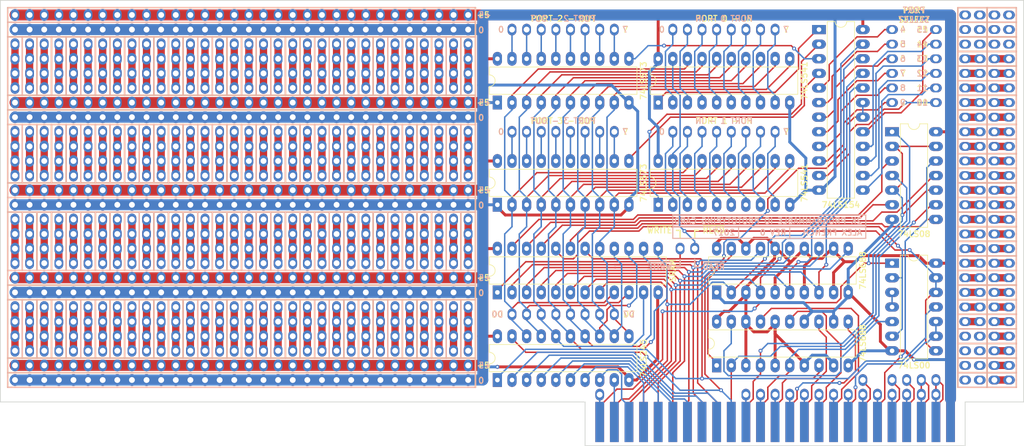
<source format=kicad_pcb>
(kicad_pcb (version 4) (host pcbnew 4.0.5+dfsg1-4)

  (general
    (links 249)
    (no_connects 29)
    (area 76.136499 45.656499 254.063501 123.253501)
    (thickness 1.6)
    (drawings 150)
    (tracks 1386)
    (zones 0)
    (modules 584)
    (nets 119)
  )

  (page A4)
  (layers
    (0 F.Cu signal hide)
    (31 B.Cu signal hide)
    (32 B.Adhes user)
    (33 F.Adhes user)
    (34 B.Paste user)
    (35 F.Paste user)
    (36 B.SilkS user hide)
    (37 F.SilkS user)
    (38 B.Mask user)
    (39 F.Mask user)
    (40 Dwgs.User user)
    (41 Cmts.User user)
    (42 Eco1.User user)
    (43 Eco2.User user)
    (44 Edge.Cuts user)
    (45 Margin user)
    (46 B.CrtYd user hide)
    (47 F.CrtYd user hide)
    (48 B.Fab user hide)
    (49 F.Fab user)
  )

  (setup
    (last_trace_width 0.254)
    (user_trace_width 0.1524)
    (user_trace_width 0.254)
    (user_trace_width 0.3175)
    (user_trace_width 0.508)
    (user_trace_width 1.27)
    (user_trace_width 1.524)
    (trace_clearance 0.1524)
    (zone_clearance 0.508)
    (zone_45_only no)
    (trace_min 0.1524)
    (segment_width 0.254)
    (edge_width 0.127)
    (via_size 1.7018)
    (via_drill 1.016)
    (via_min_size 0.6858)
    (via_min_drill 0.3302)
    (user_via 0.6858 0.3302)
    (user_via 1.7018 1.016)
    (user_via 2.032 1.016)
    (uvia_size 1.27)
    (uvia_drill 0.254)
    (uvias_allowed no)
    (uvia_min_size 0)
    (uvia_min_drill 0)
    (pcb_text_width 0.1905)
    (pcb_text_size 1.016 1.016)
    (mod_edge_width 0.127)
    (mod_text_size 1.016 1.016)
    (mod_text_width 0.127)
    (pad_size 1.5 1.5)
    (pad_drill 0.6)
    (pad_to_mask_clearance 0)
    (aux_axis_origin 0 0)
    (visible_elements FFFFFF7F)
    (pcbplotparams
      (layerselection 0x00030_80000001)
      (usegerberextensions false)
      (excludeedgelayer true)
      (linewidth 0.100000)
      (plotframeref false)
      (viasonmask false)
      (mode 1)
      (useauxorigin false)
      (hpglpennumber 1)
      (hpglpenspeed 20)
      (hpglpendiameter 15)
      (hpglpenoverlay 2)
      (psnegative false)
      (psa4output false)
      (plotreference true)
      (plotvalue true)
      (plotinvisibletext false)
      (padsonsilk false)
      (subtractmaskfromsilk false)
      (outputformat 1)
      (mirror false)
      (drillshape 1)
      (scaleselection 1)
      (outputdirectory ""))
  )

  (net 0 "")
  (net 1 /+12V)
  (net 2 /-5V)
  (net 3 /-12V)
  (net 4 /SYNC)
  (net 5 /RDY)
  (net 6 /DMA)
  (net 7 /INT_OUT)
  (net 8 /DMA_OUT)
  (net 9 /DMA_IN)
  (net 10 /INT_IN)
  (net 11 /NMI)
  (net 12 /IRQ)
  (net 13 /RES)
  (net 14 /INH)
  (net 15 /3.58M)
  (net 16 /7M)
  (net 17 /Q3)
  (net 18 /PH1)
  (net 19 /uPSYNC)
  (net 20 "Net-(J1-PadNC)")
  (net 21 "Net-(J2-PadNC)")
  (net 22 /PH0)
  (net 23 GND)
  (net 24 VCC)
  (net 25 ~WRITE)
  (net 26 BD7)
  (net 27 D0)
  (net 28 BD6)
  (net 29 D1)
  (net 30 BD5)
  (net 31 D2)
  (net 32 BD4)
  (net 33 D3)
  (net 34 BD3)
  (net 35 D4)
  (net 36 BD2)
  (net 37 D5)
  (net 38 BD1)
  (net 39 D6)
  (net 40 BD0)
  (net 41 D7)
  (net 42 ~DEV_SEL)
  (net 43 A4)
  (net 44 A0)
  (net 45 A5)
  (net 46 A1)
  (net 47 A6)
  (net 48 A2)
  (net 49 A7)
  (net 50 A3)
  (net 51 "Net-(U2-Pad19)")
  (net 52 A12)
  (net 53 A8)
  (net 54 A13)
  (net 55 A9)
  (net 56 A14)
  (net 57 A10)
  (net 58 A15)
  (net 59 A11)
  (net 60 "Net-(U3-Pad19)")
  (net 61 ~IO_SEL)
  (net 62 ~READ)
  (net 63 "Net-(U4-Pad2)")
  (net 64 R/~W)
  (net 65 "Net-(U4-Pad3)")
  (net 66 "Net-(U5-Pad11)")
  (net 67 ~IO_STROBE)
  (net 68 S0)
  (net 69 S11)
  (net 70 S1)
  (net 71 S12)
  (net 72 S2)
  (net 73 S13)
  (net 74 S3)
  (net 75 S14)
  (net 76 S4)
  (net 77 S15)
  (net 78 S5)
  (net 79 S6)
  (net 80 S7)
  (net 81 S8)
  (net 82 S9)
  (net 83 S10)
  (net 84 /IN0)
  (net 85 /IN1)
  (net 86 /IN2)
  (net 87 /IN3)
  (net 88 /IN4)
  (net 89 /IN5)
  (net 90 /IN6)
  (net 91 /IN7)
  (net 92 /IN8)
  (net 93 /IN9)
  (net 94 /IN10)
  (net 95 /IN11)
  (net 96 /IN12)
  (net 97 /IN13)
  (net 98 /IN14)
  (net 99 /IN15)
  (net 100 /OUT7)
  (net 101 /OUT6)
  (net 102 /OUT5)
  (net 103 /OUT4)
  (net 104 /OUT3)
  (net 105 /OUT2)
  (net 106 /OUT1)
  (net 107 /OUT0)
  (net 108 /OUT15)
  (net 109 /OUT14)
  (net 110 /OUT13)
  (net 111 /OUT12)
  (net 112 /OUT11)
  (net 113 /OUT10)
  (net 114 /OUT9)
  (net 115 /OUT8)
  (net 116 /SA10)
  (net 117 /SA8)
  (net 118 /SA9)

  (net_class Default "This is the default net class."
    (clearance 0.1524)
    (trace_width 0.1524)
    (via_dia 1.7018)
    (via_drill 1.016)
    (uvia_dia 1.27)
    (uvia_drill 0.254)
    (add_net /SA10)
    (add_net /SA8)
    (add_net /SA9)
  )

  (net_class Power ""
    (clearance 0.1524)
    (trace_width 0.1524)
    (via_dia 0.6858)
    (via_drill 0.3302)
    (uvia_dia 0.254)
    (uvia_drill 0.127)
    (add_net /+12V)
    (add_net /-12V)
    (add_net /-5V)
    (add_net VCC)
  )

  (net_class Small ""
    (clearance 0.1524)
    (trace_width 0.1524)
    (via_dia 0.6858)
    (via_drill 0.3302)
    (uvia_dia 0.254)
    (uvia_drill 0.127)
    (add_net /3.58M)
    (add_net /7M)
    (add_net /DMA)
    (add_net /DMA_IN)
    (add_net /DMA_OUT)
    (add_net /IN0)
    (add_net /IN1)
    (add_net /IN10)
    (add_net /IN11)
    (add_net /IN12)
    (add_net /IN13)
    (add_net /IN14)
    (add_net /IN15)
    (add_net /IN2)
    (add_net /IN3)
    (add_net /IN4)
    (add_net /IN5)
    (add_net /IN6)
    (add_net /IN7)
    (add_net /IN8)
    (add_net /IN9)
    (add_net /INH)
    (add_net /INT_IN)
    (add_net /INT_OUT)
    (add_net /IRQ)
    (add_net /NMI)
    (add_net /OUT0)
    (add_net /OUT1)
    (add_net /OUT10)
    (add_net /OUT11)
    (add_net /OUT12)
    (add_net /OUT13)
    (add_net /OUT14)
    (add_net /OUT15)
    (add_net /OUT2)
    (add_net /OUT3)
    (add_net /OUT4)
    (add_net /OUT5)
    (add_net /OUT6)
    (add_net /OUT7)
    (add_net /OUT8)
    (add_net /OUT9)
    (add_net /PH0)
    (add_net /PH1)
    (add_net /Q3)
    (add_net /RDY)
    (add_net /RES)
    (add_net /SYNC)
    (add_net /uPSYNC)
    (add_net A0)
    (add_net A1)
    (add_net A10)
    (add_net A11)
    (add_net A12)
    (add_net A13)
    (add_net A14)
    (add_net A15)
    (add_net A2)
    (add_net A3)
    (add_net A4)
    (add_net A5)
    (add_net A6)
    (add_net A7)
    (add_net A8)
    (add_net A9)
    (add_net BD0)
    (add_net BD1)
    (add_net BD2)
    (add_net BD3)
    (add_net BD4)
    (add_net BD5)
    (add_net BD6)
    (add_net BD7)
    (add_net D0)
    (add_net D1)
    (add_net D2)
    (add_net D3)
    (add_net D4)
    (add_net D5)
    (add_net D6)
    (add_net D7)
    (add_net GND)
    (add_net "Net-(J1-PadNC)")
    (add_net "Net-(J2-PadNC)")
    (add_net "Net-(U2-Pad19)")
    (add_net "Net-(U3-Pad19)")
    (add_net "Net-(U4-Pad2)")
    (add_net "Net-(U4-Pad3)")
    (add_net "Net-(U5-Pad11)")
    (add_net R/~W)
    (add_net S0)
    (add_net S1)
    (add_net S10)
    (add_net S11)
    (add_net S12)
    (add_net S13)
    (add_net S14)
    (add_net S15)
    (add_net S2)
    (add_net S3)
    (add_net S4)
    (add_net S5)
    (add_net S6)
    (add_net S7)
    (add_net S8)
    (add_net S9)
    (add_net ~DEV_SEL)
    (add_net ~IO_SEL)
    (add_net ~IO_STROBE)
    (add_net ~READ)
    (add_net ~WRITE)
  )

  (module Wire_Pads:Pad_2x (layer F.Cu) (tedit 59338A18) (tstamp 593C5B00)
    (at 248.92 48.26 90)
    (fp_text reference REF** (at 0 5.08 90) (layer F.SilkS) hide
      (effects (font (size 1 1) (thickness 0.15)))
    )
    (fp_text value Pad_2x (at 0 -2.794 90) (layer F.Fab) hide
      (effects (font (size 1 1) (thickness 0.15)))
    )
    (fp_line (start -1.27 3.81) (end -1.27 -1.27) (layer B.SilkS) (width 0.254))
    (fp_line (start 1.27 3.81) (end -1.27 3.81) (layer B.SilkS) (width 0.254))
    (fp_line (start 1.27 -1.27) (end 1.27 3.81) (layer B.SilkS) (width 0.254))
    (fp_line (start -1.27 -1.27) (end 1.27 -1.27) (layer B.SilkS) (width 0.254))
    (fp_line (start 1.27 3.81) (end 1.27 -1.27) (layer F.SilkS) (width 0.254))
    (fp_line (start -1.27 3.81) (end 1.27 3.81) (layer F.SilkS) (width 0.254))
    (fp_line (start -1.27 -1.27) (end -1.27 3.81) (layer F.SilkS) (width 0.254))
    (fp_line (start -1.27 -1.27) (end 1.27 -1.27) (layer F.SilkS) (width 0.254))
    (pad 1 thru_hole oval (at 0 0 90) (size 1.524 2.032) (drill 1.016) (layers *.Cu *.Mask))
    (pad 2 thru_hole oval (at 0 2.54 90) (size 1.524 2.032) (drill 1.016) (layers *.Cu *.Mask))
  )

  (module Wire_Pads:Pad_2x (layer F.Cu) (tedit 59338A18) (tstamp 593C5AF3)
    (at 243.84 48.26 90)
    (fp_text reference REF** (at 0 5.08 90) (layer F.SilkS) hide
      (effects (font (size 1 1) (thickness 0.15)))
    )
    (fp_text value Pad_2x (at 0 -2.794 90) (layer F.Fab) hide
      (effects (font (size 1 1) (thickness 0.15)))
    )
    (fp_line (start -1.27 3.81) (end -1.27 -1.27) (layer B.SilkS) (width 0.254))
    (fp_line (start 1.27 3.81) (end -1.27 3.81) (layer B.SilkS) (width 0.254))
    (fp_line (start 1.27 -1.27) (end 1.27 3.81) (layer B.SilkS) (width 0.254))
    (fp_line (start -1.27 -1.27) (end 1.27 -1.27) (layer B.SilkS) (width 0.254))
    (fp_line (start 1.27 3.81) (end 1.27 -1.27) (layer F.SilkS) (width 0.254))
    (fp_line (start -1.27 3.81) (end 1.27 3.81) (layer F.SilkS) (width 0.254))
    (fp_line (start -1.27 -1.27) (end -1.27 3.81) (layer F.SilkS) (width 0.254))
    (fp_line (start -1.27 -1.27) (end 1.27 -1.27) (layer F.SilkS) (width 0.254))
    (pad 1 thru_hole oval (at 0 0 90) (size 1.524 2.032) (drill 1.016) (layers *.Cu *.Mask))
    (pad 2 thru_hole oval (at 0 2.54 90) (size 1.524 2.032) (drill 1.016) (layers *.Cu *.Mask))
  )

  (module Wire_Pads:Pad_2x (layer F.Cu) (tedit 59338A18) (tstamp 593C5AE6)
    (at 248.92 50.8 90)
    (fp_text reference REF** (at 0 5.08 90) (layer F.SilkS) hide
      (effects (font (size 1 1) (thickness 0.15)))
    )
    (fp_text value Pad_2x (at 0 -2.794 90) (layer F.Fab) hide
      (effects (font (size 1 1) (thickness 0.15)))
    )
    (fp_line (start -1.27 3.81) (end -1.27 -1.27) (layer B.SilkS) (width 0.254))
    (fp_line (start 1.27 3.81) (end -1.27 3.81) (layer B.SilkS) (width 0.254))
    (fp_line (start 1.27 -1.27) (end 1.27 3.81) (layer B.SilkS) (width 0.254))
    (fp_line (start -1.27 -1.27) (end 1.27 -1.27) (layer B.SilkS) (width 0.254))
    (fp_line (start 1.27 3.81) (end 1.27 -1.27) (layer F.SilkS) (width 0.254))
    (fp_line (start -1.27 3.81) (end 1.27 3.81) (layer F.SilkS) (width 0.254))
    (fp_line (start -1.27 -1.27) (end -1.27 3.81) (layer F.SilkS) (width 0.254))
    (fp_line (start -1.27 -1.27) (end 1.27 -1.27) (layer F.SilkS) (width 0.254))
    (pad 1 thru_hole oval (at 0 0 90) (size 1.524 2.032) (drill 1.016) (layers *.Cu *.Mask))
    (pad 2 thru_hole oval (at 0 2.54 90) (size 1.524 2.032) (drill 1.016) (layers *.Cu *.Mask))
  )

  (module Wire_Pads:Pad_2x (layer F.Cu) (tedit 59338A18) (tstamp 593C5AD9)
    (at 243.84 50.8 90)
    (fp_text reference REF** (at 0 5.08 90) (layer F.SilkS) hide
      (effects (font (size 1 1) (thickness 0.15)))
    )
    (fp_text value Pad_2x (at 0 -2.794 90) (layer F.Fab) hide
      (effects (font (size 1 1) (thickness 0.15)))
    )
    (fp_line (start -1.27 3.81) (end -1.27 -1.27) (layer B.SilkS) (width 0.254))
    (fp_line (start 1.27 3.81) (end -1.27 3.81) (layer B.SilkS) (width 0.254))
    (fp_line (start 1.27 -1.27) (end 1.27 3.81) (layer B.SilkS) (width 0.254))
    (fp_line (start -1.27 -1.27) (end 1.27 -1.27) (layer B.SilkS) (width 0.254))
    (fp_line (start 1.27 3.81) (end 1.27 -1.27) (layer F.SilkS) (width 0.254))
    (fp_line (start -1.27 3.81) (end 1.27 3.81) (layer F.SilkS) (width 0.254))
    (fp_line (start -1.27 -1.27) (end -1.27 3.81) (layer F.SilkS) (width 0.254))
    (fp_line (start -1.27 -1.27) (end 1.27 -1.27) (layer F.SilkS) (width 0.254))
    (pad 1 thru_hole oval (at 0 0 90) (size 1.524 2.032) (drill 1.016) (layers *.Cu *.Mask))
    (pad 2 thru_hole oval (at 0 2.54 90) (size 1.524 2.032) (drill 1.016) (layers *.Cu *.Mask))
  )

  (module Wire_Pads:Pad_2x (layer F.Cu) (tedit 59338A18) (tstamp 593C5ACC)
    (at 248.92 53.34 90)
    (fp_text reference REF** (at 0 5.08 90) (layer F.SilkS) hide
      (effects (font (size 1 1) (thickness 0.15)))
    )
    (fp_text value Pad_2x (at 0 -2.794 90) (layer F.Fab) hide
      (effects (font (size 1 1) (thickness 0.15)))
    )
    (fp_line (start -1.27 3.81) (end -1.27 -1.27) (layer B.SilkS) (width 0.254))
    (fp_line (start 1.27 3.81) (end -1.27 3.81) (layer B.SilkS) (width 0.254))
    (fp_line (start 1.27 -1.27) (end 1.27 3.81) (layer B.SilkS) (width 0.254))
    (fp_line (start -1.27 -1.27) (end 1.27 -1.27) (layer B.SilkS) (width 0.254))
    (fp_line (start 1.27 3.81) (end 1.27 -1.27) (layer F.SilkS) (width 0.254))
    (fp_line (start -1.27 3.81) (end 1.27 3.81) (layer F.SilkS) (width 0.254))
    (fp_line (start -1.27 -1.27) (end -1.27 3.81) (layer F.SilkS) (width 0.254))
    (fp_line (start -1.27 -1.27) (end 1.27 -1.27) (layer F.SilkS) (width 0.254))
    (pad 1 thru_hole oval (at 0 0 90) (size 1.524 2.032) (drill 1.016) (layers *.Cu *.Mask))
    (pad 2 thru_hole oval (at 0 2.54 90) (size 1.524 2.032) (drill 1.016) (layers *.Cu *.Mask))
  )

  (module Wire_Pads:Pad_2x (layer F.Cu) (tedit 59338A18) (tstamp 593C5ABF)
    (at 243.84 53.34 90)
    (fp_text reference REF** (at 0 5.08 90) (layer F.SilkS) hide
      (effects (font (size 1 1) (thickness 0.15)))
    )
    (fp_text value Pad_2x (at 0 -2.794 90) (layer F.Fab) hide
      (effects (font (size 1 1) (thickness 0.15)))
    )
    (fp_line (start -1.27 3.81) (end -1.27 -1.27) (layer B.SilkS) (width 0.254))
    (fp_line (start 1.27 3.81) (end -1.27 3.81) (layer B.SilkS) (width 0.254))
    (fp_line (start 1.27 -1.27) (end 1.27 3.81) (layer B.SilkS) (width 0.254))
    (fp_line (start -1.27 -1.27) (end 1.27 -1.27) (layer B.SilkS) (width 0.254))
    (fp_line (start 1.27 3.81) (end 1.27 -1.27) (layer F.SilkS) (width 0.254))
    (fp_line (start -1.27 3.81) (end 1.27 3.81) (layer F.SilkS) (width 0.254))
    (fp_line (start -1.27 -1.27) (end -1.27 3.81) (layer F.SilkS) (width 0.254))
    (fp_line (start -1.27 -1.27) (end 1.27 -1.27) (layer F.SilkS) (width 0.254))
    (pad 1 thru_hole oval (at 0 0 90) (size 1.524 2.032) (drill 1.016) (layers *.Cu *.Mask))
    (pad 2 thru_hole oval (at 0 2.54 90) (size 1.524 2.032) (drill 1.016) (layers *.Cu *.Mask))
  )

  (module Wire_Pads:Pad_2x (layer F.Cu) (tedit 59338A18) (tstamp 593C5AB0)
    (at 243.84 106.68 90)
    (fp_text reference REF** (at 0 5.08 90) (layer F.SilkS) hide
      (effects (font (size 1 1) (thickness 0.15)))
    )
    (fp_text value Pad_2x (at 0 -2.794 90) (layer F.Fab) hide
      (effects (font (size 1 1) (thickness 0.15)))
    )
    (fp_line (start -1.27 3.81) (end -1.27 -1.27) (layer B.SilkS) (width 0.254))
    (fp_line (start 1.27 3.81) (end -1.27 3.81) (layer B.SilkS) (width 0.254))
    (fp_line (start 1.27 -1.27) (end 1.27 3.81) (layer B.SilkS) (width 0.254))
    (fp_line (start -1.27 -1.27) (end 1.27 -1.27) (layer B.SilkS) (width 0.254))
    (fp_line (start 1.27 3.81) (end 1.27 -1.27) (layer F.SilkS) (width 0.254))
    (fp_line (start -1.27 3.81) (end 1.27 3.81) (layer F.SilkS) (width 0.254))
    (fp_line (start -1.27 -1.27) (end -1.27 3.81) (layer F.SilkS) (width 0.254))
    (fp_line (start -1.27 -1.27) (end 1.27 -1.27) (layer F.SilkS) (width 0.254))
    (pad 1 thru_hole oval (at 0 0 90) (size 1.524 2.032) (drill 1.016) (layers *.Cu *.Mask))
    (pad 2 thru_hole oval (at 0 2.54 90) (size 1.524 2.032) (drill 1.016) (layers *.Cu *.Mask))
  )

  (module Wire_Pads:Pad_2x (layer F.Cu) (tedit 59338A18) (tstamp 593C5AA3)
    (at 243.84 109.22 90)
    (fp_text reference REF** (at 0 5.08 90) (layer F.SilkS) hide
      (effects (font (size 1 1) (thickness 0.15)))
    )
    (fp_text value Pad_2x (at 0 -2.794 90) (layer F.Fab) hide
      (effects (font (size 1 1) (thickness 0.15)))
    )
    (fp_line (start -1.27 3.81) (end -1.27 -1.27) (layer B.SilkS) (width 0.254))
    (fp_line (start 1.27 3.81) (end -1.27 3.81) (layer B.SilkS) (width 0.254))
    (fp_line (start 1.27 -1.27) (end 1.27 3.81) (layer B.SilkS) (width 0.254))
    (fp_line (start -1.27 -1.27) (end 1.27 -1.27) (layer B.SilkS) (width 0.254))
    (fp_line (start 1.27 3.81) (end 1.27 -1.27) (layer F.SilkS) (width 0.254))
    (fp_line (start -1.27 3.81) (end 1.27 3.81) (layer F.SilkS) (width 0.254))
    (fp_line (start -1.27 -1.27) (end -1.27 3.81) (layer F.SilkS) (width 0.254))
    (fp_line (start -1.27 -1.27) (end 1.27 -1.27) (layer F.SilkS) (width 0.254))
    (pad 1 thru_hole oval (at 0 0 90) (size 1.524 2.032) (drill 1.016) (layers *.Cu *.Mask))
    (pad 2 thru_hole oval (at 0 2.54 90) (size 1.524 2.032) (drill 1.016) (layers *.Cu *.Mask))
  )

  (module Wire_Pads:Pad_2x (layer F.Cu) (tedit 59338A18) (tstamp 593C5A96)
    (at 243.84 111.76 90)
    (fp_text reference REF** (at 0 5.08 90) (layer F.SilkS) hide
      (effects (font (size 1 1) (thickness 0.15)))
    )
    (fp_text value Pad_2x (at 0 -2.794 90) (layer F.Fab) hide
      (effects (font (size 1 1) (thickness 0.15)))
    )
    (fp_line (start -1.27 3.81) (end -1.27 -1.27) (layer B.SilkS) (width 0.254))
    (fp_line (start 1.27 3.81) (end -1.27 3.81) (layer B.SilkS) (width 0.254))
    (fp_line (start 1.27 -1.27) (end 1.27 3.81) (layer B.SilkS) (width 0.254))
    (fp_line (start -1.27 -1.27) (end 1.27 -1.27) (layer B.SilkS) (width 0.254))
    (fp_line (start 1.27 3.81) (end 1.27 -1.27) (layer F.SilkS) (width 0.254))
    (fp_line (start -1.27 3.81) (end 1.27 3.81) (layer F.SilkS) (width 0.254))
    (fp_line (start -1.27 -1.27) (end -1.27 3.81) (layer F.SilkS) (width 0.254))
    (fp_line (start -1.27 -1.27) (end 1.27 -1.27) (layer F.SilkS) (width 0.254))
    (pad 1 thru_hole oval (at 0 0 90) (size 1.524 2.032) (drill 1.016) (layers *.Cu *.Mask))
    (pad 2 thru_hole oval (at 0 2.54 90) (size 1.524 2.032) (drill 1.016) (layers *.Cu *.Mask))
  )

  (module Wire_Pads:Pad_2x (layer F.Cu) (tedit 59338A18) (tstamp 593C5A89)
    (at 243.84 104.14 90)
    (fp_text reference REF** (at 0 5.08 90) (layer F.SilkS) hide
      (effects (font (size 1 1) (thickness 0.15)))
    )
    (fp_text value Pad_2x (at 0 -2.794 90) (layer F.Fab) hide
      (effects (font (size 1 1) (thickness 0.15)))
    )
    (fp_line (start -1.27 3.81) (end -1.27 -1.27) (layer B.SilkS) (width 0.254))
    (fp_line (start 1.27 3.81) (end -1.27 3.81) (layer B.SilkS) (width 0.254))
    (fp_line (start 1.27 -1.27) (end 1.27 3.81) (layer B.SilkS) (width 0.254))
    (fp_line (start -1.27 -1.27) (end 1.27 -1.27) (layer B.SilkS) (width 0.254))
    (fp_line (start 1.27 3.81) (end 1.27 -1.27) (layer F.SilkS) (width 0.254))
    (fp_line (start -1.27 3.81) (end 1.27 3.81) (layer F.SilkS) (width 0.254))
    (fp_line (start -1.27 -1.27) (end -1.27 3.81) (layer F.SilkS) (width 0.254))
    (fp_line (start -1.27 -1.27) (end 1.27 -1.27) (layer F.SilkS) (width 0.254))
    (pad 1 thru_hole oval (at 0 0 90) (size 1.524 2.032) (drill 1.016) (layers *.Cu *.Mask))
    (pad 2 thru_hole oval (at 0 2.54 90) (size 1.524 2.032) (drill 1.016) (layers *.Cu *.Mask))
  )

  (module Wire_Pads:Pad_4x (layer F.Cu) (tedit 59338A84) (tstamp 593C5663)
    (at 152.4 99.06)
    (fp_text reference REF** (at 0 10.16) (layer F.SilkS) hide
      (effects (font (size 1 1) (thickness 0.15)))
    )
    (fp_text value Pad_4x (at 0 -2.794) (layer F.Fab) hide
      (effects (font (size 1 1) (thickness 0.15)))
    )
    (fp_line (start -1.27 8.89) (end -1.27 -1.27) (layer B.SilkS) (width 0.254))
    (fp_line (start 1.27 8.89) (end -1.27 8.89) (layer B.SilkS) (width 0.254))
    (fp_line (start 1.27 -1.27) (end 1.27 8.89) (layer B.SilkS) (width 0.254))
    (fp_line (start -1.27 -1.27) (end 1.27 -1.27) (layer B.SilkS) (width 0.254))
    (fp_line (start -1.27 8.89) (end -1.27 -1.27) (layer F.SilkS) (width 0.254))
    (fp_line (start 1.27 8.89) (end -1.27 8.89) (layer F.SilkS) (width 0.254))
    (fp_line (start 1.27 -1.27) (end 1.27 8.89) (layer F.SilkS) (width 0.254))
    (fp_line (start -1.27 -1.27) (end 1.27 -1.27) (layer F.SilkS) (width 0.254))
    (pad 1 thru_hole oval (at 0 0) (size 1.524 2.032) (drill 1.016) (layers *.Cu *.Mask))
    (pad 2 thru_hole oval (at 0 2.54) (size 1.524 2.032) (drill 1.016) (layers *.Cu *.Mask))
    (pad 3 thru_hole oval (at 0 5.08) (size 1.524 2.032) (drill 1.016) (layers *.Cu *.Mask))
    (pad 4 thru_hole oval (at 0 7.62) (size 1.524 2.032) (drill 1.016) (layers *.Cu *.Mask))
  )

  (module Wire_Pads:Pad_4x (layer F.Cu) (tedit 59338A84) (tstamp 593C5654)
    (at 154.94 99.06)
    (fp_text reference REF** (at 0 10.16) (layer F.SilkS) hide
      (effects (font (size 1 1) (thickness 0.15)))
    )
    (fp_text value Pad_4x (at 0 -2.794) (layer F.Fab) hide
      (effects (font (size 1 1) (thickness 0.15)))
    )
    (fp_line (start -1.27 8.89) (end -1.27 -1.27) (layer B.SilkS) (width 0.254))
    (fp_line (start 1.27 8.89) (end -1.27 8.89) (layer B.SilkS) (width 0.254))
    (fp_line (start 1.27 -1.27) (end 1.27 8.89) (layer B.SilkS) (width 0.254))
    (fp_line (start -1.27 -1.27) (end 1.27 -1.27) (layer B.SilkS) (width 0.254))
    (fp_line (start -1.27 8.89) (end -1.27 -1.27) (layer F.SilkS) (width 0.254))
    (fp_line (start 1.27 8.89) (end -1.27 8.89) (layer F.SilkS) (width 0.254))
    (fp_line (start 1.27 -1.27) (end 1.27 8.89) (layer F.SilkS) (width 0.254))
    (fp_line (start -1.27 -1.27) (end 1.27 -1.27) (layer F.SilkS) (width 0.254))
    (pad 1 thru_hole oval (at 0 0) (size 1.524 2.032) (drill 1.016) (layers *.Cu *.Mask))
    (pad 2 thru_hole oval (at 0 2.54) (size 1.524 2.032) (drill 1.016) (layers *.Cu *.Mask))
    (pad 3 thru_hole oval (at 0 5.08) (size 1.524 2.032) (drill 1.016) (layers *.Cu *.Mask))
    (pad 4 thru_hole oval (at 0 7.62) (size 1.524 2.032) (drill 1.016) (layers *.Cu *.Mask))
  )

  (module Wire_Pads:Pad_4x (layer F.Cu) (tedit 59338A84) (tstamp 593C5645)
    (at 157.48 99.06)
    (fp_text reference REF** (at 0 10.16) (layer F.SilkS) hide
      (effects (font (size 1 1) (thickness 0.15)))
    )
    (fp_text value Pad_4x (at 0 -2.794) (layer F.Fab) hide
      (effects (font (size 1 1) (thickness 0.15)))
    )
    (fp_line (start -1.27 8.89) (end -1.27 -1.27) (layer B.SilkS) (width 0.254))
    (fp_line (start 1.27 8.89) (end -1.27 8.89) (layer B.SilkS) (width 0.254))
    (fp_line (start 1.27 -1.27) (end 1.27 8.89) (layer B.SilkS) (width 0.254))
    (fp_line (start -1.27 -1.27) (end 1.27 -1.27) (layer B.SilkS) (width 0.254))
    (fp_line (start -1.27 8.89) (end -1.27 -1.27) (layer F.SilkS) (width 0.254))
    (fp_line (start 1.27 8.89) (end -1.27 8.89) (layer F.SilkS) (width 0.254))
    (fp_line (start 1.27 -1.27) (end 1.27 8.89) (layer F.SilkS) (width 0.254))
    (fp_line (start -1.27 -1.27) (end 1.27 -1.27) (layer F.SilkS) (width 0.254))
    (pad 1 thru_hole oval (at 0 0) (size 1.524 2.032) (drill 1.016) (layers *.Cu *.Mask))
    (pad 2 thru_hole oval (at 0 2.54) (size 1.524 2.032) (drill 1.016) (layers *.Cu *.Mask))
    (pad 3 thru_hole oval (at 0 5.08) (size 1.524 2.032) (drill 1.016) (layers *.Cu *.Mask))
    (pad 4 thru_hole oval (at 0 7.62) (size 1.524 2.032) (drill 1.016) (layers *.Cu *.Mask))
  )

  (module Wire_Pads:Pad_4x (layer F.Cu) (tedit 59338A84) (tstamp 593C5633)
    (at 152.4 83.82)
    (fp_text reference REF** (at 0 10.16) (layer F.SilkS) hide
      (effects (font (size 1 1) (thickness 0.15)))
    )
    (fp_text value Pad_4x (at 0 -2.794) (layer F.Fab) hide
      (effects (font (size 1 1) (thickness 0.15)))
    )
    (fp_line (start -1.27 8.89) (end -1.27 -1.27) (layer B.SilkS) (width 0.254))
    (fp_line (start 1.27 8.89) (end -1.27 8.89) (layer B.SilkS) (width 0.254))
    (fp_line (start 1.27 -1.27) (end 1.27 8.89) (layer B.SilkS) (width 0.254))
    (fp_line (start -1.27 -1.27) (end 1.27 -1.27) (layer B.SilkS) (width 0.254))
    (fp_line (start -1.27 8.89) (end -1.27 -1.27) (layer F.SilkS) (width 0.254))
    (fp_line (start 1.27 8.89) (end -1.27 8.89) (layer F.SilkS) (width 0.254))
    (fp_line (start 1.27 -1.27) (end 1.27 8.89) (layer F.SilkS) (width 0.254))
    (fp_line (start -1.27 -1.27) (end 1.27 -1.27) (layer F.SilkS) (width 0.254))
    (pad 1 thru_hole oval (at 0 0) (size 1.524 2.032) (drill 1.016) (layers *.Cu *.Mask))
    (pad 2 thru_hole oval (at 0 2.54) (size 1.524 2.032) (drill 1.016) (layers *.Cu *.Mask))
    (pad 3 thru_hole oval (at 0 5.08) (size 1.524 2.032) (drill 1.016) (layers *.Cu *.Mask))
    (pad 4 thru_hole oval (at 0 7.62) (size 1.524 2.032) (drill 1.016) (layers *.Cu *.Mask))
  )

  (module Wire_Pads:Pad_4x (layer F.Cu) (tedit 59338A84) (tstamp 593C5624)
    (at 154.94 83.82)
    (fp_text reference REF** (at 0 10.16) (layer F.SilkS) hide
      (effects (font (size 1 1) (thickness 0.15)))
    )
    (fp_text value Pad_4x (at 0 -2.794) (layer F.Fab) hide
      (effects (font (size 1 1) (thickness 0.15)))
    )
    (fp_line (start -1.27 8.89) (end -1.27 -1.27) (layer B.SilkS) (width 0.254))
    (fp_line (start 1.27 8.89) (end -1.27 8.89) (layer B.SilkS) (width 0.254))
    (fp_line (start 1.27 -1.27) (end 1.27 8.89) (layer B.SilkS) (width 0.254))
    (fp_line (start -1.27 -1.27) (end 1.27 -1.27) (layer B.SilkS) (width 0.254))
    (fp_line (start -1.27 8.89) (end -1.27 -1.27) (layer F.SilkS) (width 0.254))
    (fp_line (start 1.27 8.89) (end -1.27 8.89) (layer F.SilkS) (width 0.254))
    (fp_line (start 1.27 -1.27) (end 1.27 8.89) (layer F.SilkS) (width 0.254))
    (fp_line (start -1.27 -1.27) (end 1.27 -1.27) (layer F.SilkS) (width 0.254))
    (pad 1 thru_hole oval (at 0 0) (size 1.524 2.032) (drill 1.016) (layers *.Cu *.Mask))
    (pad 2 thru_hole oval (at 0 2.54) (size 1.524 2.032) (drill 1.016) (layers *.Cu *.Mask))
    (pad 3 thru_hole oval (at 0 5.08) (size 1.524 2.032) (drill 1.016) (layers *.Cu *.Mask))
    (pad 4 thru_hole oval (at 0 7.62) (size 1.524 2.032) (drill 1.016) (layers *.Cu *.Mask))
  )

  (module Wire_Pads:Pad_4x (layer F.Cu) (tedit 59338A84) (tstamp 593C5615)
    (at 157.48 83.82)
    (fp_text reference REF** (at 0 10.16) (layer F.SilkS) hide
      (effects (font (size 1 1) (thickness 0.15)))
    )
    (fp_text value Pad_4x (at 0 -2.794) (layer F.Fab) hide
      (effects (font (size 1 1) (thickness 0.15)))
    )
    (fp_line (start -1.27 8.89) (end -1.27 -1.27) (layer B.SilkS) (width 0.254))
    (fp_line (start 1.27 8.89) (end -1.27 8.89) (layer B.SilkS) (width 0.254))
    (fp_line (start 1.27 -1.27) (end 1.27 8.89) (layer B.SilkS) (width 0.254))
    (fp_line (start -1.27 -1.27) (end 1.27 -1.27) (layer B.SilkS) (width 0.254))
    (fp_line (start -1.27 8.89) (end -1.27 -1.27) (layer F.SilkS) (width 0.254))
    (fp_line (start 1.27 8.89) (end -1.27 8.89) (layer F.SilkS) (width 0.254))
    (fp_line (start 1.27 -1.27) (end 1.27 8.89) (layer F.SilkS) (width 0.254))
    (fp_line (start -1.27 -1.27) (end 1.27 -1.27) (layer F.SilkS) (width 0.254))
    (pad 1 thru_hole oval (at 0 0) (size 1.524 2.032) (drill 1.016) (layers *.Cu *.Mask))
    (pad 2 thru_hole oval (at 0 2.54) (size 1.524 2.032) (drill 1.016) (layers *.Cu *.Mask))
    (pad 3 thru_hole oval (at 0 5.08) (size 1.524 2.032) (drill 1.016) (layers *.Cu *.Mask))
    (pad 4 thru_hole oval (at 0 7.62) (size 1.524 2.032) (drill 1.016) (layers *.Cu *.Mask))
  )

  (module Wire_Pads:Pad_4x (layer F.Cu) (tedit 59338A84) (tstamp 593C5603)
    (at 152.4 68.58)
    (fp_text reference REF** (at 0 10.16) (layer F.SilkS) hide
      (effects (font (size 1 1) (thickness 0.15)))
    )
    (fp_text value Pad_4x (at 0 -2.794) (layer F.Fab) hide
      (effects (font (size 1 1) (thickness 0.15)))
    )
    (fp_line (start -1.27 8.89) (end -1.27 -1.27) (layer B.SilkS) (width 0.254))
    (fp_line (start 1.27 8.89) (end -1.27 8.89) (layer B.SilkS) (width 0.254))
    (fp_line (start 1.27 -1.27) (end 1.27 8.89) (layer B.SilkS) (width 0.254))
    (fp_line (start -1.27 -1.27) (end 1.27 -1.27) (layer B.SilkS) (width 0.254))
    (fp_line (start -1.27 8.89) (end -1.27 -1.27) (layer F.SilkS) (width 0.254))
    (fp_line (start 1.27 8.89) (end -1.27 8.89) (layer F.SilkS) (width 0.254))
    (fp_line (start 1.27 -1.27) (end 1.27 8.89) (layer F.SilkS) (width 0.254))
    (fp_line (start -1.27 -1.27) (end 1.27 -1.27) (layer F.SilkS) (width 0.254))
    (pad 1 thru_hole oval (at 0 0) (size 1.524 2.032) (drill 1.016) (layers *.Cu *.Mask))
    (pad 2 thru_hole oval (at 0 2.54) (size 1.524 2.032) (drill 1.016) (layers *.Cu *.Mask))
    (pad 3 thru_hole oval (at 0 5.08) (size 1.524 2.032) (drill 1.016) (layers *.Cu *.Mask))
    (pad 4 thru_hole oval (at 0 7.62) (size 1.524 2.032) (drill 1.016) (layers *.Cu *.Mask))
  )

  (module Wire_Pads:Pad_4x (layer F.Cu) (tedit 59338A84) (tstamp 593C55F4)
    (at 154.94 68.58)
    (fp_text reference REF** (at 0 10.16) (layer F.SilkS) hide
      (effects (font (size 1 1) (thickness 0.15)))
    )
    (fp_text value Pad_4x (at 0 -2.794) (layer F.Fab) hide
      (effects (font (size 1 1) (thickness 0.15)))
    )
    (fp_line (start -1.27 8.89) (end -1.27 -1.27) (layer B.SilkS) (width 0.254))
    (fp_line (start 1.27 8.89) (end -1.27 8.89) (layer B.SilkS) (width 0.254))
    (fp_line (start 1.27 -1.27) (end 1.27 8.89) (layer B.SilkS) (width 0.254))
    (fp_line (start -1.27 -1.27) (end 1.27 -1.27) (layer B.SilkS) (width 0.254))
    (fp_line (start -1.27 8.89) (end -1.27 -1.27) (layer F.SilkS) (width 0.254))
    (fp_line (start 1.27 8.89) (end -1.27 8.89) (layer F.SilkS) (width 0.254))
    (fp_line (start 1.27 -1.27) (end 1.27 8.89) (layer F.SilkS) (width 0.254))
    (fp_line (start -1.27 -1.27) (end 1.27 -1.27) (layer F.SilkS) (width 0.254))
    (pad 1 thru_hole oval (at 0 0) (size 1.524 2.032) (drill 1.016) (layers *.Cu *.Mask))
    (pad 2 thru_hole oval (at 0 2.54) (size 1.524 2.032) (drill 1.016) (layers *.Cu *.Mask))
    (pad 3 thru_hole oval (at 0 5.08) (size 1.524 2.032) (drill 1.016) (layers *.Cu *.Mask))
    (pad 4 thru_hole oval (at 0 7.62) (size 1.524 2.032) (drill 1.016) (layers *.Cu *.Mask))
  )

  (module Wire_Pads:Pad_4x (layer F.Cu) (tedit 59338A84) (tstamp 593C55E5)
    (at 157.48 68.58)
    (fp_text reference REF** (at 0 10.16) (layer F.SilkS) hide
      (effects (font (size 1 1) (thickness 0.15)))
    )
    (fp_text value Pad_4x (at 0 -2.794) (layer F.Fab) hide
      (effects (font (size 1 1) (thickness 0.15)))
    )
    (fp_line (start -1.27 8.89) (end -1.27 -1.27) (layer B.SilkS) (width 0.254))
    (fp_line (start 1.27 8.89) (end -1.27 8.89) (layer B.SilkS) (width 0.254))
    (fp_line (start 1.27 -1.27) (end 1.27 8.89) (layer B.SilkS) (width 0.254))
    (fp_line (start -1.27 -1.27) (end 1.27 -1.27) (layer B.SilkS) (width 0.254))
    (fp_line (start -1.27 8.89) (end -1.27 -1.27) (layer F.SilkS) (width 0.254))
    (fp_line (start 1.27 8.89) (end -1.27 8.89) (layer F.SilkS) (width 0.254))
    (fp_line (start 1.27 -1.27) (end 1.27 8.89) (layer F.SilkS) (width 0.254))
    (fp_line (start -1.27 -1.27) (end 1.27 -1.27) (layer F.SilkS) (width 0.254))
    (pad 1 thru_hole oval (at 0 0) (size 1.524 2.032) (drill 1.016) (layers *.Cu *.Mask))
    (pad 2 thru_hole oval (at 0 2.54) (size 1.524 2.032) (drill 1.016) (layers *.Cu *.Mask))
    (pad 3 thru_hole oval (at 0 5.08) (size 1.524 2.032) (drill 1.016) (layers *.Cu *.Mask))
    (pad 4 thru_hole oval (at 0 7.62) (size 1.524 2.032) (drill 1.016) (layers *.Cu *.Mask))
  )

  (module Wire_Pads:Pad_4x (layer F.Cu) (tedit 59338A84) (tstamp 593C55D3)
    (at 152.4 53.34)
    (fp_text reference REF** (at 0 10.16) (layer F.SilkS) hide
      (effects (font (size 1 1) (thickness 0.15)))
    )
    (fp_text value Pad_4x (at 0 -2.794) (layer F.Fab) hide
      (effects (font (size 1 1) (thickness 0.15)))
    )
    (fp_line (start -1.27 8.89) (end -1.27 -1.27) (layer B.SilkS) (width 0.254))
    (fp_line (start 1.27 8.89) (end -1.27 8.89) (layer B.SilkS) (width 0.254))
    (fp_line (start 1.27 -1.27) (end 1.27 8.89) (layer B.SilkS) (width 0.254))
    (fp_line (start -1.27 -1.27) (end 1.27 -1.27) (layer B.SilkS) (width 0.254))
    (fp_line (start -1.27 8.89) (end -1.27 -1.27) (layer F.SilkS) (width 0.254))
    (fp_line (start 1.27 8.89) (end -1.27 8.89) (layer F.SilkS) (width 0.254))
    (fp_line (start 1.27 -1.27) (end 1.27 8.89) (layer F.SilkS) (width 0.254))
    (fp_line (start -1.27 -1.27) (end 1.27 -1.27) (layer F.SilkS) (width 0.254))
    (pad 1 thru_hole oval (at 0 0) (size 1.524 2.032) (drill 1.016) (layers *.Cu *.Mask))
    (pad 2 thru_hole oval (at 0 2.54) (size 1.524 2.032) (drill 1.016) (layers *.Cu *.Mask))
    (pad 3 thru_hole oval (at 0 5.08) (size 1.524 2.032) (drill 1.016) (layers *.Cu *.Mask))
    (pad 4 thru_hole oval (at 0 7.62) (size 1.524 2.032) (drill 1.016) (layers *.Cu *.Mask))
  )

  (module Wire_Pads:Pad_4x (layer F.Cu) (tedit 59338A84) (tstamp 593C55C4)
    (at 154.94 53.34)
    (fp_text reference REF** (at 0 10.16) (layer F.SilkS) hide
      (effects (font (size 1 1) (thickness 0.15)))
    )
    (fp_text value Pad_4x (at 0 -2.794) (layer F.Fab) hide
      (effects (font (size 1 1) (thickness 0.15)))
    )
    (fp_line (start -1.27 8.89) (end -1.27 -1.27) (layer B.SilkS) (width 0.254))
    (fp_line (start 1.27 8.89) (end -1.27 8.89) (layer B.SilkS) (width 0.254))
    (fp_line (start 1.27 -1.27) (end 1.27 8.89) (layer B.SilkS) (width 0.254))
    (fp_line (start -1.27 -1.27) (end 1.27 -1.27) (layer B.SilkS) (width 0.254))
    (fp_line (start -1.27 8.89) (end -1.27 -1.27) (layer F.SilkS) (width 0.254))
    (fp_line (start 1.27 8.89) (end -1.27 8.89) (layer F.SilkS) (width 0.254))
    (fp_line (start 1.27 -1.27) (end 1.27 8.89) (layer F.SilkS) (width 0.254))
    (fp_line (start -1.27 -1.27) (end 1.27 -1.27) (layer F.SilkS) (width 0.254))
    (pad 1 thru_hole oval (at 0 0) (size 1.524 2.032) (drill 1.016) (layers *.Cu *.Mask))
    (pad 2 thru_hole oval (at 0 2.54) (size 1.524 2.032) (drill 1.016) (layers *.Cu *.Mask))
    (pad 3 thru_hole oval (at 0 5.08) (size 1.524 2.032) (drill 1.016) (layers *.Cu *.Mask))
    (pad 4 thru_hole oval (at 0 7.62) (size 1.524 2.032) (drill 1.016) (layers *.Cu *.Mask))
  )

  (module Wire_Pads:Pad_4x (layer F.Cu) (tedit 59338A84) (tstamp 593C55B5)
    (at 157.48 53.34)
    (fp_text reference REF** (at 0 10.16) (layer F.SilkS) hide
      (effects (font (size 1 1) (thickness 0.15)))
    )
    (fp_text value Pad_4x (at 0 -2.794) (layer F.Fab) hide
      (effects (font (size 1 1) (thickness 0.15)))
    )
    (fp_line (start -1.27 8.89) (end -1.27 -1.27) (layer B.SilkS) (width 0.254))
    (fp_line (start 1.27 8.89) (end -1.27 8.89) (layer B.SilkS) (width 0.254))
    (fp_line (start 1.27 -1.27) (end 1.27 8.89) (layer B.SilkS) (width 0.254))
    (fp_line (start -1.27 -1.27) (end 1.27 -1.27) (layer B.SilkS) (width 0.254))
    (fp_line (start -1.27 8.89) (end -1.27 -1.27) (layer F.SilkS) (width 0.254))
    (fp_line (start 1.27 8.89) (end -1.27 8.89) (layer F.SilkS) (width 0.254))
    (fp_line (start 1.27 -1.27) (end 1.27 8.89) (layer F.SilkS) (width 0.254))
    (fp_line (start -1.27 -1.27) (end 1.27 -1.27) (layer F.SilkS) (width 0.254))
    (pad 1 thru_hole oval (at 0 0) (size 1.524 2.032) (drill 1.016) (layers *.Cu *.Mask))
    (pad 2 thru_hole oval (at 0 2.54) (size 1.524 2.032) (drill 1.016) (layers *.Cu *.Mask))
    (pad 3 thru_hole oval (at 0 5.08) (size 1.524 2.032) (drill 1.016) (layers *.Cu *.Mask))
    (pad 4 thru_hole oval (at 0 7.62) (size 1.524 2.032) (drill 1.016) (layers *.Cu *.Mask))
  )

  (module Wire_Pads:Pad_Oval (layer F.Cu) (tedit 5934212F) (tstamp 593C5597)
    (at 154.94 111.76)
    (fp_text reference REF** (at 0 -2.54) (layer F.SilkS) hide
      (effects (font (size 1 1) (thickness 0.15)))
    )
    (fp_text value Pad (at 0 2.54) (layer F.Fab) hide
      (effects (font (size 1 1) (thickness 0.15)))
    )
    (pad 1 thru_hole oval (at 0 0) (size 1.524 2.032) (drill 1.016) (layers *.Cu *.Mask))
  )

  (module Wire_Pads:Pad_Oval (layer F.Cu) (tedit 5934212F) (tstamp 593C5593)
    (at 154.94 109.22)
    (fp_text reference REF** (at 0 -2.54) (layer F.SilkS) hide
      (effects (font (size 1 1) (thickness 0.15)))
    )
    (fp_text value Pad (at 0 2.54) (layer F.Fab) hide
      (effects (font (size 1 1) (thickness 0.15)))
    )
    (pad 1 thru_hole oval (at 0 0) (size 1.524 2.032) (drill 1.016) (layers *.Cu *.Mask))
  )

  (module Wire_Pads:Pad_Oval (layer F.Cu) (tedit 5934212F) (tstamp 593C558F)
    (at 149.86 111.76)
    (fp_text reference REF** (at 0 -2.54) (layer F.SilkS) hide
      (effects (font (size 1 1) (thickness 0.15)))
    )
    (fp_text value Pad (at 0 2.54) (layer F.Fab) hide
      (effects (font (size 1 1) (thickness 0.15)))
    )
    (pad 1 thru_hole oval (at 0 0) (size 1.524 2.032) (drill 1.016) (layers *.Cu *.Mask))
  )

  (module Wire_Pads:Pad_Oval (layer F.Cu) (tedit 5934212F) (tstamp 593C558B)
    (at 157.48 109.22)
    (fp_text reference REF** (at 0 -2.54) (layer F.SilkS) hide
      (effects (font (size 1 1) (thickness 0.15)))
    )
    (fp_text value Pad (at 0 2.54) (layer F.Fab) hide
      (effects (font (size 1 1) (thickness 0.15)))
    )
    (pad 1 thru_hole oval (at 0 0) (size 1.524 2.032) (drill 1.016) (layers *.Cu *.Mask))
  )

  (module Wire_Pads:Pad_Oval (layer F.Cu) (tedit 5934212F) (tstamp 593C5587)
    (at 149.86 109.22)
    (fp_text reference REF** (at 0 -2.54) (layer F.SilkS) hide
      (effects (font (size 1 1) (thickness 0.15)))
    )
    (fp_text value Pad (at 0 2.54) (layer F.Fab) hide
      (effects (font (size 1 1) (thickness 0.15)))
    )
    (pad 1 thru_hole oval (at 0 0) (size 1.524 2.032) (drill 1.016) (layers *.Cu *.Mask))
  )

  (module Wire_Pads:Pad_Oval (layer F.Cu) (tedit 5934212F) (tstamp 593C5583)
    (at 157.48 111.76)
    (fp_text reference REF** (at 0 -2.54) (layer F.SilkS) hide
      (effects (font (size 1 1) (thickness 0.15)))
    )
    (fp_text value Pad (at 0 2.54) (layer F.Fab) hide
      (effects (font (size 1 1) (thickness 0.15)))
    )
    (pad 1 thru_hole oval (at 0 0) (size 1.524 2.032) (drill 1.016) (layers *.Cu *.Mask))
  )

  (module Wire_Pads:Pad_Oval (layer F.Cu) (tedit 5934212F) (tstamp 593C557F)
    (at 152.4 111.76)
    (fp_text reference REF** (at 0 -2.54) (layer F.SilkS) hide
      (effects (font (size 1 1) (thickness 0.15)))
    )
    (fp_text value Pad (at 0 2.54) (layer F.Fab) hide
      (effects (font (size 1 1) (thickness 0.15)))
    )
    (pad 1 thru_hole oval (at 0 0) (size 1.524 2.032) (drill 1.016) (layers *.Cu *.Mask))
  )

  (module Wire_Pads:Pad_Oval (layer F.Cu) (tedit 5934212F) (tstamp 593C557B)
    (at 152.4 109.22)
    (fp_text reference REF** (at 0 -2.54) (layer F.SilkS) hide
      (effects (font (size 1 1) (thickness 0.15)))
    )
    (fp_text value Pad (at 0 2.54) (layer F.Fab) hide
      (effects (font (size 1 1) (thickness 0.15)))
    )
    (pad 1 thru_hole oval (at 0 0) (size 1.524 2.032) (drill 1.016) (layers *.Cu *.Mask))
  )

  (module Wire_Pads:Pad_Oval (layer F.Cu) (tedit 5934212F) (tstamp 593C5577)
    (at 147.32 111.76)
    (fp_text reference REF** (at 0 -2.54) (layer F.SilkS) hide
      (effects (font (size 1 1) (thickness 0.15)))
    )
    (fp_text value Pad (at 0 2.54) (layer F.Fab) hide
      (effects (font (size 1 1) (thickness 0.15)))
    )
    (pad 1 thru_hole oval (at 0 0) (size 1.524 2.032) (drill 1.016) (layers *.Cu *.Mask))
  )

  (module Wire_Pads:Pad_Oval (layer F.Cu) (tedit 5934212F) (tstamp 593C5573)
    (at 144.78 109.22)
    (fp_text reference REF** (at 0 -2.54) (layer F.SilkS) hide
      (effects (font (size 1 1) (thickness 0.15)))
    )
    (fp_text value Pad (at 0 2.54) (layer F.Fab) hide
      (effects (font (size 1 1) (thickness 0.15)))
    )
    (pad 1 thru_hole oval (at 0 0) (size 1.524 2.032) (drill 1.016) (layers *.Cu *.Mask))
  )

  (module Wire_Pads:Pad_Oval (layer F.Cu) (tedit 5934212F) (tstamp 593C556F)
    (at 147.32 109.22)
    (fp_text reference REF** (at 0 -2.54) (layer F.SilkS) hide
      (effects (font (size 1 1) (thickness 0.15)))
    )
    (fp_text value Pad (at 0 2.54) (layer F.Fab) hide
      (effects (font (size 1 1) (thickness 0.15)))
    )
    (pad 1 thru_hole oval (at 0 0) (size 1.524 2.032) (drill 1.016) (layers *.Cu *.Mask))
  )

  (module Wire_Pads:Pad_Oval (layer F.Cu) (tedit 5934212F) (tstamp 593C556B)
    (at 144.78 111.76)
    (fp_text reference REF** (at 0 -2.54) (layer F.SilkS) hide
      (effects (font (size 1 1) (thickness 0.15)))
    )
    (fp_text value Pad (at 0 2.54) (layer F.Fab) hide
      (effects (font (size 1 1) (thickness 0.15)))
    )
    (pad 1 thru_hole oval (at 0 0) (size 1.524 2.032) (drill 1.016) (layers *.Cu *.Mask))
  )

  (module Wire_Pads:Pad_Oval (layer F.Cu) (tedit 5934212F) (tstamp 593C5567)
    (at 96.52 111.76)
    (fp_text reference REF** (at 0 -2.54) (layer F.SilkS) hide
      (effects (font (size 1 1) (thickness 0.15)))
    )
    (fp_text value Pad (at 0 2.54) (layer F.Fab) hide
      (effects (font (size 1 1) (thickness 0.15)))
    )
    (pad 1 thru_hole oval (at 0 0) (size 1.524 2.032) (drill 1.016) (layers *.Cu *.Mask))
  )

  (module Wire_Pads:Pad_Oval (layer F.Cu) (tedit 5934212F) (tstamp 593C5563)
    (at 99.06 109.22)
    (fp_text reference REF** (at 0 -2.54) (layer F.SilkS) hide
      (effects (font (size 1 1) (thickness 0.15)))
    )
    (fp_text value Pad (at 0 2.54) (layer F.Fab) hide
      (effects (font (size 1 1) (thickness 0.15)))
    )
    (pad 1 thru_hole oval (at 0 0) (size 1.524 2.032) (drill 1.016) (layers *.Cu *.Mask))
  )

  (module Wire_Pads:Pad_Oval (layer F.Cu) (tedit 5934212F) (tstamp 593C555F)
    (at 96.52 109.22)
    (fp_text reference REF** (at 0 -2.54) (layer F.SilkS) hide
      (effects (font (size 1 1) (thickness 0.15)))
    )
    (fp_text value Pad (at 0 2.54) (layer F.Fab) hide
      (effects (font (size 1 1) (thickness 0.15)))
    )
    (pad 1 thru_hole oval (at 0 0) (size 1.524 2.032) (drill 1.016) (layers *.Cu *.Mask))
  )

  (module Wire_Pads:Pad_Oval (layer F.Cu) (tedit 5934212F) (tstamp 593C555B)
    (at 99.06 111.76)
    (fp_text reference REF** (at 0 -2.54) (layer F.SilkS) hide
      (effects (font (size 1 1) (thickness 0.15)))
    )
    (fp_text value Pad (at 0 2.54) (layer F.Fab) hide
      (effects (font (size 1 1) (thickness 0.15)))
    )
    (pad 1 thru_hole oval (at 0 0) (size 1.524 2.032) (drill 1.016) (layers *.Cu *.Mask))
  )

  (module Wire_Pads:Pad_Oval (layer F.Cu) (tedit 5934212F) (tstamp 593C5557)
    (at 101.6 111.76)
    (fp_text reference REF** (at 0 -2.54) (layer F.SilkS) hide
      (effects (font (size 1 1) (thickness 0.15)))
    )
    (fp_text value Pad (at 0 2.54) (layer F.Fab) hide
      (effects (font (size 1 1) (thickness 0.15)))
    )
    (pad 1 thru_hole oval (at 0 0) (size 1.524 2.032) (drill 1.016) (layers *.Cu *.Mask))
  )

  (module Wire_Pads:Pad_Oval (layer F.Cu) (tedit 5934212F) (tstamp 593C5553)
    (at 116.84 111.76)
    (fp_text reference REF** (at 0 -2.54) (layer F.SilkS) hide
      (effects (font (size 1 1) (thickness 0.15)))
    )
    (fp_text value Pad (at 0 2.54) (layer F.Fab) hide
      (effects (font (size 1 1) (thickness 0.15)))
    )
    (pad 1 thru_hole oval (at 0 0) (size 1.524 2.032) (drill 1.016) (layers *.Cu *.Mask))
  )

  (module Wire_Pads:Pad_Oval (layer F.Cu) (tedit 5934212F) (tstamp 593C554F)
    (at 109.22 109.22)
    (fp_text reference REF** (at 0 -2.54) (layer F.SilkS) hide
      (effects (font (size 1 1) (thickness 0.15)))
    )
    (fp_text value Pad (at 0 2.54) (layer F.Fab) hide
      (effects (font (size 1 1) (thickness 0.15)))
    )
    (pad 1 thru_hole oval (at 0 0) (size 1.524 2.032) (drill 1.016) (layers *.Cu *.Mask))
  )

  (module Wire_Pads:Pad_Oval (layer F.Cu) (tedit 5934212F) (tstamp 593C554B)
    (at 114.3 111.76)
    (fp_text reference REF** (at 0 -2.54) (layer F.SilkS) hide
      (effects (font (size 1 1) (thickness 0.15)))
    )
    (fp_text value Pad (at 0 2.54) (layer F.Fab) hide
      (effects (font (size 1 1) (thickness 0.15)))
    )
    (pad 1 thru_hole oval (at 0 0) (size 1.524 2.032) (drill 1.016) (layers *.Cu *.Mask))
  )

  (module Wire_Pads:Pad_Oval (layer F.Cu) (tedit 5934212F) (tstamp 593C5547)
    (at 114.3 109.22)
    (fp_text reference REF** (at 0 -2.54) (layer F.SilkS) hide
      (effects (font (size 1 1) (thickness 0.15)))
    )
    (fp_text value Pad (at 0 2.54) (layer F.Fab) hide
      (effects (font (size 1 1) (thickness 0.15)))
    )
    (pad 1 thru_hole oval (at 0 0) (size 1.524 2.032) (drill 1.016) (layers *.Cu *.Mask))
  )

  (module Wire_Pads:Pad_Oval (layer F.Cu) (tedit 5934212F) (tstamp 593C5543)
    (at 116.84 109.22)
    (fp_text reference REF** (at 0 -2.54) (layer F.SilkS) hide
      (effects (font (size 1 1) (thickness 0.15)))
    )
    (fp_text value Pad (at 0 2.54) (layer F.Fab) hide
      (effects (font (size 1 1) (thickness 0.15)))
    )
    (pad 1 thru_hole oval (at 0 0) (size 1.524 2.032) (drill 1.016) (layers *.Cu *.Mask))
  )

  (module Wire_Pads:Pad_Oval (layer F.Cu) (tedit 5934212F) (tstamp 593C553F)
    (at 111.76 111.76)
    (fp_text reference REF** (at 0 -2.54) (layer F.SilkS) hide
      (effects (font (size 1 1) (thickness 0.15)))
    )
    (fp_text value Pad (at 0 2.54) (layer F.Fab) hide
      (effects (font (size 1 1) (thickness 0.15)))
    )
    (pad 1 thru_hole oval (at 0 0) (size 1.524 2.032) (drill 1.016) (layers *.Cu *.Mask))
  )

  (module Wire_Pads:Pad_Oval (layer F.Cu) (tedit 5934212F) (tstamp 593C553B)
    (at 109.22 111.76)
    (fp_text reference REF** (at 0 -2.54) (layer F.SilkS) hide
      (effects (font (size 1 1) (thickness 0.15)))
    )
    (fp_text value Pad (at 0 2.54) (layer F.Fab) hide
      (effects (font (size 1 1) (thickness 0.15)))
    )
    (pad 1 thru_hole oval (at 0 0) (size 1.524 2.032) (drill 1.016) (layers *.Cu *.Mask))
  )

  (module Wire_Pads:Pad_Oval (layer F.Cu) (tedit 5934212F) (tstamp 593C5537)
    (at 111.76 109.22)
    (fp_text reference REF** (at 0 -2.54) (layer F.SilkS) hide
      (effects (font (size 1 1) (thickness 0.15)))
    )
    (fp_text value Pad (at 0 2.54) (layer F.Fab) hide
      (effects (font (size 1 1) (thickness 0.15)))
    )
    (pad 1 thru_hole oval (at 0 0) (size 1.524 2.032) (drill 1.016) (layers *.Cu *.Mask))
  )

  (module Wire_Pads:Pad_Oval (layer F.Cu) (tedit 5934212F) (tstamp 593C5533)
    (at 106.68 111.76)
    (fp_text reference REF** (at 0 -2.54) (layer F.SilkS) hide
      (effects (font (size 1 1) (thickness 0.15)))
    )
    (fp_text value Pad (at 0 2.54) (layer F.Fab) hide
      (effects (font (size 1 1) (thickness 0.15)))
    )
    (pad 1 thru_hole oval (at 0 0) (size 1.524 2.032) (drill 1.016) (layers *.Cu *.Mask))
  )

  (module Wire_Pads:Pad_Oval (layer F.Cu) (tedit 5934212F) (tstamp 593C552F)
    (at 104.14 111.76)
    (fp_text reference REF** (at 0 -2.54) (layer F.SilkS) hide
      (effects (font (size 1 1) (thickness 0.15)))
    )
    (fp_text value Pad (at 0 2.54) (layer F.Fab) hide
      (effects (font (size 1 1) (thickness 0.15)))
    )
    (pad 1 thru_hole oval (at 0 0) (size 1.524 2.032) (drill 1.016) (layers *.Cu *.Mask))
  )

  (module Wire_Pads:Pad_Oval (layer F.Cu) (tedit 5934212F) (tstamp 593C552B)
    (at 106.68 109.22)
    (fp_text reference REF** (at 0 -2.54) (layer F.SilkS) hide
      (effects (font (size 1 1) (thickness 0.15)))
    )
    (fp_text value Pad (at 0 2.54) (layer F.Fab) hide
      (effects (font (size 1 1) (thickness 0.15)))
    )
    (pad 1 thru_hole oval (at 0 0) (size 1.524 2.032) (drill 1.016) (layers *.Cu *.Mask))
  )

  (module Wire_Pads:Pad_Oval (layer F.Cu) (tedit 5934212F) (tstamp 593C5527)
    (at 101.6 109.22)
    (fp_text reference REF** (at 0 -2.54) (layer F.SilkS) hide
      (effects (font (size 1 1) (thickness 0.15)))
    )
    (fp_text value Pad (at 0 2.54) (layer F.Fab) hide
      (effects (font (size 1 1) (thickness 0.15)))
    )
    (pad 1 thru_hole oval (at 0 0) (size 1.524 2.032) (drill 1.016) (layers *.Cu *.Mask))
  )

  (module Wire_Pads:Pad_Oval (layer F.Cu) (tedit 5934212F) (tstamp 593C5523)
    (at 104.14 109.22)
    (fp_text reference REF** (at 0 -2.54) (layer F.SilkS) hide
      (effects (font (size 1 1) (thickness 0.15)))
    )
    (fp_text value Pad (at 0 2.54) (layer F.Fab) hide
      (effects (font (size 1 1) (thickness 0.15)))
    )
    (pad 1 thru_hole oval (at 0 0) (size 1.524 2.032) (drill 1.016) (layers *.Cu *.Mask))
  )

  (module Wire_Pads:Pad_Oval (layer F.Cu) (tedit 5934212F) (tstamp 593C551F)
    (at 88.9 111.76)
    (fp_text reference REF** (at 0 -2.54) (layer F.SilkS) hide
      (effects (font (size 1 1) (thickness 0.15)))
    )
    (fp_text value Pad (at 0 2.54) (layer F.Fab) hide
      (effects (font (size 1 1) (thickness 0.15)))
    )
    (pad 1 thru_hole oval (at 0 0) (size 1.524 2.032) (drill 1.016) (layers *.Cu *.Mask))
  )

  (module Wire_Pads:Pad_Oval (layer F.Cu) (tedit 5934212F) (tstamp 593C551B)
    (at 91.44 111.76)
    (fp_text reference REF** (at 0 -2.54) (layer F.SilkS) hide
      (effects (font (size 1 1) (thickness 0.15)))
    )
    (fp_text value Pad (at 0 2.54) (layer F.Fab) hide
      (effects (font (size 1 1) (thickness 0.15)))
    )
    (pad 1 thru_hole oval (at 0 0) (size 1.524 2.032) (drill 1.016) (layers *.Cu *.Mask))
  )

  (module Wire_Pads:Pad_Oval (layer F.Cu) (tedit 5934212F) (tstamp 593C5517)
    (at 88.9 109.22)
    (fp_text reference REF** (at 0 -2.54) (layer F.SilkS) hide
      (effects (font (size 1 1) (thickness 0.15)))
    )
    (fp_text value Pad (at 0 2.54) (layer F.Fab) hide
      (effects (font (size 1 1) (thickness 0.15)))
    )
    (pad 1 thru_hole oval (at 0 0) (size 1.524 2.032) (drill 1.016) (layers *.Cu *.Mask))
  )

  (module Wire_Pads:Pad_Oval (layer F.Cu) (tedit 5934212F) (tstamp 593C5513)
    (at 93.98 109.22)
    (fp_text reference REF** (at 0 -2.54) (layer F.SilkS) hide
      (effects (font (size 1 1) (thickness 0.15)))
    )
    (fp_text value Pad (at 0 2.54) (layer F.Fab) hide
      (effects (font (size 1 1) (thickness 0.15)))
    )
    (pad 1 thru_hole oval (at 0 0) (size 1.524 2.032) (drill 1.016) (layers *.Cu *.Mask))
  )

  (module Wire_Pads:Pad_Oval (layer F.Cu) (tedit 5934212F) (tstamp 593C550F)
    (at 91.44 109.22)
    (fp_text reference REF** (at 0 -2.54) (layer F.SilkS) hide
      (effects (font (size 1 1) (thickness 0.15)))
    )
    (fp_text value Pad (at 0 2.54) (layer F.Fab) hide
      (effects (font (size 1 1) (thickness 0.15)))
    )
    (pad 1 thru_hole oval (at 0 0) (size 1.524 2.032) (drill 1.016) (layers *.Cu *.Mask))
  )

  (module Wire_Pads:Pad_Oval (layer F.Cu) (tedit 5934212F) (tstamp 593C550B)
    (at 93.98 111.76)
    (fp_text reference REF** (at 0 -2.54) (layer F.SilkS) hide
      (effects (font (size 1 1) (thickness 0.15)))
    )
    (fp_text value Pad (at 0 2.54) (layer F.Fab) hide
      (effects (font (size 1 1) (thickness 0.15)))
    )
    (pad 1 thru_hole oval (at 0 0) (size 1.524 2.032) (drill 1.016) (layers *.Cu *.Mask))
  )

  (module Wire_Pads:Pad_Oval (layer F.Cu) (tedit 5934212F) (tstamp 593C5507)
    (at 78.74 111.76)
    (fp_text reference REF** (at 0 -2.54) (layer F.SilkS) hide
      (effects (font (size 1 1) (thickness 0.15)))
    )
    (fp_text value Pad (at 0 2.54) (layer F.Fab) hide
      (effects (font (size 1 1) (thickness 0.15)))
    )
    (pad 1 thru_hole oval (at 0 0) (size 1.524 2.032) (drill 1.016) (layers *.Cu *.Mask))
  )

  (module Wire_Pads:Pad_Oval (layer F.Cu) (tedit 5934212F) (tstamp 593C5503)
    (at 86.36 109.22)
    (fp_text reference REF** (at 0 -2.54) (layer F.SilkS) hide
      (effects (font (size 1 1) (thickness 0.15)))
    )
    (fp_text value Pad (at 0 2.54) (layer F.Fab) hide
      (effects (font (size 1 1) (thickness 0.15)))
    )
    (pad 1 thru_hole oval (at 0 0) (size 1.524 2.032) (drill 1.016) (layers *.Cu *.Mask))
  )

  (module Wire_Pads:Pad_Oval (layer F.Cu) (tedit 5934212F) (tstamp 593C54FF)
    (at 78.74 109.22)
    (fp_text reference REF** (at 0 -2.54) (layer F.SilkS) hide
      (effects (font (size 1 1) (thickness 0.15)))
    )
    (fp_text value Pad (at 0 2.54) (layer F.Fab) hide
      (effects (font (size 1 1) (thickness 0.15)))
    )
    (pad 1 thru_hole oval (at 0 0) (size 1.524 2.032) (drill 1.016) (layers *.Cu *.Mask))
  )

  (module Wire_Pads:Pad_Oval (layer F.Cu) (tedit 5934212F) (tstamp 593C54FB)
    (at 81.28 109.22)
    (fp_text reference REF** (at 0 -2.54) (layer F.SilkS) hide
      (effects (font (size 1 1) (thickness 0.15)))
    )
    (fp_text value Pad (at 0 2.54) (layer F.Fab) hide
      (effects (font (size 1 1) (thickness 0.15)))
    )
    (pad 1 thru_hole oval (at 0 0) (size 1.524 2.032) (drill 1.016) (layers *.Cu *.Mask))
  )

  (module Wire_Pads:Pad_Oval (layer F.Cu) (tedit 5934212F) (tstamp 593C54F7)
    (at 83.82 109.22)
    (fp_text reference REF** (at 0 -2.54) (layer F.SilkS) hide
      (effects (font (size 1 1) (thickness 0.15)))
    )
    (fp_text value Pad (at 0 2.54) (layer F.Fab) hide
      (effects (font (size 1 1) (thickness 0.15)))
    )
    (pad 1 thru_hole oval (at 0 0) (size 1.524 2.032) (drill 1.016) (layers *.Cu *.Mask))
  )

  (module Wire_Pads:Pad_Oval (layer F.Cu) (tedit 5934212F) (tstamp 593C54F3)
    (at 86.36 111.76)
    (fp_text reference REF** (at 0 -2.54) (layer F.SilkS) hide
      (effects (font (size 1 1) (thickness 0.15)))
    )
    (fp_text value Pad (at 0 2.54) (layer F.Fab) hide
      (effects (font (size 1 1) (thickness 0.15)))
    )
    (pad 1 thru_hole oval (at 0 0) (size 1.524 2.032) (drill 1.016) (layers *.Cu *.Mask))
  )

  (module Wire_Pads:Pad_Oval (layer F.Cu) (tedit 5934212F) (tstamp 593C54EF)
    (at 81.28 111.76)
    (fp_text reference REF** (at 0 -2.54) (layer F.SilkS) hide
      (effects (font (size 1 1) (thickness 0.15)))
    )
    (fp_text value Pad (at 0 2.54) (layer F.Fab) hide
      (effects (font (size 1 1) (thickness 0.15)))
    )
    (pad 1 thru_hole oval (at 0 0) (size 1.524 2.032) (drill 1.016) (layers *.Cu *.Mask))
  )

  (module Wire_Pads:Pad_Oval (layer F.Cu) (tedit 5934212F) (tstamp 593C54EB)
    (at 83.82 111.76)
    (fp_text reference REF** (at 0 -2.54) (layer F.SilkS) hide
      (effects (font (size 1 1) (thickness 0.15)))
    )
    (fp_text value Pad (at 0 2.54) (layer F.Fab) hide
      (effects (font (size 1 1) (thickness 0.15)))
    )
    (pad 1 thru_hole oval (at 0 0) (size 1.524 2.032) (drill 1.016) (layers *.Cu *.Mask))
  )

  (module Wire_Pads:Pad_Oval (layer F.Cu) (tedit 5934212F) (tstamp 593C54E7)
    (at 124.46 111.76)
    (fp_text reference REF** (at 0 -2.54) (layer F.SilkS) hide
      (effects (font (size 1 1) (thickness 0.15)))
    )
    (fp_text value Pad (at 0 2.54) (layer F.Fab) hide
      (effects (font (size 1 1) (thickness 0.15)))
    )
    (pad 1 thru_hole oval (at 0 0) (size 1.524 2.032) (drill 1.016) (layers *.Cu *.Mask))
  )

  (module Wire_Pads:Pad_Oval (layer F.Cu) (tedit 5934212F) (tstamp 593C54E3)
    (at 119.38 111.76)
    (fp_text reference REF** (at 0 -2.54) (layer F.SilkS) hide
      (effects (font (size 1 1) (thickness 0.15)))
    )
    (fp_text value Pad (at 0 2.54) (layer F.Fab) hide
      (effects (font (size 1 1) (thickness 0.15)))
    )
    (pad 1 thru_hole oval (at 0 0) (size 1.524 2.032) (drill 1.016) (layers *.Cu *.Mask))
  )

  (module Wire_Pads:Pad_Oval (layer F.Cu) (tedit 5934212F) (tstamp 593C54DF)
    (at 121.92 109.22)
    (fp_text reference REF** (at 0 -2.54) (layer F.SilkS) hide
      (effects (font (size 1 1) (thickness 0.15)))
    )
    (fp_text value Pad (at 0 2.54) (layer F.Fab) hide
      (effects (font (size 1 1) (thickness 0.15)))
    )
    (pad 1 thru_hole oval (at 0 0) (size 1.524 2.032) (drill 1.016) (layers *.Cu *.Mask))
  )

  (module Wire_Pads:Pad_Oval (layer F.Cu) (tedit 5934212F) (tstamp 593C54DB)
    (at 121.92 111.76)
    (fp_text reference REF** (at 0 -2.54) (layer F.SilkS) hide
      (effects (font (size 1 1) (thickness 0.15)))
    )
    (fp_text value Pad (at 0 2.54) (layer F.Fab) hide
      (effects (font (size 1 1) (thickness 0.15)))
    )
    (pad 1 thru_hole oval (at 0 0) (size 1.524 2.032) (drill 1.016) (layers *.Cu *.Mask))
  )

  (module Wire_Pads:Pad_Oval (layer F.Cu) (tedit 5934212F) (tstamp 593C54D7)
    (at 119.38 109.22)
    (fp_text reference REF** (at 0 -2.54) (layer F.SilkS) hide
      (effects (font (size 1 1) (thickness 0.15)))
    )
    (fp_text value Pad (at 0 2.54) (layer F.Fab) hide
      (effects (font (size 1 1) (thickness 0.15)))
    )
    (pad 1 thru_hole oval (at 0 0) (size 1.524 2.032) (drill 1.016) (layers *.Cu *.Mask))
  )

  (module Wire_Pads:Pad_Oval (layer F.Cu) (tedit 5934212F) (tstamp 593C54D3)
    (at 124.46 109.22)
    (fp_text reference REF** (at 0 -2.54) (layer F.SilkS) hide
      (effects (font (size 1 1) (thickness 0.15)))
    )
    (fp_text value Pad (at 0 2.54) (layer F.Fab) hide
      (effects (font (size 1 1) (thickness 0.15)))
    )
    (pad 1 thru_hole oval (at 0 0) (size 1.524 2.032) (drill 1.016) (layers *.Cu *.Mask))
  )

  (module Wire_Pads:Pad_Oval (layer F.Cu) (tedit 5934212F) (tstamp 593C54CF)
    (at 139.7 111.76)
    (fp_text reference REF** (at 0 -2.54) (layer F.SilkS) hide
      (effects (font (size 1 1) (thickness 0.15)))
    )
    (fp_text value Pad (at 0 2.54) (layer F.Fab) hide
      (effects (font (size 1 1) (thickness 0.15)))
    )
    (pad 1 thru_hole oval (at 0 0) (size 1.524 2.032) (drill 1.016) (layers *.Cu *.Mask))
  )

  (module Wire_Pads:Pad_Oval (layer F.Cu) (tedit 5934212F) (tstamp 593C54CB)
    (at 137.16 109.22)
    (fp_text reference REF** (at 0 -2.54) (layer F.SilkS) hide
      (effects (font (size 1 1) (thickness 0.15)))
    )
    (fp_text value Pad (at 0 2.54) (layer F.Fab) hide
      (effects (font (size 1 1) (thickness 0.15)))
    )
    (pad 1 thru_hole oval (at 0 0) (size 1.524 2.032) (drill 1.016) (layers *.Cu *.Mask))
  )

  (module Wire_Pads:Pad_Oval (layer F.Cu) (tedit 5934212F) (tstamp 593C54C7)
    (at 139.7 109.22)
    (fp_text reference REF** (at 0 -2.54) (layer F.SilkS) hide
      (effects (font (size 1 1) (thickness 0.15)))
    )
    (fp_text value Pad (at 0 2.54) (layer F.Fab) hide
      (effects (font (size 1 1) (thickness 0.15)))
    )
    (pad 1 thru_hole oval (at 0 0) (size 1.524 2.032) (drill 1.016) (layers *.Cu *.Mask))
  )

  (module Wire_Pads:Pad_Oval (layer F.Cu) (tedit 5934212F) (tstamp 593C54C3)
    (at 142.24 111.76)
    (fp_text reference REF** (at 0 -2.54) (layer F.SilkS) hide
      (effects (font (size 1 1) (thickness 0.15)))
    )
    (fp_text value Pad (at 0 2.54) (layer F.Fab) hide
      (effects (font (size 1 1) (thickness 0.15)))
    )
    (pad 1 thru_hole oval (at 0 0) (size 1.524 2.032) (drill 1.016) (layers *.Cu *.Mask))
  )

  (module Wire_Pads:Pad_Oval (layer F.Cu) (tedit 5934212F) (tstamp 593C54BF)
    (at 137.16 111.76)
    (fp_text reference REF** (at 0 -2.54) (layer F.SilkS) hide
      (effects (font (size 1 1) (thickness 0.15)))
    )
    (fp_text value Pad (at 0 2.54) (layer F.Fab) hide
      (effects (font (size 1 1) (thickness 0.15)))
    )
    (pad 1 thru_hole oval (at 0 0) (size 1.524 2.032) (drill 1.016) (layers *.Cu *.Mask))
  )

  (module Wire_Pads:Pad_Oval (layer F.Cu) (tedit 5934212F) (tstamp 593C54BB)
    (at 142.24 109.22)
    (fp_text reference REF** (at 0 -2.54) (layer F.SilkS) hide
      (effects (font (size 1 1) (thickness 0.15)))
    )
    (fp_text value Pad (at 0 2.54) (layer F.Fab) hide
      (effects (font (size 1 1) (thickness 0.15)))
    )
    (pad 1 thru_hole oval (at 0 0) (size 1.524 2.032) (drill 1.016) (layers *.Cu *.Mask))
  )

  (module Wire_Pads:Pad_Oval (layer F.Cu) (tedit 5934212F) (tstamp 593C54B7)
    (at 134.62 111.76)
    (fp_text reference REF** (at 0 -2.54) (layer F.SilkS) hide
      (effects (font (size 1 1) (thickness 0.15)))
    )
    (fp_text value Pad (at 0 2.54) (layer F.Fab) hide
      (effects (font (size 1 1) (thickness 0.15)))
    )
    (pad 1 thru_hole oval (at 0 0) (size 1.524 2.032) (drill 1.016) (layers *.Cu *.Mask))
  )

  (module Wire_Pads:Pad_Oval (layer F.Cu) (tedit 5934212F) (tstamp 593C54B3)
    (at 134.62 109.22)
    (fp_text reference REF** (at 0 -2.54) (layer F.SilkS) hide
      (effects (font (size 1 1) (thickness 0.15)))
    )
    (fp_text value Pad (at 0 2.54) (layer F.Fab) hide
      (effects (font (size 1 1) (thickness 0.15)))
    )
    (pad 1 thru_hole oval (at 0 0) (size 1.524 2.032) (drill 1.016) (layers *.Cu *.Mask))
  )

  (module Wire_Pads:Pad_Oval (layer F.Cu) (tedit 5934212F) (tstamp 593C54AF)
    (at 127 111.76)
    (fp_text reference REF** (at 0 -2.54) (layer F.SilkS) hide
      (effects (font (size 1 1) (thickness 0.15)))
    )
    (fp_text value Pad (at 0 2.54) (layer F.Fab) hide
      (effects (font (size 1 1) (thickness 0.15)))
    )
    (pad 1 thru_hole oval (at 0 0) (size 1.524 2.032) (drill 1.016) (layers *.Cu *.Mask))
  )

  (module Wire_Pads:Pad_Oval (layer F.Cu) (tedit 5934212F) (tstamp 593C54AB)
    (at 129.54 111.76)
    (fp_text reference REF** (at 0 -2.54) (layer F.SilkS) hide
      (effects (font (size 1 1) (thickness 0.15)))
    )
    (fp_text value Pad (at 0 2.54) (layer F.Fab) hide
      (effects (font (size 1 1) (thickness 0.15)))
    )
    (pad 1 thru_hole oval (at 0 0) (size 1.524 2.032) (drill 1.016) (layers *.Cu *.Mask))
  )

  (module Wire_Pads:Pad_Oval (layer F.Cu) (tedit 5934212F) (tstamp 593C54A7)
    (at 127 109.22)
    (fp_text reference REF** (at 0 -2.54) (layer F.SilkS) hide
      (effects (font (size 1 1) (thickness 0.15)))
    )
    (fp_text value Pad (at 0 2.54) (layer F.Fab) hide
      (effects (font (size 1 1) (thickness 0.15)))
    )
    (pad 1 thru_hole oval (at 0 0) (size 1.524 2.032) (drill 1.016) (layers *.Cu *.Mask))
  )

  (module Wire_Pads:Pad_Oval (layer F.Cu) (tedit 5934212F) (tstamp 593C54A3)
    (at 132.08 111.76)
    (fp_text reference REF** (at 0 -2.54) (layer F.SilkS) hide
      (effects (font (size 1 1) (thickness 0.15)))
    )
    (fp_text value Pad (at 0 2.54) (layer F.Fab) hide
      (effects (font (size 1 1) (thickness 0.15)))
    )
    (pad 1 thru_hole oval (at 0 0) (size 1.524 2.032) (drill 1.016) (layers *.Cu *.Mask))
  )

  (module Wire_Pads:Pad_Oval (layer F.Cu) (tedit 5934212F) (tstamp 593C549F)
    (at 129.54 109.22)
    (fp_text reference REF** (at 0 -2.54) (layer F.SilkS) hide
      (effects (font (size 1 1) (thickness 0.15)))
    )
    (fp_text value Pad (at 0 2.54) (layer F.Fab) hide
      (effects (font (size 1 1) (thickness 0.15)))
    )
    (pad 1 thru_hole oval (at 0 0) (size 1.524 2.032) (drill 1.016) (layers *.Cu *.Mask))
  )

  (module Wire_Pads:Pad_Oval (layer F.Cu) (tedit 5934212F) (tstamp 593C549B)
    (at 132.08 109.22)
    (fp_text reference REF** (at 0 -2.54) (layer F.SilkS) hide
      (effects (font (size 1 1) (thickness 0.15)))
    )
    (fp_text value Pad (at 0 2.54) (layer F.Fab) hide
      (effects (font (size 1 1) (thickness 0.15)))
    )
    (pad 1 thru_hole oval (at 0 0) (size 1.524 2.032) (drill 1.016) (layers *.Cu *.Mask))
  )

  (module Wire_Pads:Pad_Oval (layer F.Cu) (tedit 5934212F) (tstamp 593C5497)
    (at 154.94 96.52)
    (fp_text reference REF** (at 0 -2.54) (layer F.SilkS) hide
      (effects (font (size 1 1) (thickness 0.15)))
    )
    (fp_text value Pad (at 0 2.54) (layer F.Fab) hide
      (effects (font (size 1 1) (thickness 0.15)))
    )
    (pad 1 thru_hole oval (at 0 0) (size 1.524 2.032) (drill 1.016) (layers *.Cu *.Mask))
  )

  (module Wire_Pads:Pad_Oval (layer F.Cu) (tedit 5934212F) (tstamp 593C5493)
    (at 154.94 93.98)
    (fp_text reference REF** (at 0 -2.54) (layer F.SilkS) hide
      (effects (font (size 1 1) (thickness 0.15)))
    )
    (fp_text value Pad (at 0 2.54) (layer F.Fab) hide
      (effects (font (size 1 1) (thickness 0.15)))
    )
    (pad 1 thru_hole oval (at 0 0) (size 1.524 2.032) (drill 1.016) (layers *.Cu *.Mask))
  )

  (module Wire_Pads:Pad_Oval (layer F.Cu) (tedit 5934212F) (tstamp 593C548F)
    (at 149.86 96.52)
    (fp_text reference REF** (at 0 -2.54) (layer F.SilkS) hide
      (effects (font (size 1 1) (thickness 0.15)))
    )
    (fp_text value Pad (at 0 2.54) (layer F.Fab) hide
      (effects (font (size 1 1) (thickness 0.15)))
    )
    (pad 1 thru_hole oval (at 0 0) (size 1.524 2.032) (drill 1.016) (layers *.Cu *.Mask))
  )

  (module Wire_Pads:Pad_Oval (layer F.Cu) (tedit 5934212F) (tstamp 593C548B)
    (at 157.48 93.98)
    (fp_text reference REF** (at 0 -2.54) (layer F.SilkS) hide
      (effects (font (size 1 1) (thickness 0.15)))
    )
    (fp_text value Pad (at 0 2.54) (layer F.Fab) hide
      (effects (font (size 1 1) (thickness 0.15)))
    )
    (pad 1 thru_hole oval (at 0 0) (size 1.524 2.032) (drill 1.016) (layers *.Cu *.Mask))
  )

  (module Wire_Pads:Pad_Oval (layer F.Cu) (tedit 5934212F) (tstamp 593C5487)
    (at 149.86 93.98)
    (fp_text reference REF** (at 0 -2.54) (layer F.SilkS) hide
      (effects (font (size 1 1) (thickness 0.15)))
    )
    (fp_text value Pad (at 0 2.54) (layer F.Fab) hide
      (effects (font (size 1 1) (thickness 0.15)))
    )
    (pad 1 thru_hole oval (at 0 0) (size 1.524 2.032) (drill 1.016) (layers *.Cu *.Mask))
  )

  (module Wire_Pads:Pad_Oval (layer F.Cu) (tedit 5934212F) (tstamp 593C5483)
    (at 157.48 96.52)
    (fp_text reference REF** (at 0 -2.54) (layer F.SilkS) hide
      (effects (font (size 1 1) (thickness 0.15)))
    )
    (fp_text value Pad (at 0 2.54) (layer F.Fab) hide
      (effects (font (size 1 1) (thickness 0.15)))
    )
    (pad 1 thru_hole oval (at 0 0) (size 1.524 2.032) (drill 1.016) (layers *.Cu *.Mask))
  )

  (module Wire_Pads:Pad_Oval (layer F.Cu) (tedit 5934212F) (tstamp 593C547F)
    (at 152.4 96.52)
    (fp_text reference REF** (at 0 -2.54) (layer F.SilkS) hide
      (effects (font (size 1 1) (thickness 0.15)))
    )
    (fp_text value Pad (at 0 2.54) (layer F.Fab) hide
      (effects (font (size 1 1) (thickness 0.15)))
    )
    (pad 1 thru_hole oval (at 0 0) (size 1.524 2.032) (drill 1.016) (layers *.Cu *.Mask))
  )

  (module Wire_Pads:Pad_Oval (layer F.Cu) (tedit 5934212F) (tstamp 593C547B)
    (at 152.4 93.98)
    (fp_text reference REF** (at 0 -2.54) (layer F.SilkS) hide
      (effects (font (size 1 1) (thickness 0.15)))
    )
    (fp_text value Pad (at 0 2.54) (layer F.Fab) hide
      (effects (font (size 1 1) (thickness 0.15)))
    )
    (pad 1 thru_hole oval (at 0 0) (size 1.524 2.032) (drill 1.016) (layers *.Cu *.Mask))
  )

  (module Wire_Pads:Pad_Oval (layer F.Cu) (tedit 5934212F) (tstamp 593C5477)
    (at 147.32 96.52)
    (fp_text reference REF** (at 0 -2.54) (layer F.SilkS) hide
      (effects (font (size 1 1) (thickness 0.15)))
    )
    (fp_text value Pad (at 0 2.54) (layer F.Fab) hide
      (effects (font (size 1 1) (thickness 0.15)))
    )
    (pad 1 thru_hole oval (at 0 0) (size 1.524 2.032) (drill 1.016) (layers *.Cu *.Mask))
  )

  (module Wire_Pads:Pad_Oval (layer F.Cu) (tedit 5934212F) (tstamp 593C5473)
    (at 144.78 93.98)
    (fp_text reference REF** (at 0 -2.54) (layer F.SilkS) hide
      (effects (font (size 1 1) (thickness 0.15)))
    )
    (fp_text value Pad (at 0 2.54) (layer F.Fab) hide
      (effects (font (size 1 1) (thickness 0.15)))
    )
    (pad 1 thru_hole oval (at 0 0) (size 1.524 2.032) (drill 1.016) (layers *.Cu *.Mask))
  )

  (module Wire_Pads:Pad_Oval (layer F.Cu) (tedit 5934212F) (tstamp 593C546F)
    (at 147.32 93.98)
    (fp_text reference REF** (at 0 -2.54) (layer F.SilkS) hide
      (effects (font (size 1 1) (thickness 0.15)))
    )
    (fp_text value Pad (at 0 2.54) (layer F.Fab) hide
      (effects (font (size 1 1) (thickness 0.15)))
    )
    (pad 1 thru_hole oval (at 0 0) (size 1.524 2.032) (drill 1.016) (layers *.Cu *.Mask))
  )

  (module Wire_Pads:Pad_Oval (layer F.Cu) (tedit 5934212F) (tstamp 593C546B)
    (at 144.78 96.52)
    (fp_text reference REF** (at 0 -2.54) (layer F.SilkS) hide
      (effects (font (size 1 1) (thickness 0.15)))
    )
    (fp_text value Pad (at 0 2.54) (layer F.Fab) hide
      (effects (font (size 1 1) (thickness 0.15)))
    )
    (pad 1 thru_hole oval (at 0 0) (size 1.524 2.032) (drill 1.016) (layers *.Cu *.Mask))
  )

  (module Wire_Pads:Pad_Oval (layer F.Cu) (tedit 5934212F) (tstamp 593C5467)
    (at 96.52 96.52)
    (fp_text reference REF** (at 0 -2.54) (layer F.SilkS) hide
      (effects (font (size 1 1) (thickness 0.15)))
    )
    (fp_text value Pad (at 0 2.54) (layer F.Fab) hide
      (effects (font (size 1 1) (thickness 0.15)))
    )
    (pad 1 thru_hole oval (at 0 0) (size 1.524 2.032) (drill 1.016) (layers *.Cu *.Mask))
  )

  (module Wire_Pads:Pad_Oval (layer F.Cu) (tedit 5934212F) (tstamp 593C5463)
    (at 99.06 93.98)
    (fp_text reference REF** (at 0 -2.54) (layer F.SilkS) hide
      (effects (font (size 1 1) (thickness 0.15)))
    )
    (fp_text value Pad (at 0 2.54) (layer F.Fab) hide
      (effects (font (size 1 1) (thickness 0.15)))
    )
    (pad 1 thru_hole oval (at 0 0) (size 1.524 2.032) (drill 1.016) (layers *.Cu *.Mask))
  )

  (module Wire_Pads:Pad_Oval (layer F.Cu) (tedit 5934212F) (tstamp 593C545F)
    (at 96.52 93.98)
    (fp_text reference REF** (at 0 -2.54) (layer F.SilkS) hide
      (effects (font (size 1 1) (thickness 0.15)))
    )
    (fp_text value Pad (at 0 2.54) (layer F.Fab) hide
      (effects (font (size 1 1) (thickness 0.15)))
    )
    (pad 1 thru_hole oval (at 0 0) (size 1.524 2.032) (drill 1.016) (layers *.Cu *.Mask))
  )

  (module Wire_Pads:Pad_Oval (layer F.Cu) (tedit 5934212F) (tstamp 593C545B)
    (at 99.06 96.52)
    (fp_text reference REF** (at 0 -2.54) (layer F.SilkS) hide
      (effects (font (size 1 1) (thickness 0.15)))
    )
    (fp_text value Pad (at 0 2.54) (layer F.Fab) hide
      (effects (font (size 1 1) (thickness 0.15)))
    )
    (pad 1 thru_hole oval (at 0 0) (size 1.524 2.032) (drill 1.016) (layers *.Cu *.Mask))
  )

  (module Wire_Pads:Pad_Oval (layer F.Cu) (tedit 5934212F) (tstamp 593C5457)
    (at 101.6 96.52)
    (fp_text reference REF** (at 0 -2.54) (layer F.SilkS) hide
      (effects (font (size 1 1) (thickness 0.15)))
    )
    (fp_text value Pad (at 0 2.54) (layer F.Fab) hide
      (effects (font (size 1 1) (thickness 0.15)))
    )
    (pad 1 thru_hole oval (at 0 0) (size 1.524 2.032) (drill 1.016) (layers *.Cu *.Mask))
  )

  (module Wire_Pads:Pad_Oval (layer F.Cu) (tedit 5934212F) (tstamp 593C5453)
    (at 116.84 96.52)
    (fp_text reference REF** (at 0 -2.54) (layer F.SilkS) hide
      (effects (font (size 1 1) (thickness 0.15)))
    )
    (fp_text value Pad (at 0 2.54) (layer F.Fab) hide
      (effects (font (size 1 1) (thickness 0.15)))
    )
    (pad 1 thru_hole oval (at 0 0) (size 1.524 2.032) (drill 1.016) (layers *.Cu *.Mask))
  )

  (module Wire_Pads:Pad_Oval (layer F.Cu) (tedit 5934212F) (tstamp 593C544F)
    (at 109.22 93.98)
    (fp_text reference REF** (at 0 -2.54) (layer F.SilkS) hide
      (effects (font (size 1 1) (thickness 0.15)))
    )
    (fp_text value Pad (at 0 2.54) (layer F.Fab) hide
      (effects (font (size 1 1) (thickness 0.15)))
    )
    (pad 1 thru_hole oval (at 0 0) (size 1.524 2.032) (drill 1.016) (layers *.Cu *.Mask))
  )

  (module Wire_Pads:Pad_Oval (layer F.Cu) (tedit 5934212F) (tstamp 593C544B)
    (at 114.3 96.52)
    (fp_text reference REF** (at 0 -2.54) (layer F.SilkS) hide
      (effects (font (size 1 1) (thickness 0.15)))
    )
    (fp_text value Pad (at 0 2.54) (layer F.Fab) hide
      (effects (font (size 1 1) (thickness 0.15)))
    )
    (pad 1 thru_hole oval (at 0 0) (size 1.524 2.032) (drill 1.016) (layers *.Cu *.Mask))
  )

  (module Wire_Pads:Pad_Oval (layer F.Cu) (tedit 5934212F) (tstamp 593C5447)
    (at 114.3 93.98)
    (fp_text reference REF** (at 0 -2.54) (layer F.SilkS) hide
      (effects (font (size 1 1) (thickness 0.15)))
    )
    (fp_text value Pad (at 0 2.54) (layer F.Fab) hide
      (effects (font (size 1 1) (thickness 0.15)))
    )
    (pad 1 thru_hole oval (at 0 0) (size 1.524 2.032) (drill 1.016) (layers *.Cu *.Mask))
  )

  (module Wire_Pads:Pad_Oval (layer F.Cu) (tedit 5934212F) (tstamp 593C5443)
    (at 116.84 93.98)
    (fp_text reference REF** (at 0 -2.54) (layer F.SilkS) hide
      (effects (font (size 1 1) (thickness 0.15)))
    )
    (fp_text value Pad (at 0 2.54) (layer F.Fab) hide
      (effects (font (size 1 1) (thickness 0.15)))
    )
    (pad 1 thru_hole oval (at 0 0) (size 1.524 2.032) (drill 1.016) (layers *.Cu *.Mask))
  )

  (module Wire_Pads:Pad_Oval (layer F.Cu) (tedit 5934212F) (tstamp 593C543F)
    (at 111.76 96.52)
    (fp_text reference REF** (at 0 -2.54) (layer F.SilkS) hide
      (effects (font (size 1 1) (thickness 0.15)))
    )
    (fp_text value Pad (at 0 2.54) (layer F.Fab) hide
      (effects (font (size 1 1) (thickness 0.15)))
    )
    (pad 1 thru_hole oval (at 0 0) (size 1.524 2.032) (drill 1.016) (layers *.Cu *.Mask))
  )

  (module Wire_Pads:Pad_Oval (layer F.Cu) (tedit 5934212F) (tstamp 593C543B)
    (at 109.22 96.52)
    (fp_text reference REF** (at 0 -2.54) (layer F.SilkS) hide
      (effects (font (size 1 1) (thickness 0.15)))
    )
    (fp_text value Pad (at 0 2.54) (layer F.Fab) hide
      (effects (font (size 1 1) (thickness 0.15)))
    )
    (pad 1 thru_hole oval (at 0 0) (size 1.524 2.032) (drill 1.016) (layers *.Cu *.Mask))
  )

  (module Wire_Pads:Pad_Oval (layer F.Cu) (tedit 5934212F) (tstamp 593C5437)
    (at 111.76 93.98)
    (fp_text reference REF** (at 0 -2.54) (layer F.SilkS) hide
      (effects (font (size 1 1) (thickness 0.15)))
    )
    (fp_text value Pad (at 0 2.54) (layer F.Fab) hide
      (effects (font (size 1 1) (thickness 0.15)))
    )
    (pad 1 thru_hole oval (at 0 0) (size 1.524 2.032) (drill 1.016) (layers *.Cu *.Mask))
  )

  (module Wire_Pads:Pad_Oval (layer F.Cu) (tedit 5934212F) (tstamp 593C5433)
    (at 106.68 96.52)
    (fp_text reference REF** (at 0 -2.54) (layer F.SilkS) hide
      (effects (font (size 1 1) (thickness 0.15)))
    )
    (fp_text value Pad (at 0 2.54) (layer F.Fab) hide
      (effects (font (size 1 1) (thickness 0.15)))
    )
    (pad 1 thru_hole oval (at 0 0) (size 1.524 2.032) (drill 1.016) (layers *.Cu *.Mask))
  )

  (module Wire_Pads:Pad_Oval (layer F.Cu) (tedit 5934212F) (tstamp 593C542F)
    (at 104.14 96.52)
    (fp_text reference REF** (at 0 -2.54) (layer F.SilkS) hide
      (effects (font (size 1 1) (thickness 0.15)))
    )
    (fp_text value Pad (at 0 2.54) (layer F.Fab) hide
      (effects (font (size 1 1) (thickness 0.15)))
    )
    (pad 1 thru_hole oval (at 0 0) (size 1.524 2.032) (drill 1.016) (layers *.Cu *.Mask))
  )

  (module Wire_Pads:Pad_Oval (layer F.Cu) (tedit 5934212F) (tstamp 593C542B)
    (at 106.68 93.98)
    (fp_text reference REF** (at 0 -2.54) (layer F.SilkS) hide
      (effects (font (size 1 1) (thickness 0.15)))
    )
    (fp_text value Pad (at 0 2.54) (layer F.Fab) hide
      (effects (font (size 1 1) (thickness 0.15)))
    )
    (pad 1 thru_hole oval (at 0 0) (size 1.524 2.032) (drill 1.016) (layers *.Cu *.Mask))
  )

  (module Wire_Pads:Pad_Oval (layer F.Cu) (tedit 5934212F) (tstamp 593C5427)
    (at 101.6 93.98)
    (fp_text reference REF** (at 0 -2.54) (layer F.SilkS) hide
      (effects (font (size 1 1) (thickness 0.15)))
    )
    (fp_text value Pad (at 0 2.54) (layer F.Fab) hide
      (effects (font (size 1 1) (thickness 0.15)))
    )
    (pad 1 thru_hole oval (at 0 0) (size 1.524 2.032) (drill 1.016) (layers *.Cu *.Mask))
  )

  (module Wire_Pads:Pad_Oval (layer F.Cu) (tedit 5934212F) (tstamp 593C5423)
    (at 104.14 93.98)
    (fp_text reference REF** (at 0 -2.54) (layer F.SilkS) hide
      (effects (font (size 1 1) (thickness 0.15)))
    )
    (fp_text value Pad (at 0 2.54) (layer F.Fab) hide
      (effects (font (size 1 1) (thickness 0.15)))
    )
    (pad 1 thru_hole oval (at 0 0) (size 1.524 2.032) (drill 1.016) (layers *.Cu *.Mask))
  )

  (module Wire_Pads:Pad_Oval (layer F.Cu) (tedit 5934212F) (tstamp 593C541F)
    (at 88.9 96.52)
    (fp_text reference REF** (at 0 -2.54) (layer F.SilkS) hide
      (effects (font (size 1 1) (thickness 0.15)))
    )
    (fp_text value Pad (at 0 2.54) (layer F.Fab) hide
      (effects (font (size 1 1) (thickness 0.15)))
    )
    (pad 1 thru_hole oval (at 0 0) (size 1.524 2.032) (drill 1.016) (layers *.Cu *.Mask))
  )

  (module Wire_Pads:Pad_Oval (layer F.Cu) (tedit 5934212F) (tstamp 593C541B)
    (at 91.44 96.52)
    (fp_text reference REF** (at 0 -2.54) (layer F.SilkS) hide
      (effects (font (size 1 1) (thickness 0.15)))
    )
    (fp_text value Pad (at 0 2.54) (layer F.Fab) hide
      (effects (font (size 1 1) (thickness 0.15)))
    )
    (pad 1 thru_hole oval (at 0 0) (size 1.524 2.032) (drill 1.016) (layers *.Cu *.Mask))
  )

  (module Wire_Pads:Pad_Oval (layer F.Cu) (tedit 5934212F) (tstamp 593C5417)
    (at 88.9 93.98)
    (fp_text reference REF** (at 0 -2.54) (layer F.SilkS) hide
      (effects (font (size 1 1) (thickness 0.15)))
    )
    (fp_text value Pad (at 0 2.54) (layer F.Fab) hide
      (effects (font (size 1 1) (thickness 0.15)))
    )
    (pad 1 thru_hole oval (at 0 0) (size 1.524 2.032) (drill 1.016) (layers *.Cu *.Mask))
  )

  (module Wire_Pads:Pad_Oval (layer F.Cu) (tedit 5934212F) (tstamp 593C5413)
    (at 93.98 93.98)
    (fp_text reference REF** (at 0 -2.54) (layer F.SilkS) hide
      (effects (font (size 1 1) (thickness 0.15)))
    )
    (fp_text value Pad (at 0 2.54) (layer F.Fab) hide
      (effects (font (size 1 1) (thickness 0.15)))
    )
    (pad 1 thru_hole oval (at 0 0) (size 1.524 2.032) (drill 1.016) (layers *.Cu *.Mask))
  )

  (module Wire_Pads:Pad_Oval (layer F.Cu) (tedit 5934212F) (tstamp 593C540F)
    (at 91.44 93.98)
    (fp_text reference REF** (at 0 -2.54) (layer F.SilkS) hide
      (effects (font (size 1 1) (thickness 0.15)))
    )
    (fp_text value Pad (at 0 2.54) (layer F.Fab) hide
      (effects (font (size 1 1) (thickness 0.15)))
    )
    (pad 1 thru_hole oval (at 0 0) (size 1.524 2.032) (drill 1.016) (layers *.Cu *.Mask))
  )

  (module Wire_Pads:Pad_Oval (layer F.Cu) (tedit 5934212F) (tstamp 593C540B)
    (at 93.98 96.52)
    (fp_text reference REF** (at 0 -2.54) (layer F.SilkS) hide
      (effects (font (size 1 1) (thickness 0.15)))
    )
    (fp_text value Pad (at 0 2.54) (layer F.Fab) hide
      (effects (font (size 1 1) (thickness 0.15)))
    )
    (pad 1 thru_hole oval (at 0 0) (size 1.524 2.032) (drill 1.016) (layers *.Cu *.Mask))
  )

  (module Wire_Pads:Pad_Oval (layer F.Cu) (tedit 5934212F) (tstamp 593C5407)
    (at 78.74 96.52)
    (fp_text reference REF** (at 0 -2.54) (layer F.SilkS) hide
      (effects (font (size 1 1) (thickness 0.15)))
    )
    (fp_text value Pad (at 0 2.54) (layer F.Fab) hide
      (effects (font (size 1 1) (thickness 0.15)))
    )
    (pad 1 thru_hole oval (at 0 0) (size 1.524 2.032) (drill 1.016) (layers *.Cu *.Mask))
  )

  (module Wire_Pads:Pad_Oval (layer F.Cu) (tedit 5934212F) (tstamp 593C5403)
    (at 86.36 93.98)
    (fp_text reference REF** (at 0 -2.54) (layer F.SilkS) hide
      (effects (font (size 1 1) (thickness 0.15)))
    )
    (fp_text value Pad (at 0 2.54) (layer F.Fab) hide
      (effects (font (size 1 1) (thickness 0.15)))
    )
    (pad 1 thru_hole oval (at 0 0) (size 1.524 2.032) (drill 1.016) (layers *.Cu *.Mask))
  )

  (module Wire_Pads:Pad_Oval (layer F.Cu) (tedit 5934212F) (tstamp 593C53FF)
    (at 78.74 93.98)
    (fp_text reference REF** (at 0 -2.54) (layer F.SilkS) hide
      (effects (font (size 1 1) (thickness 0.15)))
    )
    (fp_text value Pad (at 0 2.54) (layer F.Fab) hide
      (effects (font (size 1 1) (thickness 0.15)))
    )
    (pad 1 thru_hole oval (at 0 0) (size 1.524 2.032) (drill 1.016) (layers *.Cu *.Mask))
  )

  (module Wire_Pads:Pad_Oval (layer F.Cu) (tedit 5934212F) (tstamp 593C53FB)
    (at 81.28 93.98)
    (fp_text reference REF** (at 0 -2.54) (layer F.SilkS) hide
      (effects (font (size 1 1) (thickness 0.15)))
    )
    (fp_text value Pad (at 0 2.54) (layer F.Fab) hide
      (effects (font (size 1 1) (thickness 0.15)))
    )
    (pad 1 thru_hole oval (at 0 0) (size 1.524 2.032) (drill 1.016) (layers *.Cu *.Mask))
  )

  (module Wire_Pads:Pad_Oval (layer F.Cu) (tedit 5934212F) (tstamp 593C53F7)
    (at 83.82 93.98)
    (fp_text reference REF** (at 0 -2.54) (layer F.SilkS) hide
      (effects (font (size 1 1) (thickness 0.15)))
    )
    (fp_text value Pad (at 0 2.54) (layer F.Fab) hide
      (effects (font (size 1 1) (thickness 0.15)))
    )
    (pad 1 thru_hole oval (at 0 0) (size 1.524 2.032) (drill 1.016) (layers *.Cu *.Mask))
  )

  (module Wire_Pads:Pad_Oval (layer F.Cu) (tedit 5934212F) (tstamp 593C53F3)
    (at 86.36 96.52)
    (fp_text reference REF** (at 0 -2.54) (layer F.SilkS) hide
      (effects (font (size 1 1) (thickness 0.15)))
    )
    (fp_text value Pad (at 0 2.54) (layer F.Fab) hide
      (effects (font (size 1 1) (thickness 0.15)))
    )
    (pad 1 thru_hole oval (at 0 0) (size 1.524 2.032) (drill 1.016) (layers *.Cu *.Mask))
  )

  (module Wire_Pads:Pad_Oval (layer F.Cu) (tedit 5934212F) (tstamp 593C53EF)
    (at 81.28 96.52)
    (fp_text reference REF** (at 0 -2.54) (layer F.SilkS) hide
      (effects (font (size 1 1) (thickness 0.15)))
    )
    (fp_text value Pad (at 0 2.54) (layer F.Fab) hide
      (effects (font (size 1 1) (thickness 0.15)))
    )
    (pad 1 thru_hole oval (at 0 0) (size 1.524 2.032) (drill 1.016) (layers *.Cu *.Mask))
  )

  (module Wire_Pads:Pad_Oval (layer F.Cu) (tedit 5934212F) (tstamp 593C53EB)
    (at 83.82 96.52)
    (fp_text reference REF** (at 0 -2.54) (layer F.SilkS) hide
      (effects (font (size 1 1) (thickness 0.15)))
    )
    (fp_text value Pad (at 0 2.54) (layer F.Fab) hide
      (effects (font (size 1 1) (thickness 0.15)))
    )
    (pad 1 thru_hole oval (at 0 0) (size 1.524 2.032) (drill 1.016) (layers *.Cu *.Mask))
  )

  (module Wire_Pads:Pad_Oval (layer F.Cu) (tedit 5934212F) (tstamp 593C53E7)
    (at 124.46 96.52)
    (fp_text reference REF** (at 0 -2.54) (layer F.SilkS) hide
      (effects (font (size 1 1) (thickness 0.15)))
    )
    (fp_text value Pad (at 0 2.54) (layer F.Fab) hide
      (effects (font (size 1 1) (thickness 0.15)))
    )
    (pad 1 thru_hole oval (at 0 0) (size 1.524 2.032) (drill 1.016) (layers *.Cu *.Mask))
  )

  (module Wire_Pads:Pad_Oval (layer F.Cu) (tedit 5934212F) (tstamp 593C53E3)
    (at 119.38 96.52)
    (fp_text reference REF** (at 0 -2.54) (layer F.SilkS) hide
      (effects (font (size 1 1) (thickness 0.15)))
    )
    (fp_text value Pad (at 0 2.54) (layer F.Fab) hide
      (effects (font (size 1 1) (thickness 0.15)))
    )
    (pad 1 thru_hole oval (at 0 0) (size 1.524 2.032) (drill 1.016) (layers *.Cu *.Mask))
  )

  (module Wire_Pads:Pad_Oval (layer F.Cu) (tedit 5934212F) (tstamp 593C53DF)
    (at 121.92 93.98)
    (fp_text reference REF** (at 0 -2.54) (layer F.SilkS) hide
      (effects (font (size 1 1) (thickness 0.15)))
    )
    (fp_text value Pad (at 0 2.54) (layer F.Fab) hide
      (effects (font (size 1 1) (thickness 0.15)))
    )
    (pad 1 thru_hole oval (at 0 0) (size 1.524 2.032) (drill 1.016) (layers *.Cu *.Mask))
  )

  (module Wire_Pads:Pad_Oval (layer F.Cu) (tedit 5934212F) (tstamp 593C53DB)
    (at 121.92 96.52)
    (fp_text reference REF** (at 0 -2.54) (layer F.SilkS) hide
      (effects (font (size 1 1) (thickness 0.15)))
    )
    (fp_text value Pad (at 0 2.54) (layer F.Fab) hide
      (effects (font (size 1 1) (thickness 0.15)))
    )
    (pad 1 thru_hole oval (at 0 0) (size 1.524 2.032) (drill 1.016) (layers *.Cu *.Mask))
  )

  (module Wire_Pads:Pad_Oval (layer F.Cu) (tedit 5934212F) (tstamp 593C53D7)
    (at 119.38 93.98)
    (fp_text reference REF** (at 0 -2.54) (layer F.SilkS) hide
      (effects (font (size 1 1) (thickness 0.15)))
    )
    (fp_text value Pad (at 0 2.54) (layer F.Fab) hide
      (effects (font (size 1 1) (thickness 0.15)))
    )
    (pad 1 thru_hole oval (at 0 0) (size 1.524 2.032) (drill 1.016) (layers *.Cu *.Mask))
  )

  (module Wire_Pads:Pad_Oval (layer F.Cu) (tedit 5934212F) (tstamp 593C53D3)
    (at 124.46 93.98)
    (fp_text reference REF** (at 0 -2.54) (layer F.SilkS) hide
      (effects (font (size 1 1) (thickness 0.15)))
    )
    (fp_text value Pad (at 0 2.54) (layer F.Fab) hide
      (effects (font (size 1 1) (thickness 0.15)))
    )
    (pad 1 thru_hole oval (at 0 0) (size 1.524 2.032) (drill 1.016) (layers *.Cu *.Mask))
  )

  (module Wire_Pads:Pad_Oval (layer F.Cu) (tedit 5934212F) (tstamp 593C53CF)
    (at 139.7 96.52)
    (fp_text reference REF** (at 0 -2.54) (layer F.SilkS) hide
      (effects (font (size 1 1) (thickness 0.15)))
    )
    (fp_text value Pad (at 0 2.54) (layer F.Fab) hide
      (effects (font (size 1 1) (thickness 0.15)))
    )
    (pad 1 thru_hole oval (at 0 0) (size 1.524 2.032) (drill 1.016) (layers *.Cu *.Mask))
  )

  (module Wire_Pads:Pad_Oval (layer F.Cu) (tedit 5934212F) (tstamp 593C53CB)
    (at 137.16 93.98)
    (fp_text reference REF** (at 0 -2.54) (layer F.SilkS) hide
      (effects (font (size 1 1) (thickness 0.15)))
    )
    (fp_text value Pad (at 0 2.54) (layer F.Fab) hide
      (effects (font (size 1 1) (thickness 0.15)))
    )
    (pad 1 thru_hole oval (at 0 0) (size 1.524 2.032) (drill 1.016) (layers *.Cu *.Mask))
  )

  (module Wire_Pads:Pad_Oval (layer F.Cu) (tedit 5934212F) (tstamp 593C53C7)
    (at 139.7 93.98)
    (fp_text reference REF** (at 0 -2.54) (layer F.SilkS) hide
      (effects (font (size 1 1) (thickness 0.15)))
    )
    (fp_text value Pad (at 0 2.54) (layer F.Fab) hide
      (effects (font (size 1 1) (thickness 0.15)))
    )
    (pad 1 thru_hole oval (at 0 0) (size 1.524 2.032) (drill 1.016) (layers *.Cu *.Mask))
  )

  (module Wire_Pads:Pad_Oval (layer F.Cu) (tedit 5934212F) (tstamp 593C53C3)
    (at 142.24 96.52)
    (fp_text reference REF** (at 0 -2.54) (layer F.SilkS) hide
      (effects (font (size 1 1) (thickness 0.15)))
    )
    (fp_text value Pad (at 0 2.54) (layer F.Fab) hide
      (effects (font (size 1 1) (thickness 0.15)))
    )
    (pad 1 thru_hole oval (at 0 0) (size 1.524 2.032) (drill 1.016) (layers *.Cu *.Mask))
  )

  (module Wire_Pads:Pad_Oval (layer F.Cu) (tedit 5934212F) (tstamp 593C53BF)
    (at 137.16 96.52)
    (fp_text reference REF** (at 0 -2.54) (layer F.SilkS) hide
      (effects (font (size 1 1) (thickness 0.15)))
    )
    (fp_text value Pad (at 0 2.54) (layer F.Fab) hide
      (effects (font (size 1 1) (thickness 0.15)))
    )
    (pad 1 thru_hole oval (at 0 0) (size 1.524 2.032) (drill 1.016) (layers *.Cu *.Mask))
  )

  (module Wire_Pads:Pad_Oval (layer F.Cu) (tedit 5934212F) (tstamp 593C53BB)
    (at 142.24 93.98)
    (fp_text reference REF** (at 0 -2.54) (layer F.SilkS) hide
      (effects (font (size 1 1) (thickness 0.15)))
    )
    (fp_text value Pad (at 0 2.54) (layer F.Fab) hide
      (effects (font (size 1 1) (thickness 0.15)))
    )
    (pad 1 thru_hole oval (at 0 0) (size 1.524 2.032) (drill 1.016) (layers *.Cu *.Mask))
  )

  (module Wire_Pads:Pad_Oval (layer F.Cu) (tedit 5934212F) (tstamp 593C53B7)
    (at 134.62 96.52)
    (fp_text reference REF** (at 0 -2.54) (layer F.SilkS) hide
      (effects (font (size 1 1) (thickness 0.15)))
    )
    (fp_text value Pad (at 0 2.54) (layer F.Fab) hide
      (effects (font (size 1 1) (thickness 0.15)))
    )
    (pad 1 thru_hole oval (at 0 0) (size 1.524 2.032) (drill 1.016) (layers *.Cu *.Mask))
  )

  (module Wire_Pads:Pad_Oval (layer F.Cu) (tedit 5934212F) (tstamp 593C53B3)
    (at 134.62 93.98)
    (fp_text reference REF** (at 0 -2.54) (layer F.SilkS) hide
      (effects (font (size 1 1) (thickness 0.15)))
    )
    (fp_text value Pad (at 0 2.54) (layer F.Fab) hide
      (effects (font (size 1 1) (thickness 0.15)))
    )
    (pad 1 thru_hole oval (at 0 0) (size 1.524 2.032) (drill 1.016) (layers *.Cu *.Mask))
  )

  (module Wire_Pads:Pad_Oval (layer F.Cu) (tedit 5934212F) (tstamp 593C53AF)
    (at 127 96.52)
    (fp_text reference REF** (at 0 -2.54) (layer F.SilkS) hide
      (effects (font (size 1 1) (thickness 0.15)))
    )
    (fp_text value Pad (at 0 2.54) (layer F.Fab) hide
      (effects (font (size 1 1) (thickness 0.15)))
    )
    (pad 1 thru_hole oval (at 0 0) (size 1.524 2.032) (drill 1.016) (layers *.Cu *.Mask))
  )

  (module Wire_Pads:Pad_Oval (layer F.Cu) (tedit 5934212F) (tstamp 593C53AB)
    (at 129.54 96.52)
    (fp_text reference REF** (at 0 -2.54) (layer F.SilkS) hide
      (effects (font (size 1 1) (thickness 0.15)))
    )
    (fp_text value Pad (at 0 2.54) (layer F.Fab) hide
      (effects (font (size 1 1) (thickness 0.15)))
    )
    (pad 1 thru_hole oval (at 0 0) (size 1.524 2.032) (drill 1.016) (layers *.Cu *.Mask))
  )

  (module Wire_Pads:Pad_Oval (layer F.Cu) (tedit 5934212F) (tstamp 593C53A7)
    (at 127 93.98)
    (fp_text reference REF** (at 0 -2.54) (layer F.SilkS) hide
      (effects (font (size 1 1) (thickness 0.15)))
    )
    (fp_text value Pad (at 0 2.54) (layer F.Fab) hide
      (effects (font (size 1 1) (thickness 0.15)))
    )
    (pad 1 thru_hole oval (at 0 0) (size 1.524 2.032) (drill 1.016) (layers *.Cu *.Mask))
  )

  (module Wire_Pads:Pad_Oval (layer F.Cu) (tedit 5934212F) (tstamp 593C53A3)
    (at 132.08 96.52)
    (fp_text reference REF** (at 0 -2.54) (layer F.SilkS) hide
      (effects (font (size 1 1) (thickness 0.15)))
    )
    (fp_text value Pad (at 0 2.54) (layer F.Fab) hide
      (effects (font (size 1 1) (thickness 0.15)))
    )
    (pad 1 thru_hole oval (at 0 0) (size 1.524 2.032) (drill 1.016) (layers *.Cu *.Mask))
  )

  (module Wire_Pads:Pad_Oval (layer F.Cu) (tedit 5934212F) (tstamp 593C539F)
    (at 129.54 93.98)
    (fp_text reference REF** (at 0 -2.54) (layer F.SilkS) hide
      (effects (font (size 1 1) (thickness 0.15)))
    )
    (fp_text value Pad (at 0 2.54) (layer F.Fab) hide
      (effects (font (size 1 1) (thickness 0.15)))
    )
    (pad 1 thru_hole oval (at 0 0) (size 1.524 2.032) (drill 1.016) (layers *.Cu *.Mask))
  )

  (module Wire_Pads:Pad_Oval (layer F.Cu) (tedit 5934212F) (tstamp 593C539B)
    (at 132.08 93.98)
    (fp_text reference REF** (at 0 -2.54) (layer F.SilkS) hide
      (effects (font (size 1 1) (thickness 0.15)))
    )
    (fp_text value Pad (at 0 2.54) (layer F.Fab) hide
      (effects (font (size 1 1) (thickness 0.15)))
    )
    (pad 1 thru_hole oval (at 0 0) (size 1.524 2.032) (drill 1.016) (layers *.Cu *.Mask))
  )

  (module Wire_Pads:Pad_Oval (layer F.Cu) (tedit 5934212F) (tstamp 593C5397)
    (at 154.94 81.28)
    (fp_text reference REF** (at 0 -2.54) (layer F.SilkS) hide
      (effects (font (size 1 1) (thickness 0.15)))
    )
    (fp_text value Pad (at 0 2.54) (layer F.Fab) hide
      (effects (font (size 1 1) (thickness 0.15)))
    )
    (pad 1 thru_hole oval (at 0 0) (size 1.524 2.032) (drill 1.016) (layers *.Cu *.Mask))
  )

  (module Wire_Pads:Pad_Oval (layer F.Cu) (tedit 5934212F) (tstamp 593C5393)
    (at 154.94 78.74)
    (fp_text reference REF** (at 0 -2.54) (layer F.SilkS) hide
      (effects (font (size 1 1) (thickness 0.15)))
    )
    (fp_text value Pad (at 0 2.54) (layer F.Fab) hide
      (effects (font (size 1 1) (thickness 0.15)))
    )
    (pad 1 thru_hole oval (at 0 0) (size 1.524 2.032) (drill 1.016) (layers *.Cu *.Mask))
  )

  (module Wire_Pads:Pad_Oval (layer F.Cu) (tedit 5934212F) (tstamp 593C538F)
    (at 149.86 81.28)
    (fp_text reference REF** (at 0 -2.54) (layer F.SilkS) hide
      (effects (font (size 1 1) (thickness 0.15)))
    )
    (fp_text value Pad (at 0 2.54) (layer F.Fab) hide
      (effects (font (size 1 1) (thickness 0.15)))
    )
    (pad 1 thru_hole oval (at 0 0) (size 1.524 2.032) (drill 1.016) (layers *.Cu *.Mask))
  )

  (module Wire_Pads:Pad_Oval (layer F.Cu) (tedit 5934212F) (tstamp 593C538B)
    (at 157.48 78.74)
    (fp_text reference REF** (at 0 -2.54) (layer F.SilkS) hide
      (effects (font (size 1 1) (thickness 0.15)))
    )
    (fp_text value Pad (at 0 2.54) (layer F.Fab) hide
      (effects (font (size 1 1) (thickness 0.15)))
    )
    (pad 1 thru_hole oval (at 0 0) (size 1.524 2.032) (drill 1.016) (layers *.Cu *.Mask))
  )

  (module Wire_Pads:Pad_Oval (layer F.Cu) (tedit 5934212F) (tstamp 593C5387)
    (at 149.86 78.74)
    (fp_text reference REF** (at 0 -2.54) (layer F.SilkS) hide
      (effects (font (size 1 1) (thickness 0.15)))
    )
    (fp_text value Pad (at 0 2.54) (layer F.Fab) hide
      (effects (font (size 1 1) (thickness 0.15)))
    )
    (pad 1 thru_hole oval (at 0 0) (size 1.524 2.032) (drill 1.016) (layers *.Cu *.Mask))
  )

  (module Wire_Pads:Pad_Oval (layer F.Cu) (tedit 5934212F) (tstamp 593C5383)
    (at 157.48 81.28)
    (fp_text reference REF** (at 0 -2.54) (layer F.SilkS) hide
      (effects (font (size 1 1) (thickness 0.15)))
    )
    (fp_text value Pad (at 0 2.54) (layer F.Fab) hide
      (effects (font (size 1 1) (thickness 0.15)))
    )
    (pad 1 thru_hole oval (at 0 0) (size 1.524 2.032) (drill 1.016) (layers *.Cu *.Mask))
  )

  (module Wire_Pads:Pad_Oval (layer F.Cu) (tedit 5934212F) (tstamp 593C537F)
    (at 152.4 81.28)
    (fp_text reference REF** (at 0 -2.54) (layer F.SilkS) hide
      (effects (font (size 1 1) (thickness 0.15)))
    )
    (fp_text value Pad (at 0 2.54) (layer F.Fab) hide
      (effects (font (size 1 1) (thickness 0.15)))
    )
    (pad 1 thru_hole oval (at 0 0) (size 1.524 2.032) (drill 1.016) (layers *.Cu *.Mask))
  )

  (module Wire_Pads:Pad_Oval (layer F.Cu) (tedit 5934212F) (tstamp 593C537B)
    (at 152.4 78.74)
    (fp_text reference REF** (at 0 -2.54) (layer F.SilkS) hide
      (effects (font (size 1 1) (thickness 0.15)))
    )
    (fp_text value Pad (at 0 2.54) (layer F.Fab) hide
      (effects (font (size 1 1) (thickness 0.15)))
    )
    (pad 1 thru_hole oval (at 0 0) (size 1.524 2.032) (drill 1.016) (layers *.Cu *.Mask))
  )

  (module Wire_Pads:Pad_Oval (layer F.Cu) (tedit 5934212F) (tstamp 593C5377)
    (at 147.32 81.28)
    (fp_text reference REF** (at 0 -2.54) (layer F.SilkS) hide
      (effects (font (size 1 1) (thickness 0.15)))
    )
    (fp_text value Pad (at 0 2.54) (layer F.Fab) hide
      (effects (font (size 1 1) (thickness 0.15)))
    )
    (pad 1 thru_hole oval (at 0 0) (size 1.524 2.032) (drill 1.016) (layers *.Cu *.Mask))
  )

  (module Wire_Pads:Pad_Oval (layer F.Cu) (tedit 5934212F) (tstamp 593C5373)
    (at 144.78 78.74)
    (fp_text reference REF** (at 0 -2.54) (layer F.SilkS) hide
      (effects (font (size 1 1) (thickness 0.15)))
    )
    (fp_text value Pad (at 0 2.54) (layer F.Fab) hide
      (effects (font (size 1 1) (thickness 0.15)))
    )
    (pad 1 thru_hole oval (at 0 0) (size 1.524 2.032) (drill 1.016) (layers *.Cu *.Mask))
  )

  (module Wire_Pads:Pad_Oval (layer F.Cu) (tedit 5934212F) (tstamp 593C536F)
    (at 147.32 78.74)
    (fp_text reference REF** (at 0 -2.54) (layer F.SilkS) hide
      (effects (font (size 1 1) (thickness 0.15)))
    )
    (fp_text value Pad (at 0 2.54) (layer F.Fab) hide
      (effects (font (size 1 1) (thickness 0.15)))
    )
    (pad 1 thru_hole oval (at 0 0) (size 1.524 2.032) (drill 1.016) (layers *.Cu *.Mask))
  )

  (module Wire_Pads:Pad_Oval (layer F.Cu) (tedit 5934212F) (tstamp 593C536B)
    (at 144.78 81.28)
    (fp_text reference REF** (at 0 -2.54) (layer F.SilkS) hide
      (effects (font (size 1 1) (thickness 0.15)))
    )
    (fp_text value Pad (at 0 2.54) (layer F.Fab) hide
      (effects (font (size 1 1) (thickness 0.15)))
    )
    (pad 1 thru_hole oval (at 0 0) (size 1.524 2.032) (drill 1.016) (layers *.Cu *.Mask))
  )

  (module Wire_Pads:Pad_Oval (layer F.Cu) (tedit 5934212F) (tstamp 593C5367)
    (at 96.52 81.28)
    (fp_text reference REF** (at 0 -2.54) (layer F.SilkS) hide
      (effects (font (size 1 1) (thickness 0.15)))
    )
    (fp_text value Pad (at 0 2.54) (layer F.Fab) hide
      (effects (font (size 1 1) (thickness 0.15)))
    )
    (pad 1 thru_hole oval (at 0 0) (size 1.524 2.032) (drill 1.016) (layers *.Cu *.Mask))
  )

  (module Wire_Pads:Pad_Oval (layer F.Cu) (tedit 5934212F) (tstamp 593C5363)
    (at 99.06 78.74)
    (fp_text reference REF** (at 0 -2.54) (layer F.SilkS) hide
      (effects (font (size 1 1) (thickness 0.15)))
    )
    (fp_text value Pad (at 0 2.54) (layer F.Fab) hide
      (effects (font (size 1 1) (thickness 0.15)))
    )
    (pad 1 thru_hole oval (at 0 0) (size 1.524 2.032) (drill 1.016) (layers *.Cu *.Mask))
  )

  (module Wire_Pads:Pad_Oval (layer F.Cu) (tedit 5934212F) (tstamp 593C535F)
    (at 96.52 78.74)
    (fp_text reference REF** (at 0 -2.54) (layer F.SilkS) hide
      (effects (font (size 1 1) (thickness 0.15)))
    )
    (fp_text value Pad (at 0 2.54) (layer F.Fab) hide
      (effects (font (size 1 1) (thickness 0.15)))
    )
    (pad 1 thru_hole oval (at 0 0) (size 1.524 2.032) (drill 1.016) (layers *.Cu *.Mask))
  )

  (module Wire_Pads:Pad_Oval (layer F.Cu) (tedit 5934212F) (tstamp 593C535B)
    (at 99.06 81.28)
    (fp_text reference REF** (at 0 -2.54) (layer F.SilkS) hide
      (effects (font (size 1 1) (thickness 0.15)))
    )
    (fp_text value Pad (at 0 2.54) (layer F.Fab) hide
      (effects (font (size 1 1) (thickness 0.15)))
    )
    (pad 1 thru_hole oval (at 0 0) (size 1.524 2.032) (drill 1.016) (layers *.Cu *.Mask))
  )

  (module Wire_Pads:Pad_Oval (layer F.Cu) (tedit 5934212F) (tstamp 593C5357)
    (at 101.6 81.28)
    (fp_text reference REF** (at 0 -2.54) (layer F.SilkS) hide
      (effects (font (size 1 1) (thickness 0.15)))
    )
    (fp_text value Pad (at 0 2.54) (layer F.Fab) hide
      (effects (font (size 1 1) (thickness 0.15)))
    )
    (pad 1 thru_hole oval (at 0 0) (size 1.524 2.032) (drill 1.016) (layers *.Cu *.Mask))
  )

  (module Wire_Pads:Pad_Oval (layer F.Cu) (tedit 5934212F) (tstamp 593C5353)
    (at 116.84 81.28)
    (fp_text reference REF** (at 0 -2.54) (layer F.SilkS) hide
      (effects (font (size 1 1) (thickness 0.15)))
    )
    (fp_text value Pad (at 0 2.54) (layer F.Fab) hide
      (effects (font (size 1 1) (thickness 0.15)))
    )
    (pad 1 thru_hole oval (at 0 0) (size 1.524 2.032) (drill 1.016) (layers *.Cu *.Mask))
  )

  (module Wire_Pads:Pad_Oval (layer F.Cu) (tedit 5934212F) (tstamp 593C534F)
    (at 109.22 78.74)
    (fp_text reference REF** (at 0 -2.54) (layer F.SilkS) hide
      (effects (font (size 1 1) (thickness 0.15)))
    )
    (fp_text value Pad (at 0 2.54) (layer F.Fab) hide
      (effects (font (size 1 1) (thickness 0.15)))
    )
    (pad 1 thru_hole oval (at 0 0) (size 1.524 2.032) (drill 1.016) (layers *.Cu *.Mask))
  )

  (module Wire_Pads:Pad_Oval (layer F.Cu) (tedit 5934212F) (tstamp 593C534B)
    (at 114.3 81.28)
    (fp_text reference REF** (at 0 -2.54) (layer F.SilkS) hide
      (effects (font (size 1 1) (thickness 0.15)))
    )
    (fp_text value Pad (at 0 2.54) (layer F.Fab) hide
      (effects (font (size 1 1) (thickness 0.15)))
    )
    (pad 1 thru_hole oval (at 0 0) (size 1.524 2.032) (drill 1.016) (layers *.Cu *.Mask))
  )

  (module Wire_Pads:Pad_Oval (layer F.Cu) (tedit 5934212F) (tstamp 593C5347)
    (at 114.3 78.74)
    (fp_text reference REF** (at 0 -2.54) (layer F.SilkS) hide
      (effects (font (size 1 1) (thickness 0.15)))
    )
    (fp_text value Pad (at 0 2.54) (layer F.Fab) hide
      (effects (font (size 1 1) (thickness 0.15)))
    )
    (pad 1 thru_hole oval (at 0 0) (size 1.524 2.032) (drill 1.016) (layers *.Cu *.Mask))
  )

  (module Wire_Pads:Pad_Oval (layer F.Cu) (tedit 5934212F) (tstamp 593C5343)
    (at 116.84 78.74)
    (fp_text reference REF** (at 0 -2.54) (layer F.SilkS) hide
      (effects (font (size 1 1) (thickness 0.15)))
    )
    (fp_text value Pad (at 0 2.54) (layer F.Fab) hide
      (effects (font (size 1 1) (thickness 0.15)))
    )
    (pad 1 thru_hole oval (at 0 0) (size 1.524 2.032) (drill 1.016) (layers *.Cu *.Mask))
  )

  (module Wire_Pads:Pad_Oval (layer F.Cu) (tedit 5934212F) (tstamp 593C533F)
    (at 111.76 81.28)
    (fp_text reference REF** (at 0 -2.54) (layer F.SilkS) hide
      (effects (font (size 1 1) (thickness 0.15)))
    )
    (fp_text value Pad (at 0 2.54) (layer F.Fab) hide
      (effects (font (size 1 1) (thickness 0.15)))
    )
    (pad 1 thru_hole oval (at 0 0) (size 1.524 2.032) (drill 1.016) (layers *.Cu *.Mask))
  )

  (module Wire_Pads:Pad_Oval (layer F.Cu) (tedit 5934212F) (tstamp 593C533B)
    (at 109.22 81.28)
    (fp_text reference REF** (at 0 -2.54) (layer F.SilkS) hide
      (effects (font (size 1 1) (thickness 0.15)))
    )
    (fp_text value Pad (at 0 2.54) (layer F.Fab) hide
      (effects (font (size 1 1) (thickness 0.15)))
    )
    (pad 1 thru_hole oval (at 0 0) (size 1.524 2.032) (drill 1.016) (layers *.Cu *.Mask))
  )

  (module Wire_Pads:Pad_Oval (layer F.Cu) (tedit 5934212F) (tstamp 593C5337)
    (at 111.76 78.74)
    (fp_text reference REF** (at 0 -2.54) (layer F.SilkS) hide
      (effects (font (size 1 1) (thickness 0.15)))
    )
    (fp_text value Pad (at 0 2.54) (layer F.Fab) hide
      (effects (font (size 1 1) (thickness 0.15)))
    )
    (pad 1 thru_hole oval (at 0 0) (size 1.524 2.032) (drill 1.016) (layers *.Cu *.Mask))
  )

  (module Wire_Pads:Pad_Oval (layer F.Cu) (tedit 5934212F) (tstamp 593C5333)
    (at 106.68 81.28)
    (fp_text reference REF** (at 0 -2.54) (layer F.SilkS) hide
      (effects (font (size 1 1) (thickness 0.15)))
    )
    (fp_text value Pad (at 0 2.54) (layer F.Fab) hide
      (effects (font (size 1 1) (thickness 0.15)))
    )
    (pad 1 thru_hole oval (at 0 0) (size 1.524 2.032) (drill 1.016) (layers *.Cu *.Mask))
  )

  (module Wire_Pads:Pad_Oval (layer F.Cu) (tedit 5934212F) (tstamp 593C532F)
    (at 104.14 81.28)
    (fp_text reference REF** (at 0 -2.54) (layer F.SilkS) hide
      (effects (font (size 1 1) (thickness 0.15)))
    )
    (fp_text value Pad (at 0 2.54) (layer F.Fab) hide
      (effects (font (size 1 1) (thickness 0.15)))
    )
    (pad 1 thru_hole oval (at 0 0) (size 1.524 2.032) (drill 1.016) (layers *.Cu *.Mask))
  )

  (module Wire_Pads:Pad_Oval (layer F.Cu) (tedit 5934212F) (tstamp 593C532B)
    (at 106.68 78.74)
    (fp_text reference REF** (at 0 -2.54) (layer F.SilkS) hide
      (effects (font (size 1 1) (thickness 0.15)))
    )
    (fp_text value Pad (at 0 2.54) (layer F.Fab) hide
      (effects (font (size 1 1) (thickness 0.15)))
    )
    (pad 1 thru_hole oval (at 0 0) (size 1.524 2.032) (drill 1.016) (layers *.Cu *.Mask))
  )

  (module Wire_Pads:Pad_Oval (layer F.Cu) (tedit 5934212F) (tstamp 593C5327)
    (at 101.6 78.74)
    (fp_text reference REF** (at 0 -2.54) (layer F.SilkS) hide
      (effects (font (size 1 1) (thickness 0.15)))
    )
    (fp_text value Pad (at 0 2.54) (layer F.Fab) hide
      (effects (font (size 1 1) (thickness 0.15)))
    )
    (pad 1 thru_hole oval (at 0 0) (size 1.524 2.032) (drill 1.016) (layers *.Cu *.Mask))
  )

  (module Wire_Pads:Pad_Oval (layer F.Cu) (tedit 5934212F) (tstamp 593C5323)
    (at 104.14 78.74)
    (fp_text reference REF** (at 0 -2.54) (layer F.SilkS) hide
      (effects (font (size 1 1) (thickness 0.15)))
    )
    (fp_text value Pad (at 0 2.54) (layer F.Fab) hide
      (effects (font (size 1 1) (thickness 0.15)))
    )
    (pad 1 thru_hole oval (at 0 0) (size 1.524 2.032) (drill 1.016) (layers *.Cu *.Mask))
  )

  (module Wire_Pads:Pad_Oval (layer F.Cu) (tedit 5934212F) (tstamp 593C531F)
    (at 88.9 81.28)
    (fp_text reference REF** (at 0 -2.54) (layer F.SilkS) hide
      (effects (font (size 1 1) (thickness 0.15)))
    )
    (fp_text value Pad (at 0 2.54) (layer F.Fab) hide
      (effects (font (size 1 1) (thickness 0.15)))
    )
    (pad 1 thru_hole oval (at 0 0) (size 1.524 2.032) (drill 1.016) (layers *.Cu *.Mask))
  )

  (module Wire_Pads:Pad_Oval (layer F.Cu) (tedit 5934212F) (tstamp 593C531B)
    (at 91.44 81.28)
    (fp_text reference REF** (at 0 -2.54) (layer F.SilkS) hide
      (effects (font (size 1 1) (thickness 0.15)))
    )
    (fp_text value Pad (at 0 2.54) (layer F.Fab) hide
      (effects (font (size 1 1) (thickness 0.15)))
    )
    (pad 1 thru_hole oval (at 0 0) (size 1.524 2.032) (drill 1.016) (layers *.Cu *.Mask))
  )

  (module Wire_Pads:Pad_Oval (layer F.Cu) (tedit 5934212F) (tstamp 593C5317)
    (at 88.9 78.74)
    (fp_text reference REF** (at 0 -2.54) (layer F.SilkS) hide
      (effects (font (size 1 1) (thickness 0.15)))
    )
    (fp_text value Pad (at 0 2.54) (layer F.Fab) hide
      (effects (font (size 1 1) (thickness 0.15)))
    )
    (pad 1 thru_hole oval (at 0 0) (size 1.524 2.032) (drill 1.016) (layers *.Cu *.Mask))
  )

  (module Wire_Pads:Pad_Oval (layer F.Cu) (tedit 5934212F) (tstamp 593C5313)
    (at 93.98 78.74)
    (fp_text reference REF** (at 0 -2.54) (layer F.SilkS) hide
      (effects (font (size 1 1) (thickness 0.15)))
    )
    (fp_text value Pad (at 0 2.54) (layer F.Fab) hide
      (effects (font (size 1 1) (thickness 0.15)))
    )
    (pad 1 thru_hole oval (at 0 0) (size 1.524 2.032) (drill 1.016) (layers *.Cu *.Mask))
  )

  (module Wire_Pads:Pad_Oval (layer F.Cu) (tedit 5934212F) (tstamp 593C530F)
    (at 91.44 78.74)
    (fp_text reference REF** (at 0 -2.54) (layer F.SilkS) hide
      (effects (font (size 1 1) (thickness 0.15)))
    )
    (fp_text value Pad (at 0 2.54) (layer F.Fab) hide
      (effects (font (size 1 1) (thickness 0.15)))
    )
    (pad 1 thru_hole oval (at 0 0) (size 1.524 2.032) (drill 1.016) (layers *.Cu *.Mask))
  )

  (module Wire_Pads:Pad_Oval (layer F.Cu) (tedit 5934212F) (tstamp 593C530B)
    (at 93.98 81.28)
    (fp_text reference REF** (at 0 -2.54) (layer F.SilkS) hide
      (effects (font (size 1 1) (thickness 0.15)))
    )
    (fp_text value Pad (at 0 2.54) (layer F.Fab) hide
      (effects (font (size 1 1) (thickness 0.15)))
    )
    (pad 1 thru_hole oval (at 0 0) (size 1.524 2.032) (drill 1.016) (layers *.Cu *.Mask))
  )

  (module Wire_Pads:Pad_Oval (layer F.Cu) (tedit 5934212F) (tstamp 593C5307)
    (at 78.74 81.28)
    (fp_text reference REF** (at 0 -2.54) (layer F.SilkS) hide
      (effects (font (size 1 1) (thickness 0.15)))
    )
    (fp_text value Pad (at 0 2.54) (layer F.Fab) hide
      (effects (font (size 1 1) (thickness 0.15)))
    )
    (pad 1 thru_hole oval (at 0 0) (size 1.524 2.032) (drill 1.016) (layers *.Cu *.Mask))
  )

  (module Wire_Pads:Pad_Oval (layer F.Cu) (tedit 5934212F) (tstamp 593C5303)
    (at 86.36 78.74)
    (fp_text reference REF** (at 0 -2.54) (layer F.SilkS) hide
      (effects (font (size 1 1) (thickness 0.15)))
    )
    (fp_text value Pad (at 0 2.54) (layer F.Fab) hide
      (effects (font (size 1 1) (thickness 0.15)))
    )
    (pad 1 thru_hole oval (at 0 0) (size 1.524 2.032) (drill 1.016) (layers *.Cu *.Mask))
  )

  (module Wire_Pads:Pad_Oval (layer F.Cu) (tedit 5934212F) (tstamp 593C52FF)
    (at 78.74 78.74)
    (fp_text reference REF** (at 0 -2.54) (layer F.SilkS) hide
      (effects (font (size 1 1) (thickness 0.15)))
    )
    (fp_text value Pad (at 0 2.54) (layer F.Fab) hide
      (effects (font (size 1 1) (thickness 0.15)))
    )
    (pad 1 thru_hole oval (at 0 0) (size 1.524 2.032) (drill 1.016) (layers *.Cu *.Mask))
  )

  (module Wire_Pads:Pad_Oval (layer F.Cu) (tedit 5934212F) (tstamp 593C52FB)
    (at 81.28 78.74)
    (fp_text reference REF** (at 0 -2.54) (layer F.SilkS) hide
      (effects (font (size 1 1) (thickness 0.15)))
    )
    (fp_text value Pad (at 0 2.54) (layer F.Fab) hide
      (effects (font (size 1 1) (thickness 0.15)))
    )
    (pad 1 thru_hole oval (at 0 0) (size 1.524 2.032) (drill 1.016) (layers *.Cu *.Mask))
  )

  (module Wire_Pads:Pad_Oval (layer F.Cu) (tedit 5934212F) (tstamp 593C52F7)
    (at 83.82 78.74)
    (fp_text reference REF** (at 0 -2.54) (layer F.SilkS) hide
      (effects (font (size 1 1) (thickness 0.15)))
    )
    (fp_text value Pad (at 0 2.54) (layer F.Fab) hide
      (effects (font (size 1 1) (thickness 0.15)))
    )
    (pad 1 thru_hole oval (at 0 0) (size 1.524 2.032) (drill 1.016) (layers *.Cu *.Mask))
  )

  (module Wire_Pads:Pad_Oval (layer F.Cu) (tedit 5934212F) (tstamp 593C52F3)
    (at 86.36 81.28)
    (fp_text reference REF** (at 0 -2.54) (layer F.SilkS) hide
      (effects (font (size 1 1) (thickness 0.15)))
    )
    (fp_text value Pad (at 0 2.54) (layer F.Fab) hide
      (effects (font (size 1 1) (thickness 0.15)))
    )
    (pad 1 thru_hole oval (at 0 0) (size 1.524 2.032) (drill 1.016) (layers *.Cu *.Mask))
  )

  (module Wire_Pads:Pad_Oval (layer F.Cu) (tedit 5934212F) (tstamp 593C52EF)
    (at 81.28 81.28)
    (fp_text reference REF** (at 0 -2.54) (layer F.SilkS) hide
      (effects (font (size 1 1) (thickness 0.15)))
    )
    (fp_text value Pad (at 0 2.54) (layer F.Fab) hide
      (effects (font (size 1 1) (thickness 0.15)))
    )
    (pad 1 thru_hole oval (at 0 0) (size 1.524 2.032) (drill 1.016) (layers *.Cu *.Mask))
  )

  (module Wire_Pads:Pad_Oval (layer F.Cu) (tedit 5934212F) (tstamp 593C52EB)
    (at 83.82 81.28)
    (fp_text reference REF** (at 0 -2.54) (layer F.SilkS) hide
      (effects (font (size 1 1) (thickness 0.15)))
    )
    (fp_text value Pad (at 0 2.54) (layer F.Fab) hide
      (effects (font (size 1 1) (thickness 0.15)))
    )
    (pad 1 thru_hole oval (at 0 0) (size 1.524 2.032) (drill 1.016) (layers *.Cu *.Mask))
  )

  (module Wire_Pads:Pad_Oval (layer F.Cu) (tedit 5934212F) (tstamp 593C52E7)
    (at 124.46 81.28)
    (fp_text reference REF** (at 0 -2.54) (layer F.SilkS) hide
      (effects (font (size 1 1) (thickness 0.15)))
    )
    (fp_text value Pad (at 0 2.54) (layer F.Fab) hide
      (effects (font (size 1 1) (thickness 0.15)))
    )
    (pad 1 thru_hole oval (at 0 0) (size 1.524 2.032) (drill 1.016) (layers *.Cu *.Mask))
  )

  (module Wire_Pads:Pad_Oval (layer F.Cu) (tedit 5934212F) (tstamp 593C52E3)
    (at 119.38 81.28)
    (fp_text reference REF** (at 0 -2.54) (layer F.SilkS) hide
      (effects (font (size 1 1) (thickness 0.15)))
    )
    (fp_text value Pad (at 0 2.54) (layer F.Fab) hide
      (effects (font (size 1 1) (thickness 0.15)))
    )
    (pad 1 thru_hole oval (at 0 0) (size 1.524 2.032) (drill 1.016) (layers *.Cu *.Mask))
  )

  (module Wire_Pads:Pad_Oval (layer F.Cu) (tedit 5934212F) (tstamp 593C52DF)
    (at 121.92 78.74)
    (fp_text reference REF** (at 0 -2.54) (layer F.SilkS) hide
      (effects (font (size 1 1) (thickness 0.15)))
    )
    (fp_text value Pad (at 0 2.54) (layer F.Fab) hide
      (effects (font (size 1 1) (thickness 0.15)))
    )
    (pad 1 thru_hole oval (at 0 0) (size 1.524 2.032) (drill 1.016) (layers *.Cu *.Mask))
  )

  (module Wire_Pads:Pad_Oval (layer F.Cu) (tedit 5934212F) (tstamp 593C52DB)
    (at 121.92 81.28)
    (fp_text reference REF** (at 0 -2.54) (layer F.SilkS) hide
      (effects (font (size 1 1) (thickness 0.15)))
    )
    (fp_text value Pad (at 0 2.54) (layer F.Fab) hide
      (effects (font (size 1 1) (thickness 0.15)))
    )
    (pad 1 thru_hole oval (at 0 0) (size 1.524 2.032) (drill 1.016) (layers *.Cu *.Mask))
  )

  (module Wire_Pads:Pad_Oval (layer F.Cu) (tedit 5934212F) (tstamp 593C52D7)
    (at 119.38 78.74)
    (fp_text reference REF** (at 0 -2.54) (layer F.SilkS) hide
      (effects (font (size 1 1) (thickness 0.15)))
    )
    (fp_text value Pad (at 0 2.54) (layer F.Fab) hide
      (effects (font (size 1 1) (thickness 0.15)))
    )
    (pad 1 thru_hole oval (at 0 0) (size 1.524 2.032) (drill 1.016) (layers *.Cu *.Mask))
  )

  (module Wire_Pads:Pad_Oval (layer F.Cu) (tedit 5934212F) (tstamp 593C52D3)
    (at 124.46 78.74)
    (fp_text reference REF** (at 0 -2.54) (layer F.SilkS) hide
      (effects (font (size 1 1) (thickness 0.15)))
    )
    (fp_text value Pad (at 0 2.54) (layer F.Fab) hide
      (effects (font (size 1 1) (thickness 0.15)))
    )
    (pad 1 thru_hole oval (at 0 0) (size 1.524 2.032) (drill 1.016) (layers *.Cu *.Mask))
  )

  (module Wire_Pads:Pad_Oval (layer F.Cu) (tedit 5934212F) (tstamp 593C52CF)
    (at 139.7 81.28)
    (fp_text reference REF** (at 0 -2.54) (layer F.SilkS) hide
      (effects (font (size 1 1) (thickness 0.15)))
    )
    (fp_text value Pad (at 0 2.54) (layer F.Fab) hide
      (effects (font (size 1 1) (thickness 0.15)))
    )
    (pad 1 thru_hole oval (at 0 0) (size 1.524 2.032) (drill 1.016) (layers *.Cu *.Mask))
  )

  (module Wire_Pads:Pad_Oval (layer F.Cu) (tedit 5934212F) (tstamp 593C52CB)
    (at 137.16 78.74)
    (fp_text reference REF** (at 0 -2.54) (layer F.SilkS) hide
      (effects (font (size 1 1) (thickness 0.15)))
    )
    (fp_text value Pad (at 0 2.54) (layer F.Fab) hide
      (effects (font (size 1 1) (thickness 0.15)))
    )
    (pad 1 thru_hole oval (at 0 0) (size 1.524 2.032) (drill 1.016) (layers *.Cu *.Mask))
  )

  (module Wire_Pads:Pad_Oval (layer F.Cu) (tedit 5934212F) (tstamp 593C52C7)
    (at 139.7 78.74)
    (fp_text reference REF** (at 0 -2.54) (layer F.SilkS) hide
      (effects (font (size 1 1) (thickness 0.15)))
    )
    (fp_text value Pad (at 0 2.54) (layer F.Fab) hide
      (effects (font (size 1 1) (thickness 0.15)))
    )
    (pad 1 thru_hole oval (at 0 0) (size 1.524 2.032) (drill 1.016) (layers *.Cu *.Mask))
  )

  (module Wire_Pads:Pad_Oval (layer F.Cu) (tedit 5934212F) (tstamp 593C52C3)
    (at 142.24 81.28)
    (fp_text reference REF** (at 0 -2.54) (layer F.SilkS) hide
      (effects (font (size 1 1) (thickness 0.15)))
    )
    (fp_text value Pad (at 0 2.54) (layer F.Fab) hide
      (effects (font (size 1 1) (thickness 0.15)))
    )
    (pad 1 thru_hole oval (at 0 0) (size 1.524 2.032) (drill 1.016) (layers *.Cu *.Mask))
  )

  (module Wire_Pads:Pad_Oval (layer F.Cu) (tedit 5934212F) (tstamp 593C52BF)
    (at 137.16 81.28)
    (fp_text reference REF** (at 0 -2.54) (layer F.SilkS) hide
      (effects (font (size 1 1) (thickness 0.15)))
    )
    (fp_text value Pad (at 0 2.54) (layer F.Fab) hide
      (effects (font (size 1 1) (thickness 0.15)))
    )
    (pad 1 thru_hole oval (at 0 0) (size 1.524 2.032) (drill 1.016) (layers *.Cu *.Mask))
  )

  (module Wire_Pads:Pad_Oval (layer F.Cu) (tedit 5934212F) (tstamp 593C52BB)
    (at 142.24 78.74)
    (fp_text reference REF** (at 0 -2.54) (layer F.SilkS) hide
      (effects (font (size 1 1) (thickness 0.15)))
    )
    (fp_text value Pad (at 0 2.54) (layer F.Fab) hide
      (effects (font (size 1 1) (thickness 0.15)))
    )
    (pad 1 thru_hole oval (at 0 0) (size 1.524 2.032) (drill 1.016) (layers *.Cu *.Mask))
  )

  (module Wire_Pads:Pad_Oval (layer F.Cu) (tedit 5934212F) (tstamp 593C52B7)
    (at 134.62 81.28)
    (fp_text reference REF** (at 0 -2.54) (layer F.SilkS) hide
      (effects (font (size 1 1) (thickness 0.15)))
    )
    (fp_text value Pad (at 0 2.54) (layer F.Fab) hide
      (effects (font (size 1 1) (thickness 0.15)))
    )
    (pad 1 thru_hole oval (at 0 0) (size 1.524 2.032) (drill 1.016) (layers *.Cu *.Mask))
  )

  (module Wire_Pads:Pad_Oval (layer F.Cu) (tedit 5934212F) (tstamp 593C52B3)
    (at 134.62 78.74)
    (fp_text reference REF** (at 0 -2.54) (layer F.SilkS) hide
      (effects (font (size 1 1) (thickness 0.15)))
    )
    (fp_text value Pad (at 0 2.54) (layer F.Fab) hide
      (effects (font (size 1 1) (thickness 0.15)))
    )
    (pad 1 thru_hole oval (at 0 0) (size 1.524 2.032) (drill 1.016) (layers *.Cu *.Mask))
  )

  (module Wire_Pads:Pad_Oval (layer F.Cu) (tedit 5934212F) (tstamp 593C52AF)
    (at 127 81.28)
    (fp_text reference REF** (at 0 -2.54) (layer F.SilkS) hide
      (effects (font (size 1 1) (thickness 0.15)))
    )
    (fp_text value Pad (at 0 2.54) (layer F.Fab) hide
      (effects (font (size 1 1) (thickness 0.15)))
    )
    (pad 1 thru_hole oval (at 0 0) (size 1.524 2.032) (drill 1.016) (layers *.Cu *.Mask))
  )

  (module Wire_Pads:Pad_Oval (layer F.Cu) (tedit 5934212F) (tstamp 593C52AB)
    (at 129.54 81.28)
    (fp_text reference REF** (at 0 -2.54) (layer F.SilkS) hide
      (effects (font (size 1 1) (thickness 0.15)))
    )
    (fp_text value Pad (at 0 2.54) (layer F.Fab) hide
      (effects (font (size 1 1) (thickness 0.15)))
    )
    (pad 1 thru_hole oval (at 0 0) (size 1.524 2.032) (drill 1.016) (layers *.Cu *.Mask))
  )

  (module Wire_Pads:Pad_Oval (layer F.Cu) (tedit 5934212F) (tstamp 593C52A7)
    (at 127 78.74)
    (fp_text reference REF** (at 0 -2.54) (layer F.SilkS) hide
      (effects (font (size 1 1) (thickness 0.15)))
    )
    (fp_text value Pad (at 0 2.54) (layer F.Fab) hide
      (effects (font (size 1 1) (thickness 0.15)))
    )
    (pad 1 thru_hole oval (at 0 0) (size 1.524 2.032) (drill 1.016) (layers *.Cu *.Mask))
  )

  (module Wire_Pads:Pad_Oval (layer F.Cu) (tedit 5934212F) (tstamp 593C52A3)
    (at 132.08 81.28)
    (fp_text reference REF** (at 0 -2.54) (layer F.SilkS) hide
      (effects (font (size 1 1) (thickness 0.15)))
    )
    (fp_text value Pad (at 0 2.54) (layer F.Fab) hide
      (effects (font (size 1 1) (thickness 0.15)))
    )
    (pad 1 thru_hole oval (at 0 0) (size 1.524 2.032) (drill 1.016) (layers *.Cu *.Mask))
  )

  (module Wire_Pads:Pad_Oval (layer F.Cu) (tedit 5934212F) (tstamp 593C529F)
    (at 129.54 78.74)
    (fp_text reference REF** (at 0 -2.54) (layer F.SilkS) hide
      (effects (font (size 1 1) (thickness 0.15)))
    )
    (fp_text value Pad (at 0 2.54) (layer F.Fab) hide
      (effects (font (size 1 1) (thickness 0.15)))
    )
    (pad 1 thru_hole oval (at 0 0) (size 1.524 2.032) (drill 1.016) (layers *.Cu *.Mask))
  )

  (module Wire_Pads:Pad_Oval (layer F.Cu) (tedit 5934212F) (tstamp 593C529B)
    (at 132.08 78.74)
    (fp_text reference REF** (at 0 -2.54) (layer F.SilkS) hide
      (effects (font (size 1 1) (thickness 0.15)))
    )
    (fp_text value Pad (at 0 2.54) (layer F.Fab) hide
      (effects (font (size 1 1) (thickness 0.15)))
    )
    (pad 1 thru_hole oval (at 0 0) (size 1.524 2.032) (drill 1.016) (layers *.Cu *.Mask))
  )

  (module Wire_Pads:Pad_Oval (layer F.Cu) (tedit 5934212F) (tstamp 593C5297)
    (at 154.94 66.04)
    (fp_text reference REF** (at 0 -2.54) (layer F.SilkS) hide
      (effects (font (size 1 1) (thickness 0.15)))
    )
    (fp_text value Pad (at 0 2.54) (layer F.Fab) hide
      (effects (font (size 1 1) (thickness 0.15)))
    )
    (pad 1 thru_hole oval (at 0 0) (size 1.524 2.032) (drill 1.016) (layers *.Cu *.Mask))
  )

  (module Wire_Pads:Pad_Oval (layer F.Cu) (tedit 5934212F) (tstamp 593C5293)
    (at 154.94 63.5)
    (fp_text reference REF** (at 0 -2.54) (layer F.SilkS) hide
      (effects (font (size 1 1) (thickness 0.15)))
    )
    (fp_text value Pad (at 0 2.54) (layer F.Fab) hide
      (effects (font (size 1 1) (thickness 0.15)))
    )
    (pad 1 thru_hole oval (at 0 0) (size 1.524 2.032) (drill 1.016) (layers *.Cu *.Mask))
  )

  (module Wire_Pads:Pad_Oval (layer F.Cu) (tedit 5934212F) (tstamp 593C528F)
    (at 149.86 66.04)
    (fp_text reference REF** (at 0 -2.54) (layer F.SilkS) hide
      (effects (font (size 1 1) (thickness 0.15)))
    )
    (fp_text value Pad (at 0 2.54) (layer F.Fab) hide
      (effects (font (size 1 1) (thickness 0.15)))
    )
    (pad 1 thru_hole oval (at 0 0) (size 1.524 2.032) (drill 1.016) (layers *.Cu *.Mask))
  )

  (module Wire_Pads:Pad_Oval (layer F.Cu) (tedit 5934212F) (tstamp 593C528B)
    (at 157.48 63.5)
    (fp_text reference REF** (at 0 -2.54) (layer F.SilkS) hide
      (effects (font (size 1 1) (thickness 0.15)))
    )
    (fp_text value Pad (at 0 2.54) (layer F.Fab) hide
      (effects (font (size 1 1) (thickness 0.15)))
    )
    (pad 1 thru_hole oval (at 0 0) (size 1.524 2.032) (drill 1.016) (layers *.Cu *.Mask))
  )

  (module Wire_Pads:Pad_Oval (layer F.Cu) (tedit 5934212F) (tstamp 593C5287)
    (at 149.86 63.5)
    (fp_text reference REF** (at 0 -2.54) (layer F.SilkS) hide
      (effects (font (size 1 1) (thickness 0.15)))
    )
    (fp_text value Pad (at 0 2.54) (layer F.Fab) hide
      (effects (font (size 1 1) (thickness 0.15)))
    )
    (pad 1 thru_hole oval (at 0 0) (size 1.524 2.032) (drill 1.016) (layers *.Cu *.Mask))
  )

  (module Wire_Pads:Pad_Oval (layer F.Cu) (tedit 5934212F) (tstamp 593C5283)
    (at 157.48 66.04)
    (fp_text reference REF** (at 0 -2.54) (layer F.SilkS) hide
      (effects (font (size 1 1) (thickness 0.15)))
    )
    (fp_text value Pad (at 0 2.54) (layer F.Fab) hide
      (effects (font (size 1 1) (thickness 0.15)))
    )
    (pad 1 thru_hole oval (at 0 0) (size 1.524 2.032) (drill 1.016) (layers *.Cu *.Mask))
  )

  (module Wire_Pads:Pad_Oval (layer F.Cu) (tedit 5934212F) (tstamp 593C527F)
    (at 152.4 66.04)
    (fp_text reference REF** (at 0 -2.54) (layer F.SilkS) hide
      (effects (font (size 1 1) (thickness 0.15)))
    )
    (fp_text value Pad (at 0 2.54) (layer F.Fab) hide
      (effects (font (size 1 1) (thickness 0.15)))
    )
    (pad 1 thru_hole oval (at 0 0) (size 1.524 2.032) (drill 1.016) (layers *.Cu *.Mask))
  )

  (module Wire_Pads:Pad_Oval (layer F.Cu) (tedit 5934212F) (tstamp 593C527B)
    (at 152.4 63.5)
    (fp_text reference REF** (at 0 -2.54) (layer F.SilkS) hide
      (effects (font (size 1 1) (thickness 0.15)))
    )
    (fp_text value Pad (at 0 2.54) (layer F.Fab) hide
      (effects (font (size 1 1) (thickness 0.15)))
    )
    (pad 1 thru_hole oval (at 0 0) (size 1.524 2.032) (drill 1.016) (layers *.Cu *.Mask))
  )

  (module Wire_Pads:Pad_Oval (layer F.Cu) (tedit 5934212F) (tstamp 593C5277)
    (at 147.32 66.04)
    (fp_text reference REF** (at 0 -2.54) (layer F.SilkS) hide
      (effects (font (size 1 1) (thickness 0.15)))
    )
    (fp_text value Pad (at 0 2.54) (layer F.Fab) hide
      (effects (font (size 1 1) (thickness 0.15)))
    )
    (pad 1 thru_hole oval (at 0 0) (size 1.524 2.032) (drill 1.016) (layers *.Cu *.Mask))
  )

  (module Wire_Pads:Pad_Oval (layer F.Cu) (tedit 5934212F) (tstamp 593C5273)
    (at 144.78 63.5)
    (fp_text reference REF** (at 0 -2.54) (layer F.SilkS) hide
      (effects (font (size 1 1) (thickness 0.15)))
    )
    (fp_text value Pad (at 0 2.54) (layer F.Fab) hide
      (effects (font (size 1 1) (thickness 0.15)))
    )
    (pad 1 thru_hole oval (at 0 0) (size 1.524 2.032) (drill 1.016) (layers *.Cu *.Mask))
  )

  (module Wire_Pads:Pad_Oval (layer F.Cu) (tedit 5934212F) (tstamp 593C526F)
    (at 147.32 63.5)
    (fp_text reference REF** (at 0 -2.54) (layer F.SilkS) hide
      (effects (font (size 1 1) (thickness 0.15)))
    )
    (fp_text value Pad (at 0 2.54) (layer F.Fab) hide
      (effects (font (size 1 1) (thickness 0.15)))
    )
    (pad 1 thru_hole oval (at 0 0) (size 1.524 2.032) (drill 1.016) (layers *.Cu *.Mask))
  )

  (module Wire_Pads:Pad_Oval (layer F.Cu) (tedit 5934212F) (tstamp 593C526B)
    (at 144.78 66.04)
    (fp_text reference REF** (at 0 -2.54) (layer F.SilkS) hide
      (effects (font (size 1 1) (thickness 0.15)))
    )
    (fp_text value Pad (at 0 2.54) (layer F.Fab) hide
      (effects (font (size 1 1) (thickness 0.15)))
    )
    (pad 1 thru_hole oval (at 0 0) (size 1.524 2.032) (drill 1.016) (layers *.Cu *.Mask))
  )

  (module Wire_Pads:Pad_Oval (layer F.Cu) (tedit 5934212F) (tstamp 593C5267)
    (at 96.52 66.04)
    (fp_text reference REF** (at 0 -2.54) (layer F.SilkS) hide
      (effects (font (size 1 1) (thickness 0.15)))
    )
    (fp_text value Pad (at 0 2.54) (layer F.Fab) hide
      (effects (font (size 1 1) (thickness 0.15)))
    )
    (pad 1 thru_hole oval (at 0 0) (size 1.524 2.032) (drill 1.016) (layers *.Cu *.Mask))
  )

  (module Wire_Pads:Pad_Oval (layer F.Cu) (tedit 5934212F) (tstamp 593C5263)
    (at 99.06 63.5)
    (fp_text reference REF** (at 0 -2.54) (layer F.SilkS) hide
      (effects (font (size 1 1) (thickness 0.15)))
    )
    (fp_text value Pad (at 0 2.54) (layer F.Fab) hide
      (effects (font (size 1 1) (thickness 0.15)))
    )
    (pad 1 thru_hole oval (at 0 0) (size 1.524 2.032) (drill 1.016) (layers *.Cu *.Mask))
  )

  (module Wire_Pads:Pad_Oval (layer F.Cu) (tedit 5934212F) (tstamp 593C525F)
    (at 96.52 63.5)
    (fp_text reference REF** (at 0 -2.54) (layer F.SilkS) hide
      (effects (font (size 1 1) (thickness 0.15)))
    )
    (fp_text value Pad (at 0 2.54) (layer F.Fab) hide
      (effects (font (size 1 1) (thickness 0.15)))
    )
    (pad 1 thru_hole oval (at 0 0) (size 1.524 2.032) (drill 1.016) (layers *.Cu *.Mask))
  )

  (module Wire_Pads:Pad_Oval (layer F.Cu) (tedit 5934212F) (tstamp 593C525B)
    (at 99.06 66.04)
    (fp_text reference REF** (at 0 -2.54) (layer F.SilkS) hide
      (effects (font (size 1 1) (thickness 0.15)))
    )
    (fp_text value Pad (at 0 2.54) (layer F.Fab) hide
      (effects (font (size 1 1) (thickness 0.15)))
    )
    (pad 1 thru_hole oval (at 0 0) (size 1.524 2.032) (drill 1.016) (layers *.Cu *.Mask))
  )

  (module Wire_Pads:Pad_Oval (layer F.Cu) (tedit 5934212F) (tstamp 593C5257)
    (at 101.6 66.04)
    (fp_text reference REF** (at 0 -2.54) (layer F.SilkS) hide
      (effects (font (size 1 1) (thickness 0.15)))
    )
    (fp_text value Pad (at 0 2.54) (layer F.Fab) hide
      (effects (font (size 1 1) (thickness 0.15)))
    )
    (pad 1 thru_hole oval (at 0 0) (size 1.524 2.032) (drill 1.016) (layers *.Cu *.Mask))
  )

  (module Wire_Pads:Pad_Oval (layer F.Cu) (tedit 5934212F) (tstamp 593C5253)
    (at 116.84 66.04)
    (fp_text reference REF** (at 0 -2.54) (layer F.SilkS) hide
      (effects (font (size 1 1) (thickness 0.15)))
    )
    (fp_text value Pad (at 0 2.54) (layer F.Fab) hide
      (effects (font (size 1 1) (thickness 0.15)))
    )
    (pad 1 thru_hole oval (at 0 0) (size 1.524 2.032) (drill 1.016) (layers *.Cu *.Mask))
  )

  (module Wire_Pads:Pad_Oval (layer F.Cu) (tedit 5934212F) (tstamp 593C524F)
    (at 109.22 63.5)
    (fp_text reference REF** (at 0 -2.54) (layer F.SilkS) hide
      (effects (font (size 1 1) (thickness 0.15)))
    )
    (fp_text value Pad (at 0 2.54) (layer F.Fab) hide
      (effects (font (size 1 1) (thickness 0.15)))
    )
    (pad 1 thru_hole oval (at 0 0) (size 1.524 2.032) (drill 1.016) (layers *.Cu *.Mask))
  )

  (module Wire_Pads:Pad_Oval (layer F.Cu) (tedit 5934212F) (tstamp 593C524B)
    (at 114.3 66.04)
    (fp_text reference REF** (at 0 -2.54) (layer F.SilkS) hide
      (effects (font (size 1 1) (thickness 0.15)))
    )
    (fp_text value Pad (at 0 2.54) (layer F.Fab) hide
      (effects (font (size 1 1) (thickness 0.15)))
    )
    (pad 1 thru_hole oval (at 0 0) (size 1.524 2.032) (drill 1.016) (layers *.Cu *.Mask))
  )

  (module Wire_Pads:Pad_Oval (layer F.Cu) (tedit 5934212F) (tstamp 593C5247)
    (at 114.3 63.5)
    (fp_text reference REF** (at 0 -2.54) (layer F.SilkS) hide
      (effects (font (size 1 1) (thickness 0.15)))
    )
    (fp_text value Pad (at 0 2.54) (layer F.Fab) hide
      (effects (font (size 1 1) (thickness 0.15)))
    )
    (pad 1 thru_hole oval (at 0 0) (size 1.524 2.032) (drill 1.016) (layers *.Cu *.Mask))
  )

  (module Wire_Pads:Pad_Oval (layer F.Cu) (tedit 5934212F) (tstamp 593C5243)
    (at 116.84 63.5)
    (fp_text reference REF** (at 0 -2.54) (layer F.SilkS) hide
      (effects (font (size 1 1) (thickness 0.15)))
    )
    (fp_text value Pad (at 0 2.54) (layer F.Fab) hide
      (effects (font (size 1 1) (thickness 0.15)))
    )
    (pad 1 thru_hole oval (at 0 0) (size 1.524 2.032) (drill 1.016) (layers *.Cu *.Mask))
  )

  (module Wire_Pads:Pad_Oval (layer F.Cu) (tedit 5934212F) (tstamp 593C523F)
    (at 111.76 66.04)
    (fp_text reference REF** (at 0 -2.54) (layer F.SilkS) hide
      (effects (font (size 1 1) (thickness 0.15)))
    )
    (fp_text value Pad (at 0 2.54) (layer F.Fab) hide
      (effects (font (size 1 1) (thickness 0.15)))
    )
    (pad 1 thru_hole oval (at 0 0) (size 1.524 2.032) (drill 1.016) (layers *.Cu *.Mask))
  )

  (module Wire_Pads:Pad_Oval (layer F.Cu) (tedit 5934212F) (tstamp 593C523B)
    (at 109.22 66.04)
    (fp_text reference REF** (at 0 -2.54) (layer F.SilkS) hide
      (effects (font (size 1 1) (thickness 0.15)))
    )
    (fp_text value Pad (at 0 2.54) (layer F.Fab) hide
      (effects (font (size 1 1) (thickness 0.15)))
    )
    (pad 1 thru_hole oval (at 0 0) (size 1.524 2.032) (drill 1.016) (layers *.Cu *.Mask))
  )

  (module Wire_Pads:Pad_Oval (layer F.Cu) (tedit 5934212F) (tstamp 593C5237)
    (at 111.76 63.5)
    (fp_text reference REF** (at 0 -2.54) (layer F.SilkS) hide
      (effects (font (size 1 1) (thickness 0.15)))
    )
    (fp_text value Pad (at 0 2.54) (layer F.Fab) hide
      (effects (font (size 1 1) (thickness 0.15)))
    )
    (pad 1 thru_hole oval (at 0 0) (size 1.524 2.032) (drill 1.016) (layers *.Cu *.Mask))
  )

  (module Wire_Pads:Pad_Oval (layer F.Cu) (tedit 5934212F) (tstamp 593C5233)
    (at 106.68 66.04)
    (fp_text reference REF** (at 0 -2.54) (layer F.SilkS) hide
      (effects (font (size 1 1) (thickness 0.15)))
    )
    (fp_text value Pad (at 0 2.54) (layer F.Fab) hide
      (effects (font (size 1 1) (thickness 0.15)))
    )
    (pad 1 thru_hole oval (at 0 0) (size 1.524 2.032) (drill 1.016) (layers *.Cu *.Mask))
  )

  (module Wire_Pads:Pad_Oval (layer F.Cu) (tedit 5934212F) (tstamp 593C522F)
    (at 104.14 66.04)
    (fp_text reference REF** (at 0 -2.54) (layer F.SilkS) hide
      (effects (font (size 1 1) (thickness 0.15)))
    )
    (fp_text value Pad (at 0 2.54) (layer F.Fab) hide
      (effects (font (size 1 1) (thickness 0.15)))
    )
    (pad 1 thru_hole oval (at 0 0) (size 1.524 2.032) (drill 1.016) (layers *.Cu *.Mask))
  )

  (module Wire_Pads:Pad_Oval (layer F.Cu) (tedit 5934212F) (tstamp 593C522B)
    (at 106.68 63.5)
    (fp_text reference REF** (at 0 -2.54) (layer F.SilkS) hide
      (effects (font (size 1 1) (thickness 0.15)))
    )
    (fp_text value Pad (at 0 2.54) (layer F.Fab) hide
      (effects (font (size 1 1) (thickness 0.15)))
    )
    (pad 1 thru_hole oval (at 0 0) (size 1.524 2.032) (drill 1.016) (layers *.Cu *.Mask))
  )

  (module Wire_Pads:Pad_Oval (layer F.Cu) (tedit 5934212F) (tstamp 593C5227)
    (at 101.6 63.5)
    (fp_text reference REF** (at 0 -2.54) (layer F.SilkS) hide
      (effects (font (size 1 1) (thickness 0.15)))
    )
    (fp_text value Pad (at 0 2.54) (layer F.Fab) hide
      (effects (font (size 1 1) (thickness 0.15)))
    )
    (pad 1 thru_hole oval (at 0 0) (size 1.524 2.032) (drill 1.016) (layers *.Cu *.Mask))
  )

  (module Wire_Pads:Pad_Oval (layer F.Cu) (tedit 5934212F) (tstamp 593C5223)
    (at 104.14 63.5)
    (fp_text reference REF** (at 0 -2.54) (layer F.SilkS) hide
      (effects (font (size 1 1) (thickness 0.15)))
    )
    (fp_text value Pad (at 0 2.54) (layer F.Fab) hide
      (effects (font (size 1 1) (thickness 0.15)))
    )
    (pad 1 thru_hole oval (at 0 0) (size 1.524 2.032) (drill 1.016) (layers *.Cu *.Mask))
  )

  (module Wire_Pads:Pad_Oval (layer F.Cu) (tedit 5934212F) (tstamp 593C521F)
    (at 88.9 66.04)
    (fp_text reference REF** (at 0 -2.54) (layer F.SilkS) hide
      (effects (font (size 1 1) (thickness 0.15)))
    )
    (fp_text value Pad (at 0 2.54) (layer F.Fab) hide
      (effects (font (size 1 1) (thickness 0.15)))
    )
    (pad 1 thru_hole oval (at 0 0) (size 1.524 2.032) (drill 1.016) (layers *.Cu *.Mask))
  )

  (module Wire_Pads:Pad_Oval (layer F.Cu) (tedit 5934212F) (tstamp 593C521B)
    (at 91.44 66.04)
    (fp_text reference REF** (at 0 -2.54) (layer F.SilkS) hide
      (effects (font (size 1 1) (thickness 0.15)))
    )
    (fp_text value Pad (at 0 2.54) (layer F.Fab) hide
      (effects (font (size 1 1) (thickness 0.15)))
    )
    (pad 1 thru_hole oval (at 0 0) (size 1.524 2.032) (drill 1.016) (layers *.Cu *.Mask))
  )

  (module Wire_Pads:Pad_Oval (layer F.Cu) (tedit 5934212F) (tstamp 593C5217)
    (at 88.9 63.5)
    (fp_text reference REF** (at 0 -2.54) (layer F.SilkS) hide
      (effects (font (size 1 1) (thickness 0.15)))
    )
    (fp_text value Pad (at 0 2.54) (layer F.Fab) hide
      (effects (font (size 1 1) (thickness 0.15)))
    )
    (pad 1 thru_hole oval (at 0 0) (size 1.524 2.032) (drill 1.016) (layers *.Cu *.Mask))
  )

  (module Wire_Pads:Pad_Oval (layer F.Cu) (tedit 5934212F) (tstamp 593C5213)
    (at 93.98 63.5)
    (fp_text reference REF** (at 0 -2.54) (layer F.SilkS) hide
      (effects (font (size 1 1) (thickness 0.15)))
    )
    (fp_text value Pad (at 0 2.54) (layer F.Fab) hide
      (effects (font (size 1 1) (thickness 0.15)))
    )
    (pad 1 thru_hole oval (at 0 0) (size 1.524 2.032) (drill 1.016) (layers *.Cu *.Mask))
  )

  (module Wire_Pads:Pad_Oval (layer F.Cu) (tedit 5934212F) (tstamp 593C520F)
    (at 91.44 63.5)
    (fp_text reference REF** (at 0 -2.54) (layer F.SilkS) hide
      (effects (font (size 1 1) (thickness 0.15)))
    )
    (fp_text value Pad (at 0 2.54) (layer F.Fab) hide
      (effects (font (size 1 1) (thickness 0.15)))
    )
    (pad 1 thru_hole oval (at 0 0) (size 1.524 2.032) (drill 1.016) (layers *.Cu *.Mask))
  )

  (module Wire_Pads:Pad_Oval (layer F.Cu) (tedit 5934212F) (tstamp 593C520B)
    (at 93.98 66.04)
    (fp_text reference REF** (at 0 -2.54) (layer F.SilkS) hide
      (effects (font (size 1 1) (thickness 0.15)))
    )
    (fp_text value Pad (at 0 2.54) (layer F.Fab) hide
      (effects (font (size 1 1) (thickness 0.15)))
    )
    (pad 1 thru_hole oval (at 0 0) (size 1.524 2.032) (drill 1.016) (layers *.Cu *.Mask))
  )

  (module Wire_Pads:Pad_Oval (layer F.Cu) (tedit 5934212F) (tstamp 593C5207)
    (at 78.74 66.04)
    (fp_text reference REF** (at 0 -2.54) (layer F.SilkS) hide
      (effects (font (size 1 1) (thickness 0.15)))
    )
    (fp_text value Pad (at 0 2.54) (layer F.Fab) hide
      (effects (font (size 1 1) (thickness 0.15)))
    )
    (pad 1 thru_hole oval (at 0 0) (size 1.524 2.032) (drill 1.016) (layers *.Cu *.Mask))
  )

  (module Wire_Pads:Pad_Oval (layer F.Cu) (tedit 5934212F) (tstamp 593C5203)
    (at 86.36 63.5)
    (fp_text reference REF** (at 0 -2.54) (layer F.SilkS) hide
      (effects (font (size 1 1) (thickness 0.15)))
    )
    (fp_text value Pad (at 0 2.54) (layer F.Fab) hide
      (effects (font (size 1 1) (thickness 0.15)))
    )
    (pad 1 thru_hole oval (at 0 0) (size 1.524 2.032) (drill 1.016) (layers *.Cu *.Mask))
  )

  (module Wire_Pads:Pad_Oval (layer F.Cu) (tedit 5934212F) (tstamp 593C51FF)
    (at 78.74 63.5)
    (fp_text reference REF** (at 0 -2.54) (layer F.SilkS) hide
      (effects (font (size 1 1) (thickness 0.15)))
    )
    (fp_text value Pad (at 0 2.54) (layer F.Fab) hide
      (effects (font (size 1 1) (thickness 0.15)))
    )
    (pad 1 thru_hole oval (at 0 0) (size 1.524 2.032) (drill 1.016) (layers *.Cu *.Mask))
  )

  (module Wire_Pads:Pad_Oval (layer F.Cu) (tedit 5934212F) (tstamp 593C51FB)
    (at 81.28 63.5)
    (fp_text reference REF** (at 0 -2.54) (layer F.SilkS) hide
      (effects (font (size 1 1) (thickness 0.15)))
    )
    (fp_text value Pad (at 0 2.54) (layer F.Fab) hide
      (effects (font (size 1 1) (thickness 0.15)))
    )
    (pad 1 thru_hole oval (at 0 0) (size 1.524 2.032) (drill 1.016) (layers *.Cu *.Mask))
  )

  (module Wire_Pads:Pad_Oval (layer F.Cu) (tedit 5934212F) (tstamp 593C51F7)
    (at 83.82 63.5)
    (fp_text reference REF** (at 0 -2.54) (layer F.SilkS) hide
      (effects (font (size 1 1) (thickness 0.15)))
    )
    (fp_text value Pad (at 0 2.54) (layer F.Fab) hide
      (effects (font (size 1 1) (thickness 0.15)))
    )
    (pad 1 thru_hole oval (at 0 0) (size 1.524 2.032) (drill 1.016) (layers *.Cu *.Mask))
  )

  (module Wire_Pads:Pad_Oval (layer F.Cu) (tedit 5934212F) (tstamp 593C51F3)
    (at 86.36 66.04)
    (fp_text reference REF** (at 0 -2.54) (layer F.SilkS) hide
      (effects (font (size 1 1) (thickness 0.15)))
    )
    (fp_text value Pad (at 0 2.54) (layer F.Fab) hide
      (effects (font (size 1 1) (thickness 0.15)))
    )
    (pad 1 thru_hole oval (at 0 0) (size 1.524 2.032) (drill 1.016) (layers *.Cu *.Mask))
  )

  (module Wire_Pads:Pad_Oval (layer F.Cu) (tedit 5934212F) (tstamp 593C51EF)
    (at 81.28 66.04)
    (fp_text reference REF** (at 0 -2.54) (layer F.SilkS) hide
      (effects (font (size 1 1) (thickness 0.15)))
    )
    (fp_text value Pad (at 0 2.54) (layer F.Fab) hide
      (effects (font (size 1 1) (thickness 0.15)))
    )
    (pad 1 thru_hole oval (at 0 0) (size 1.524 2.032) (drill 1.016) (layers *.Cu *.Mask))
  )

  (module Wire_Pads:Pad_Oval (layer F.Cu) (tedit 5934212F) (tstamp 593C51EB)
    (at 83.82 66.04)
    (fp_text reference REF** (at 0 -2.54) (layer F.SilkS) hide
      (effects (font (size 1 1) (thickness 0.15)))
    )
    (fp_text value Pad (at 0 2.54) (layer F.Fab) hide
      (effects (font (size 1 1) (thickness 0.15)))
    )
    (pad 1 thru_hole oval (at 0 0) (size 1.524 2.032) (drill 1.016) (layers *.Cu *.Mask))
  )

  (module Wire_Pads:Pad_Oval (layer F.Cu) (tedit 5934212F) (tstamp 593C51E7)
    (at 124.46 66.04)
    (fp_text reference REF** (at 0 -2.54) (layer F.SilkS) hide
      (effects (font (size 1 1) (thickness 0.15)))
    )
    (fp_text value Pad (at 0 2.54) (layer F.Fab) hide
      (effects (font (size 1 1) (thickness 0.15)))
    )
    (pad 1 thru_hole oval (at 0 0) (size 1.524 2.032) (drill 1.016) (layers *.Cu *.Mask))
  )

  (module Wire_Pads:Pad_Oval (layer F.Cu) (tedit 5934212F) (tstamp 593C51E3)
    (at 119.38 66.04)
    (fp_text reference REF** (at 0 -2.54) (layer F.SilkS) hide
      (effects (font (size 1 1) (thickness 0.15)))
    )
    (fp_text value Pad (at 0 2.54) (layer F.Fab) hide
      (effects (font (size 1 1) (thickness 0.15)))
    )
    (pad 1 thru_hole oval (at 0 0) (size 1.524 2.032) (drill 1.016) (layers *.Cu *.Mask))
  )

  (module Wire_Pads:Pad_Oval (layer F.Cu) (tedit 5934212F) (tstamp 593C51DF)
    (at 121.92 63.5)
    (fp_text reference REF** (at 0 -2.54) (layer F.SilkS) hide
      (effects (font (size 1 1) (thickness 0.15)))
    )
    (fp_text value Pad (at 0 2.54) (layer F.Fab) hide
      (effects (font (size 1 1) (thickness 0.15)))
    )
    (pad 1 thru_hole oval (at 0 0) (size 1.524 2.032) (drill 1.016) (layers *.Cu *.Mask))
  )

  (module Wire_Pads:Pad_Oval (layer F.Cu) (tedit 5934212F) (tstamp 593C51DB)
    (at 121.92 66.04)
    (fp_text reference REF** (at 0 -2.54) (layer F.SilkS) hide
      (effects (font (size 1 1) (thickness 0.15)))
    )
    (fp_text value Pad (at 0 2.54) (layer F.Fab) hide
      (effects (font (size 1 1) (thickness 0.15)))
    )
    (pad 1 thru_hole oval (at 0 0) (size 1.524 2.032) (drill 1.016) (layers *.Cu *.Mask))
  )

  (module Wire_Pads:Pad_Oval (layer F.Cu) (tedit 5934212F) (tstamp 593C51D7)
    (at 119.38 63.5)
    (fp_text reference REF** (at 0 -2.54) (layer F.SilkS) hide
      (effects (font (size 1 1) (thickness 0.15)))
    )
    (fp_text value Pad (at 0 2.54) (layer F.Fab) hide
      (effects (font (size 1 1) (thickness 0.15)))
    )
    (pad 1 thru_hole oval (at 0 0) (size 1.524 2.032) (drill 1.016) (layers *.Cu *.Mask))
  )

  (module Wire_Pads:Pad_Oval (layer F.Cu) (tedit 5934212F) (tstamp 593C51D3)
    (at 124.46 63.5)
    (fp_text reference REF** (at 0 -2.54) (layer F.SilkS) hide
      (effects (font (size 1 1) (thickness 0.15)))
    )
    (fp_text value Pad (at 0 2.54) (layer F.Fab) hide
      (effects (font (size 1 1) (thickness 0.15)))
    )
    (pad 1 thru_hole oval (at 0 0) (size 1.524 2.032) (drill 1.016) (layers *.Cu *.Mask))
  )

  (module Wire_Pads:Pad_Oval (layer F.Cu) (tedit 5934212F) (tstamp 593C51CF)
    (at 139.7 66.04)
    (fp_text reference REF** (at 0 -2.54) (layer F.SilkS) hide
      (effects (font (size 1 1) (thickness 0.15)))
    )
    (fp_text value Pad (at 0 2.54) (layer F.Fab) hide
      (effects (font (size 1 1) (thickness 0.15)))
    )
    (pad 1 thru_hole oval (at 0 0) (size 1.524 2.032) (drill 1.016) (layers *.Cu *.Mask))
  )

  (module Wire_Pads:Pad_Oval (layer F.Cu) (tedit 5934212F) (tstamp 593C51CB)
    (at 137.16 63.5)
    (fp_text reference REF** (at 0 -2.54) (layer F.SilkS) hide
      (effects (font (size 1 1) (thickness 0.15)))
    )
    (fp_text value Pad (at 0 2.54) (layer F.Fab) hide
      (effects (font (size 1 1) (thickness 0.15)))
    )
    (pad 1 thru_hole oval (at 0 0) (size 1.524 2.032) (drill 1.016) (layers *.Cu *.Mask))
  )

  (module Wire_Pads:Pad_Oval (layer F.Cu) (tedit 5934212F) (tstamp 593C51C7)
    (at 139.7 63.5)
    (fp_text reference REF** (at 0 -2.54) (layer F.SilkS) hide
      (effects (font (size 1 1) (thickness 0.15)))
    )
    (fp_text value Pad (at 0 2.54) (layer F.Fab) hide
      (effects (font (size 1 1) (thickness 0.15)))
    )
    (pad 1 thru_hole oval (at 0 0) (size 1.524 2.032) (drill 1.016) (layers *.Cu *.Mask))
  )

  (module Wire_Pads:Pad_Oval (layer F.Cu) (tedit 5934212F) (tstamp 593C51C3)
    (at 142.24 66.04)
    (fp_text reference REF** (at 0 -2.54) (layer F.SilkS) hide
      (effects (font (size 1 1) (thickness 0.15)))
    )
    (fp_text value Pad (at 0 2.54) (layer F.Fab) hide
      (effects (font (size 1 1) (thickness 0.15)))
    )
    (pad 1 thru_hole oval (at 0 0) (size 1.524 2.032) (drill 1.016) (layers *.Cu *.Mask))
  )

  (module Wire_Pads:Pad_Oval (layer F.Cu) (tedit 5934212F) (tstamp 593C51BF)
    (at 137.16 66.04)
    (fp_text reference REF** (at 0 -2.54) (layer F.SilkS) hide
      (effects (font (size 1 1) (thickness 0.15)))
    )
    (fp_text value Pad (at 0 2.54) (layer F.Fab) hide
      (effects (font (size 1 1) (thickness 0.15)))
    )
    (pad 1 thru_hole oval (at 0 0) (size 1.524 2.032) (drill 1.016) (layers *.Cu *.Mask))
  )

  (module Wire_Pads:Pad_Oval (layer F.Cu) (tedit 5934212F) (tstamp 593C51BB)
    (at 142.24 63.5)
    (fp_text reference REF** (at 0 -2.54) (layer F.SilkS) hide
      (effects (font (size 1 1) (thickness 0.15)))
    )
    (fp_text value Pad (at 0 2.54) (layer F.Fab) hide
      (effects (font (size 1 1) (thickness 0.15)))
    )
    (pad 1 thru_hole oval (at 0 0) (size 1.524 2.032) (drill 1.016) (layers *.Cu *.Mask))
  )

  (module Wire_Pads:Pad_Oval (layer F.Cu) (tedit 5934212F) (tstamp 593C51B7)
    (at 134.62 66.04)
    (fp_text reference REF** (at 0 -2.54) (layer F.SilkS) hide
      (effects (font (size 1 1) (thickness 0.15)))
    )
    (fp_text value Pad (at 0 2.54) (layer F.Fab) hide
      (effects (font (size 1 1) (thickness 0.15)))
    )
    (pad 1 thru_hole oval (at 0 0) (size 1.524 2.032) (drill 1.016) (layers *.Cu *.Mask))
  )

  (module Wire_Pads:Pad_Oval (layer F.Cu) (tedit 5934212F) (tstamp 593C51B3)
    (at 134.62 63.5)
    (fp_text reference REF** (at 0 -2.54) (layer F.SilkS) hide
      (effects (font (size 1 1) (thickness 0.15)))
    )
    (fp_text value Pad (at 0 2.54) (layer F.Fab) hide
      (effects (font (size 1 1) (thickness 0.15)))
    )
    (pad 1 thru_hole oval (at 0 0) (size 1.524 2.032) (drill 1.016) (layers *.Cu *.Mask))
  )

  (module Wire_Pads:Pad_Oval (layer F.Cu) (tedit 5934212F) (tstamp 593C51AF)
    (at 127 66.04)
    (fp_text reference REF** (at 0 -2.54) (layer F.SilkS) hide
      (effects (font (size 1 1) (thickness 0.15)))
    )
    (fp_text value Pad (at 0 2.54) (layer F.Fab) hide
      (effects (font (size 1 1) (thickness 0.15)))
    )
    (pad 1 thru_hole oval (at 0 0) (size 1.524 2.032) (drill 1.016) (layers *.Cu *.Mask))
  )

  (module Wire_Pads:Pad_Oval (layer F.Cu) (tedit 5934212F) (tstamp 593C51AB)
    (at 129.54 66.04)
    (fp_text reference REF** (at 0 -2.54) (layer F.SilkS) hide
      (effects (font (size 1 1) (thickness 0.15)))
    )
    (fp_text value Pad (at 0 2.54) (layer F.Fab) hide
      (effects (font (size 1 1) (thickness 0.15)))
    )
    (pad 1 thru_hole oval (at 0 0) (size 1.524 2.032) (drill 1.016) (layers *.Cu *.Mask))
  )

  (module Wire_Pads:Pad_Oval (layer F.Cu) (tedit 5934212F) (tstamp 593C51A7)
    (at 127 63.5)
    (fp_text reference REF** (at 0 -2.54) (layer F.SilkS) hide
      (effects (font (size 1 1) (thickness 0.15)))
    )
    (fp_text value Pad (at 0 2.54) (layer F.Fab) hide
      (effects (font (size 1 1) (thickness 0.15)))
    )
    (pad 1 thru_hole oval (at 0 0) (size 1.524 2.032) (drill 1.016) (layers *.Cu *.Mask))
  )

  (module Wire_Pads:Pad_Oval (layer F.Cu) (tedit 5934212F) (tstamp 593C51A3)
    (at 132.08 66.04)
    (fp_text reference REF** (at 0 -2.54) (layer F.SilkS) hide
      (effects (font (size 1 1) (thickness 0.15)))
    )
    (fp_text value Pad (at 0 2.54) (layer F.Fab) hide
      (effects (font (size 1 1) (thickness 0.15)))
    )
    (pad 1 thru_hole oval (at 0 0) (size 1.524 2.032) (drill 1.016) (layers *.Cu *.Mask))
  )

  (module Wire_Pads:Pad_Oval (layer F.Cu) (tedit 5934212F) (tstamp 593C519F)
    (at 129.54 63.5)
    (fp_text reference REF** (at 0 -2.54) (layer F.SilkS) hide
      (effects (font (size 1 1) (thickness 0.15)))
    )
    (fp_text value Pad (at 0 2.54) (layer F.Fab) hide
      (effects (font (size 1 1) (thickness 0.15)))
    )
    (pad 1 thru_hole oval (at 0 0) (size 1.524 2.032) (drill 1.016) (layers *.Cu *.Mask))
  )

  (module Wire_Pads:Pad_Oval (layer F.Cu) (tedit 5934212F) (tstamp 593C519B)
    (at 132.08 63.5)
    (fp_text reference REF** (at 0 -2.54) (layer F.SilkS) hide
      (effects (font (size 1 1) (thickness 0.15)))
    )
    (fp_text value Pad (at 0 2.54) (layer F.Fab) hide
      (effects (font (size 1 1) (thickness 0.15)))
    )
    (pad 1 thru_hole oval (at 0 0) (size 1.524 2.032) (drill 1.016) (layers *.Cu *.Mask))
  )

  (module Wire_Pads:Pad_Oval (layer F.Cu) (tedit 5934212F) (tstamp 593C5195)
    (at 101.6 50.8)
    (fp_text reference REF** (at 0 -2.54) (layer F.SilkS) hide
      (effects (font (size 1 1) (thickness 0.15)))
    )
    (fp_text value Pad (at 0 2.54) (layer F.Fab) hide
      (effects (font (size 1 1) (thickness 0.15)))
    )
    (pad 1 thru_hole oval (at 0 0) (size 1.524 2.032) (drill 1.016) (layers *.Cu *.Mask))
  )

  (module Wire_Pads:Pad_Oval (layer F.Cu) (tedit 5934212F) (tstamp 593C5191)
    (at 109.22 50.8)
    (fp_text reference REF** (at 0 -2.54) (layer F.SilkS) hide
      (effects (font (size 1 1) (thickness 0.15)))
    )
    (fp_text value Pad (at 0 2.54) (layer F.Fab) hide
      (effects (font (size 1 1) (thickness 0.15)))
    )
    (pad 1 thru_hole oval (at 0 0) (size 1.524 2.032) (drill 1.016) (layers *.Cu *.Mask))
  )

  (module Wire_Pads:Pad_Oval (layer F.Cu) (tedit 5934212F) (tstamp 593C518D)
    (at 104.14 50.8)
    (fp_text reference REF** (at 0 -2.54) (layer F.SilkS) hide
      (effects (font (size 1 1) (thickness 0.15)))
    )
    (fp_text value Pad (at 0 2.54) (layer F.Fab) hide
      (effects (font (size 1 1) (thickness 0.15)))
    )
    (pad 1 thru_hole oval (at 0 0) (size 1.524 2.032) (drill 1.016) (layers *.Cu *.Mask))
  )

  (module Wire_Pads:Pad_Oval (layer F.Cu) (tedit 5934212F) (tstamp 593C5189)
    (at 106.68 50.8)
    (fp_text reference REF** (at 0 -2.54) (layer F.SilkS) hide
      (effects (font (size 1 1) (thickness 0.15)))
    )
    (fp_text value Pad (at 0 2.54) (layer F.Fab) hide
      (effects (font (size 1 1) (thickness 0.15)))
    )
    (pad 1 thru_hole oval (at 0 0) (size 1.524 2.032) (drill 1.016) (layers *.Cu *.Mask))
  )

  (module Wire_Pads:Pad_Oval (layer F.Cu) (tedit 5934212F) (tstamp 593C5185)
    (at 111.76 50.8)
    (fp_text reference REF** (at 0 -2.54) (layer F.SilkS) hide
      (effects (font (size 1 1) (thickness 0.15)))
    )
    (fp_text value Pad (at 0 2.54) (layer F.Fab) hide
      (effects (font (size 1 1) (thickness 0.15)))
    )
    (pad 1 thru_hole oval (at 0 0) (size 1.524 2.032) (drill 1.016) (layers *.Cu *.Mask))
  )

  (module Wire_Pads:Pad_Oval (layer F.Cu) (tedit 5934212F) (tstamp 593C5181)
    (at 114.3 50.8)
    (fp_text reference REF** (at 0 -2.54) (layer F.SilkS) hide
      (effects (font (size 1 1) (thickness 0.15)))
    )
    (fp_text value Pad (at 0 2.54) (layer F.Fab) hide
      (effects (font (size 1 1) (thickness 0.15)))
    )
    (pad 1 thru_hole oval (at 0 0) (size 1.524 2.032) (drill 1.016) (layers *.Cu *.Mask))
  )

  (module Wire_Pads:Pad_Oval (layer F.Cu) (tedit 5934212F) (tstamp 593C517D)
    (at 116.84 50.8)
    (fp_text reference REF** (at 0 -2.54) (layer F.SilkS) hide
      (effects (font (size 1 1) (thickness 0.15)))
    )
    (fp_text value Pad (at 0 2.54) (layer F.Fab) hide
      (effects (font (size 1 1) (thickness 0.15)))
    )
    (pad 1 thru_hole oval (at 0 0) (size 1.524 2.032) (drill 1.016) (layers *.Cu *.Mask))
  )

  (module Wire_Pads:Pad_Oval (layer F.Cu) (tedit 5934212F) (tstamp 593C5179)
    (at 96.52 50.8)
    (fp_text reference REF** (at 0 -2.54) (layer F.SilkS) hide
      (effects (font (size 1 1) (thickness 0.15)))
    )
    (fp_text value Pad (at 0 2.54) (layer F.Fab) hide
      (effects (font (size 1 1) (thickness 0.15)))
    )
    (pad 1 thru_hole oval (at 0 0) (size 1.524 2.032) (drill 1.016) (layers *.Cu *.Mask))
  )

  (module Wire_Pads:Pad_Oval (layer F.Cu) (tedit 5934212F) (tstamp 593C5175)
    (at 93.98 50.8)
    (fp_text reference REF** (at 0 -2.54) (layer F.SilkS) hide
      (effects (font (size 1 1) (thickness 0.15)))
    )
    (fp_text value Pad (at 0 2.54) (layer F.Fab) hide
      (effects (font (size 1 1) (thickness 0.15)))
    )
    (pad 1 thru_hole oval (at 0 0) (size 1.524 2.032) (drill 1.016) (layers *.Cu *.Mask))
  )

  (module Wire_Pads:Pad_Oval (layer F.Cu) (tedit 5934212F) (tstamp 593C5171)
    (at 99.06 50.8)
    (fp_text reference REF** (at 0 -2.54) (layer F.SilkS) hide
      (effects (font (size 1 1) (thickness 0.15)))
    )
    (fp_text value Pad (at 0 2.54) (layer F.Fab) hide
      (effects (font (size 1 1) (thickness 0.15)))
    )
    (pad 1 thru_hole oval (at 0 0) (size 1.524 2.032) (drill 1.016) (layers *.Cu *.Mask))
  )

  (module Wire_Pads:Pad_Oval (layer F.Cu) (tedit 5934212F) (tstamp 593C516D)
    (at 91.44 50.8)
    (fp_text reference REF** (at 0 -2.54) (layer F.SilkS) hide
      (effects (font (size 1 1) (thickness 0.15)))
    )
    (fp_text value Pad (at 0 2.54) (layer F.Fab) hide
      (effects (font (size 1 1) (thickness 0.15)))
    )
    (pad 1 thru_hole oval (at 0 0) (size 1.524 2.032) (drill 1.016) (layers *.Cu *.Mask))
  )

  (module Wire_Pads:Pad_Oval (layer F.Cu) (tedit 5934212F) (tstamp 593C5169)
    (at 78.74 50.8)
    (fp_text reference REF** (at 0 -2.54) (layer F.SilkS) hide
      (effects (font (size 1 1) (thickness 0.15)))
    )
    (fp_text value Pad (at 0 2.54) (layer F.Fab) hide
      (effects (font (size 1 1) (thickness 0.15)))
    )
    (pad 1 thru_hole oval (at 0 0) (size 1.524 2.032) (drill 1.016) (layers *.Cu *.Mask))
  )

  (module Wire_Pads:Pad_Oval (layer F.Cu) (tedit 5934212F) (tstamp 593C5165)
    (at 88.9 50.8)
    (fp_text reference REF** (at 0 -2.54) (layer F.SilkS) hide
      (effects (font (size 1 1) (thickness 0.15)))
    )
    (fp_text value Pad (at 0 2.54) (layer F.Fab) hide
      (effects (font (size 1 1) (thickness 0.15)))
    )
    (pad 1 thru_hole oval (at 0 0) (size 1.524 2.032) (drill 1.016) (layers *.Cu *.Mask))
  )

  (module Wire_Pads:Pad_Oval (layer F.Cu) (tedit 5934212F) (tstamp 593C5161)
    (at 81.28 50.8)
    (fp_text reference REF** (at 0 -2.54) (layer F.SilkS) hide
      (effects (font (size 1 1) (thickness 0.15)))
    )
    (fp_text value Pad (at 0 2.54) (layer F.Fab) hide
      (effects (font (size 1 1) (thickness 0.15)))
    )
    (pad 1 thru_hole oval (at 0 0) (size 1.524 2.032) (drill 1.016) (layers *.Cu *.Mask))
  )

  (module Wire_Pads:Pad_Oval (layer F.Cu) (tedit 5934212F) (tstamp 593C515D)
    (at 83.82 50.8)
    (fp_text reference REF** (at 0 -2.54) (layer F.SilkS) hide
      (effects (font (size 1 1) (thickness 0.15)))
    )
    (fp_text value Pad (at 0 2.54) (layer F.Fab) hide
      (effects (font (size 1 1) (thickness 0.15)))
    )
    (pad 1 thru_hole oval (at 0 0) (size 1.524 2.032) (drill 1.016) (layers *.Cu *.Mask))
  )

  (module Wire_Pads:Pad_Oval (layer F.Cu) (tedit 5934212F) (tstamp 593C5159)
    (at 86.36 50.8)
    (fp_text reference REF** (at 0 -2.54) (layer F.SilkS) hide
      (effects (font (size 1 1) (thickness 0.15)))
    )
    (fp_text value Pad (at 0 2.54) (layer F.Fab) hide
      (effects (font (size 1 1) (thickness 0.15)))
    )
    (pad 1 thru_hole oval (at 0 0) (size 1.524 2.032) (drill 1.016) (layers *.Cu *.Mask))
  )

  (module Wire_Pads:Pad_Oval (layer F.Cu) (tedit 5934212F) (tstamp 593C5155)
    (at 129.54 50.8)
    (fp_text reference REF** (at 0 -2.54) (layer F.SilkS) hide
      (effects (font (size 1 1) (thickness 0.15)))
    )
    (fp_text value Pad (at 0 2.54) (layer F.Fab) hide
      (effects (font (size 1 1) (thickness 0.15)))
    )
    (pad 1 thru_hole oval (at 0 0) (size 1.524 2.032) (drill 1.016) (layers *.Cu *.Mask))
  )

  (module Wire_Pads:Pad_Oval (layer F.Cu) (tedit 5934212F) (tstamp 593C5151)
    (at 124.46 50.8)
    (fp_text reference REF** (at 0 -2.54) (layer F.SilkS) hide
      (effects (font (size 1 1) (thickness 0.15)))
    )
    (fp_text value Pad (at 0 2.54) (layer F.Fab) hide
      (effects (font (size 1 1) (thickness 0.15)))
    )
    (pad 1 thru_hole oval (at 0 0) (size 1.524 2.032) (drill 1.016) (layers *.Cu *.Mask))
  )

  (module Wire_Pads:Pad_Oval (layer F.Cu) (tedit 5934212F) (tstamp 593C514D)
    (at 119.38 50.8)
    (fp_text reference REF** (at 0 -2.54) (layer F.SilkS) hide
      (effects (font (size 1 1) (thickness 0.15)))
    )
    (fp_text value Pad (at 0 2.54) (layer F.Fab) hide
      (effects (font (size 1 1) (thickness 0.15)))
    )
    (pad 1 thru_hole oval (at 0 0) (size 1.524 2.032) (drill 1.016) (layers *.Cu *.Mask))
  )

  (module Wire_Pads:Pad_Oval (layer F.Cu) (tedit 5934212F) (tstamp 593C5149)
    (at 132.08 50.8)
    (fp_text reference REF** (at 0 -2.54) (layer F.SilkS) hide
      (effects (font (size 1 1) (thickness 0.15)))
    )
    (fp_text value Pad (at 0 2.54) (layer F.Fab) hide
      (effects (font (size 1 1) (thickness 0.15)))
    )
    (pad 1 thru_hole oval (at 0 0) (size 1.524 2.032) (drill 1.016) (layers *.Cu *.Mask))
  )

  (module Wire_Pads:Pad_Oval (layer F.Cu) (tedit 5934212F) (tstamp 593C5145)
    (at 121.92 50.8)
    (fp_text reference REF** (at 0 -2.54) (layer F.SilkS) hide
      (effects (font (size 1 1) (thickness 0.15)))
    )
    (fp_text value Pad (at 0 2.54) (layer F.Fab) hide
      (effects (font (size 1 1) (thickness 0.15)))
    )
    (pad 1 thru_hole oval (at 0 0) (size 1.524 2.032) (drill 1.016) (layers *.Cu *.Mask))
  )

  (module Wire_Pads:Pad_Oval (layer F.Cu) (tedit 5934212F) (tstamp 593C5141)
    (at 127 50.8)
    (fp_text reference REF** (at 0 -2.54) (layer F.SilkS) hide
      (effects (font (size 1 1) (thickness 0.15)))
    )
    (fp_text value Pad (at 0 2.54) (layer F.Fab) hide
      (effects (font (size 1 1) (thickness 0.15)))
    )
    (pad 1 thru_hole oval (at 0 0) (size 1.524 2.032) (drill 1.016) (layers *.Cu *.Mask))
  )

  (module Wire_Pads:Pad_Oval (layer F.Cu) (tedit 5934212F) (tstamp 593C513D)
    (at 134.62 50.8)
    (fp_text reference REF** (at 0 -2.54) (layer F.SilkS) hide
      (effects (font (size 1 1) (thickness 0.15)))
    )
    (fp_text value Pad (at 0 2.54) (layer F.Fab) hide
      (effects (font (size 1 1) (thickness 0.15)))
    )
    (pad 1 thru_hole oval (at 0 0) (size 1.524 2.032) (drill 1.016) (layers *.Cu *.Mask))
  )

  (module Wire_Pads:Pad_Oval (layer F.Cu) (tedit 5934212F) (tstamp 593C5139)
    (at 157.48 50.8)
    (fp_text reference REF** (at 0 -2.54) (layer F.SilkS) hide
      (effects (font (size 1 1) (thickness 0.15)))
    )
    (fp_text value Pad (at 0 2.54) (layer F.Fab) hide
      (effects (font (size 1 1) (thickness 0.15)))
    )
    (pad 1 thru_hole oval (at 0 0) (size 1.524 2.032) (drill 1.016) (layers *.Cu *.Mask))
  )

  (module Wire_Pads:Pad_Oval (layer F.Cu) (tedit 5934212F) (tstamp 593C5135)
    (at 152.4 50.8)
    (fp_text reference REF** (at 0 -2.54) (layer F.SilkS) hide
      (effects (font (size 1 1) (thickness 0.15)))
    )
    (fp_text value Pad (at 0 2.54) (layer F.Fab) hide
      (effects (font (size 1 1) (thickness 0.15)))
    )
    (pad 1 thru_hole oval (at 0 0) (size 1.524 2.032) (drill 1.016) (layers *.Cu *.Mask))
  )

  (module Wire_Pads:Pad_Oval (layer F.Cu) (tedit 5934212F) (tstamp 593C5131)
    (at 144.78 50.8)
    (fp_text reference REF** (at 0 -2.54) (layer F.SilkS) hide
      (effects (font (size 1 1) (thickness 0.15)))
    )
    (fp_text value Pad (at 0 2.54) (layer F.Fab) hide
      (effects (font (size 1 1) (thickness 0.15)))
    )
    (pad 1 thru_hole oval (at 0 0) (size 1.524 2.032) (drill 1.016) (layers *.Cu *.Mask))
  )

  (module Wire_Pads:Pad_Oval (layer F.Cu) (tedit 5934212F) (tstamp 593C512D)
    (at 149.86 50.8)
    (fp_text reference REF** (at 0 -2.54) (layer F.SilkS) hide
      (effects (font (size 1 1) (thickness 0.15)))
    )
    (fp_text value Pad (at 0 2.54) (layer F.Fab) hide
      (effects (font (size 1 1) (thickness 0.15)))
    )
    (pad 1 thru_hole oval (at 0 0) (size 1.524 2.032) (drill 1.016) (layers *.Cu *.Mask))
  )

  (module Wire_Pads:Pad_Oval (layer F.Cu) (tedit 5934212F) (tstamp 593C5129)
    (at 154.94 50.8)
    (fp_text reference REF** (at 0 -2.54) (layer F.SilkS) hide
      (effects (font (size 1 1) (thickness 0.15)))
    )
    (fp_text value Pad (at 0 2.54) (layer F.Fab) hide
      (effects (font (size 1 1) (thickness 0.15)))
    )
    (pad 1 thru_hole oval (at 0 0) (size 1.524 2.032) (drill 1.016) (layers *.Cu *.Mask))
  )

  (module Wire_Pads:Pad_Oval (layer F.Cu) (tedit 5934212F) (tstamp 593C5125)
    (at 147.32 50.8)
    (fp_text reference REF** (at 0 -2.54) (layer F.SilkS) hide
      (effects (font (size 1 1) (thickness 0.15)))
    )
    (fp_text value Pad (at 0 2.54) (layer F.Fab) hide
      (effects (font (size 1 1) (thickness 0.15)))
    )
    (pad 1 thru_hole oval (at 0 0) (size 1.524 2.032) (drill 1.016) (layers *.Cu *.Mask))
  )

  (module Wire_Pads:Pad_Oval (layer F.Cu) (tedit 5934212F) (tstamp 593C5121)
    (at 142.24 50.8)
    (fp_text reference REF** (at 0 -2.54) (layer F.SilkS) hide
      (effects (font (size 1 1) (thickness 0.15)))
    )
    (fp_text value Pad (at 0 2.54) (layer F.Fab) hide
      (effects (font (size 1 1) (thickness 0.15)))
    )
    (pad 1 thru_hole oval (at 0 0) (size 1.524 2.032) (drill 1.016) (layers *.Cu *.Mask))
  )

  (module Wire_Pads:Pad_Oval (layer F.Cu) (tedit 5934212F) (tstamp 593C511D)
    (at 137.16 50.8)
    (fp_text reference REF** (at 0 -2.54) (layer F.SilkS) hide
      (effects (font (size 1 1) (thickness 0.15)))
    )
    (fp_text value Pad (at 0 2.54) (layer F.Fab) hide
      (effects (font (size 1 1) (thickness 0.15)))
    )
    (pad 1 thru_hole oval (at 0 0) (size 1.524 2.032) (drill 1.016) (layers *.Cu *.Mask))
  )

  (module Wire_Pads:Pad_Oval (layer F.Cu) (tedit 5934212F) (tstamp 593C5119)
    (at 139.7 50.8)
    (fp_text reference REF** (at 0 -2.54) (layer F.SilkS) hide
      (effects (font (size 1 1) (thickness 0.15)))
    )
    (fp_text value Pad (at 0 2.54) (layer F.Fab) hide
      (effects (font (size 1 1) (thickness 0.15)))
    )
    (pad 1 thru_hole oval (at 0 0) (size 1.524 2.032) (drill 1.016) (layers *.Cu *.Mask))
  )

  (module Wire_Pads:Pad_Oval (layer F.Cu) (tedit 5934212F) (tstamp 593C5114)
    (at 147.32 48.26)
    (fp_text reference REF** (at 0 -2.54) (layer F.SilkS) hide
      (effects (font (size 1 1) (thickness 0.15)))
    )
    (fp_text value Pad (at 0 2.54) (layer F.Fab) hide
      (effects (font (size 1 1) (thickness 0.15)))
    )
    (pad 1 thru_hole oval (at 0 0) (size 1.524 2.032) (drill 1.016) (layers *.Cu *.Mask))
  )

  (module Wire_Pads:Pad_Oval (layer F.Cu) (tedit 5934212F) (tstamp 593C5110)
    (at 152.4 48.26)
    (fp_text reference REF** (at 0 -2.54) (layer F.SilkS) hide
      (effects (font (size 1 1) (thickness 0.15)))
    )
    (fp_text value Pad (at 0 2.54) (layer F.Fab) hide
      (effects (font (size 1 1) (thickness 0.15)))
    )
    (pad 1 thru_hole oval (at 0 0) (size 1.524 2.032) (drill 1.016) (layers *.Cu *.Mask))
  )

  (module Wire_Pads:Pad_Oval (layer F.Cu) (tedit 5934212F) (tstamp 593C510C)
    (at 144.78 48.26)
    (fp_text reference REF** (at 0 -2.54) (layer F.SilkS) hide
      (effects (font (size 1 1) (thickness 0.15)))
    )
    (fp_text value Pad (at 0 2.54) (layer F.Fab) hide
      (effects (font (size 1 1) (thickness 0.15)))
    )
    (pad 1 thru_hole oval (at 0 0) (size 1.524 2.032) (drill 1.016) (layers *.Cu *.Mask))
  )

  (module Wire_Pads:Pad_Oval (layer F.Cu) (tedit 5934212F) (tstamp 593C5108)
    (at 142.24 48.26)
    (fp_text reference REF** (at 0 -2.54) (layer F.SilkS) hide
      (effects (font (size 1 1) (thickness 0.15)))
    )
    (fp_text value Pad (at 0 2.54) (layer F.Fab) hide
      (effects (font (size 1 1) (thickness 0.15)))
    )
    (pad 1 thru_hole oval (at 0 0) (size 1.524 2.032) (drill 1.016) (layers *.Cu *.Mask))
  )

  (module Wire_Pads:Pad_Oval (layer F.Cu) (tedit 5934212F) (tstamp 593C5104)
    (at 154.94 48.26)
    (fp_text reference REF** (at 0 -2.54) (layer F.SilkS) hide
      (effects (font (size 1 1) (thickness 0.15)))
    )
    (fp_text value Pad (at 0 2.54) (layer F.Fab) hide
      (effects (font (size 1 1) (thickness 0.15)))
    )
    (pad 1 thru_hole oval (at 0 0) (size 1.524 2.032) (drill 1.016) (layers *.Cu *.Mask))
  )

  (module Wire_Pads:Pad_Oval (layer F.Cu) (tedit 5934212F) (tstamp 593C5100)
    (at 149.86 48.26)
    (fp_text reference REF** (at 0 -2.54) (layer F.SilkS) hide
      (effects (font (size 1 1) (thickness 0.15)))
    )
    (fp_text value Pad (at 0 2.54) (layer F.Fab) hide
      (effects (font (size 1 1) (thickness 0.15)))
    )
    (pad 1 thru_hole oval (at 0 0) (size 1.524 2.032) (drill 1.016) (layers *.Cu *.Mask))
  )

  (module Wire_Pads:Pad_Oval (layer F.Cu) (tedit 5934212F) (tstamp 593C50FC)
    (at 139.7 48.26)
    (fp_text reference REF** (at 0 -2.54) (layer F.SilkS) hide
      (effects (font (size 1 1) (thickness 0.15)))
    )
    (fp_text value Pad (at 0 2.54) (layer F.Fab) hide
      (effects (font (size 1 1) (thickness 0.15)))
    )
    (pad 1 thru_hole oval (at 0 0) (size 1.524 2.032) (drill 1.016) (layers *.Cu *.Mask))
  )

  (module Wire_Pads:Pad_Oval (layer F.Cu) (tedit 5934212F) (tstamp 593C50F8)
    (at 129.54 48.26)
    (fp_text reference REF** (at 0 -2.54) (layer F.SilkS) hide
      (effects (font (size 1 1) (thickness 0.15)))
    )
    (fp_text value Pad (at 0 2.54) (layer F.Fab) hide
      (effects (font (size 1 1) (thickness 0.15)))
    )
    (pad 1 thru_hole oval (at 0 0) (size 1.524 2.032) (drill 1.016) (layers *.Cu *.Mask))
  )

  (module Wire_Pads:Pad_Oval (layer F.Cu) (tedit 5934212F) (tstamp 593C50F4)
    (at 134.62 48.26)
    (fp_text reference REF** (at 0 -2.54) (layer F.SilkS) hide
      (effects (font (size 1 1) (thickness 0.15)))
    )
    (fp_text value Pad (at 0 2.54) (layer F.Fab) hide
      (effects (font (size 1 1) (thickness 0.15)))
    )
    (pad 1 thru_hole oval (at 0 0) (size 1.524 2.032) (drill 1.016) (layers *.Cu *.Mask))
  )

  (module Wire_Pads:Pad_Oval (layer F.Cu) (tedit 5934212F) (tstamp 593C50F0)
    (at 137.16 48.26)
    (fp_text reference REF** (at 0 -2.54) (layer F.SilkS) hide
      (effects (font (size 1 1) (thickness 0.15)))
    )
    (fp_text value Pad (at 0 2.54) (layer F.Fab) hide
      (effects (font (size 1 1) (thickness 0.15)))
    )
    (pad 1 thru_hole oval (at 0 0) (size 1.524 2.032) (drill 1.016) (layers *.Cu *.Mask))
  )

  (module Wire_Pads:Pad_Oval (layer F.Cu) (tedit 5934212F) (tstamp 593C50EC)
    (at 132.08 48.26)
    (fp_text reference REF** (at 0 -2.54) (layer F.SilkS) hide
      (effects (font (size 1 1) (thickness 0.15)))
    )
    (fp_text value Pad (at 0 2.54) (layer F.Fab) hide
      (effects (font (size 1 1) (thickness 0.15)))
    )
    (pad 1 thru_hole oval (at 0 0) (size 1.524 2.032) (drill 1.016) (layers *.Cu *.Mask))
  )

  (module Wire_Pads:Pad_Oval (layer F.Cu) (tedit 5934212F) (tstamp 593C50E8)
    (at 127 48.26)
    (fp_text reference REF** (at 0 -2.54) (layer F.SilkS) hide
      (effects (font (size 1 1) (thickness 0.15)))
    )
    (fp_text value Pad (at 0 2.54) (layer F.Fab) hide
      (effects (font (size 1 1) (thickness 0.15)))
    )
    (pad 1 thru_hole oval (at 0 0) (size 1.524 2.032) (drill 1.016) (layers *.Cu *.Mask))
  )

  (module Wire_Pads:Pad_Oval (layer F.Cu) (tedit 5934212F) (tstamp 593C50E4)
    (at 124.46 48.26)
    (fp_text reference REF** (at 0 -2.54) (layer F.SilkS) hide
      (effects (font (size 1 1) (thickness 0.15)))
    )
    (fp_text value Pad (at 0 2.54) (layer F.Fab) hide
      (effects (font (size 1 1) (thickness 0.15)))
    )
    (pad 1 thru_hole oval (at 0 0) (size 1.524 2.032) (drill 1.016) (layers *.Cu *.Mask))
  )

  (module Wire_Pads:Pad_Oval (layer F.Cu) (tedit 5934212F) (tstamp 593C50E0)
    (at 119.38 48.26)
    (fp_text reference REF** (at 0 -2.54) (layer F.SilkS) hide
      (effects (font (size 1 1) (thickness 0.15)))
    )
    (fp_text value Pad (at 0 2.54) (layer F.Fab) hide
      (effects (font (size 1 1) (thickness 0.15)))
    )
    (pad 1 thru_hole oval (at 0 0) (size 1.524 2.032) (drill 1.016) (layers *.Cu *.Mask))
  )

  (module Wire_Pads:Pad_Oval (layer F.Cu) (tedit 5934212F) (tstamp 593C50DC)
    (at 121.92 48.26)
    (fp_text reference REF** (at 0 -2.54) (layer F.SilkS) hide
      (effects (font (size 1 1) (thickness 0.15)))
    )
    (fp_text value Pad (at 0 2.54) (layer F.Fab) hide
      (effects (font (size 1 1) (thickness 0.15)))
    )
    (pad 1 thru_hole oval (at 0 0) (size 1.524 2.032) (drill 1.016) (layers *.Cu *.Mask))
  )

  (module Wire_Pads:Pad_Oval (layer F.Cu) (tedit 5934212F) (tstamp 593C50D8)
    (at 157.48 48.26)
    (fp_text reference REF** (at 0 -2.54) (layer F.SilkS) hide
      (effects (font (size 1 1) (thickness 0.15)))
    )
    (fp_text value Pad (at 0 2.54) (layer F.Fab) hide
      (effects (font (size 1 1) (thickness 0.15)))
    )
    (pad 1 thru_hole oval (at 0 0) (size 1.524 2.032) (drill 1.016) (layers *.Cu *.Mask))
  )

  (module Wire_Pads:Pad_Oval (layer F.Cu) (tedit 5934212F) (tstamp 593C50D2)
    (at 109.22 48.26)
    (fp_text reference REF** (at 0 -2.54) (layer F.SilkS) hide
      (effects (font (size 1 1) (thickness 0.15)))
    )
    (fp_text value Pad (at 0 2.54) (layer F.Fab) hide
      (effects (font (size 1 1) (thickness 0.15)))
    )
    (pad 1 thru_hole oval (at 0 0) (size 1.524 2.032) (drill 1.016) (layers *.Cu *.Mask))
  )

  (module Wire_Pads:Pad_Oval (layer F.Cu) (tedit 5934212F) (tstamp 593C50CE)
    (at 116.84 48.26)
    (fp_text reference REF** (at 0 -2.54) (layer F.SilkS) hide
      (effects (font (size 1 1) (thickness 0.15)))
    )
    (fp_text value Pad (at 0 2.54) (layer F.Fab) hide
      (effects (font (size 1 1) (thickness 0.15)))
    )
    (pad 1 thru_hole oval (at 0 0) (size 1.524 2.032) (drill 1.016) (layers *.Cu *.Mask))
  )

  (module Wire_Pads:Pad_Oval (layer F.Cu) (tedit 5934212F) (tstamp 593C50CA)
    (at 114.3 48.26)
    (fp_text reference REF** (at 0 -2.54) (layer F.SilkS) hide
      (effects (font (size 1 1) (thickness 0.15)))
    )
    (fp_text value Pad (at 0 2.54) (layer F.Fab) hide
      (effects (font (size 1 1) (thickness 0.15)))
    )
    (pad 1 thru_hole oval (at 0 0) (size 1.524 2.032) (drill 1.016) (layers *.Cu *.Mask))
  )

  (module Wire_Pads:Pad_Oval (layer F.Cu) (tedit 5934212F) (tstamp 593C50C6)
    (at 111.76 48.26)
    (fp_text reference REF** (at 0 -2.54) (layer F.SilkS) hide
      (effects (font (size 1 1) (thickness 0.15)))
    )
    (fp_text value Pad (at 0 2.54) (layer F.Fab) hide
      (effects (font (size 1 1) (thickness 0.15)))
    )
    (pad 1 thru_hole oval (at 0 0) (size 1.524 2.032) (drill 1.016) (layers *.Cu *.Mask))
  )

  (module Wire_Pads:Pad_Oval (layer F.Cu) (tedit 5934212F) (tstamp 593C50C2)
    (at 101.6 48.26)
    (fp_text reference REF** (at 0 -2.54) (layer F.SilkS) hide
      (effects (font (size 1 1) (thickness 0.15)))
    )
    (fp_text value Pad (at 0 2.54) (layer F.Fab) hide
      (effects (font (size 1 1) (thickness 0.15)))
    )
    (pad 1 thru_hole oval (at 0 0) (size 1.524 2.032) (drill 1.016) (layers *.Cu *.Mask))
  )

  (module Wire_Pads:Pad_Oval (layer F.Cu) (tedit 5934212F) (tstamp 593C50BE)
    (at 99.06 48.26)
    (fp_text reference REF** (at 0 -2.54) (layer F.SilkS) hide
      (effects (font (size 1 1) (thickness 0.15)))
    )
    (fp_text value Pad (at 0 2.54) (layer F.Fab) hide
      (effects (font (size 1 1) (thickness 0.15)))
    )
    (pad 1 thru_hole oval (at 0 0) (size 1.524 2.032) (drill 1.016) (layers *.Cu *.Mask))
  )

  (module Wire_Pads:Pad_Oval (layer F.Cu) (tedit 5934212F) (tstamp 593C50BA)
    (at 106.68 48.26)
    (fp_text reference REF** (at 0 -2.54) (layer F.SilkS) hide
      (effects (font (size 1 1) (thickness 0.15)))
    )
    (fp_text value Pad (at 0 2.54) (layer F.Fab) hide
      (effects (font (size 1 1) (thickness 0.15)))
    )
    (pad 1 thru_hole oval (at 0 0) (size 1.524 2.032) (drill 1.016) (layers *.Cu *.Mask))
  )

  (module Wire_Pads:Pad_Oval (layer F.Cu) (tedit 5934212F) (tstamp 593C50B6)
    (at 104.14 48.26)
    (fp_text reference REF** (at 0 -2.54) (layer F.SilkS) hide
      (effects (font (size 1 1) (thickness 0.15)))
    )
    (fp_text value Pad (at 0 2.54) (layer F.Fab) hide
      (effects (font (size 1 1) (thickness 0.15)))
    )
    (pad 1 thru_hole oval (at 0 0) (size 1.524 2.032) (drill 1.016) (layers *.Cu *.Mask))
  )

  (module Wire_Pads:Pad_Oval (layer F.Cu) (tedit 5934212F) (tstamp 593C50B1)
    (at 93.98 48.26)
    (fp_text reference REF** (at 0 -2.54) (layer F.SilkS) hide
      (effects (font (size 1 1) (thickness 0.15)))
    )
    (fp_text value Pad (at 0 2.54) (layer F.Fab) hide
      (effects (font (size 1 1) (thickness 0.15)))
    )
    (pad 1 thru_hole oval (at 0 0) (size 1.524 2.032) (drill 1.016) (layers *.Cu *.Mask))
  )

  (module Wire_Pads:Pad_Oval (layer F.Cu) (tedit 5934212F) (tstamp 593C50AD)
    (at 88.9 48.26)
    (fp_text reference REF** (at 0 -2.54) (layer F.SilkS) hide
      (effects (font (size 1 1) (thickness 0.15)))
    )
    (fp_text value Pad (at 0 2.54) (layer F.Fab) hide
      (effects (font (size 1 1) (thickness 0.15)))
    )
    (pad 1 thru_hole oval (at 0 0) (size 1.524 2.032) (drill 1.016) (layers *.Cu *.Mask))
  )

  (module Wire_Pads:Pad_Oval (layer F.Cu) (tedit 5934212F) (tstamp 593C50A9)
    (at 96.52 48.26)
    (fp_text reference REF** (at 0 -2.54) (layer F.SilkS) hide
      (effects (font (size 1 1) (thickness 0.15)))
    )
    (fp_text value Pad (at 0 2.54) (layer F.Fab) hide
      (effects (font (size 1 1) (thickness 0.15)))
    )
    (pad 1 thru_hole oval (at 0 0) (size 1.524 2.032) (drill 1.016) (layers *.Cu *.Mask))
  )

  (module Wire_Pads:Pad_Oval (layer F.Cu) (tedit 5934212F) (tstamp 593C50A5)
    (at 91.44 48.26)
    (fp_text reference REF** (at 0 -2.54) (layer F.SilkS) hide
      (effects (font (size 1 1) (thickness 0.15)))
    )
    (fp_text value Pad (at 0 2.54) (layer F.Fab) hide
      (effects (font (size 1 1) (thickness 0.15)))
    )
    (pad 1 thru_hole oval (at 0 0) (size 1.524 2.032) (drill 1.016) (layers *.Cu *.Mask))
  )

  (module Wire_Pads:Pad_Oval (layer F.Cu) (tedit 5934212F) (tstamp 593C50A0)
    (at 86.36 48.26)
    (fp_text reference REF** (at 0 -2.54) (layer F.SilkS) hide
      (effects (font (size 1 1) (thickness 0.15)))
    )
    (fp_text value Pad (at 0 2.54) (layer F.Fab) hide
      (effects (font (size 1 1) (thickness 0.15)))
    )
    (pad 1 thru_hole oval (at 0 0) (size 1.524 2.032) (drill 1.016) (layers *.Cu *.Mask))
  )

  (module Wire_Pads:Pad_Oval (layer F.Cu) (tedit 5934212F) (tstamp 593C509C)
    (at 83.82 48.26)
    (fp_text reference REF** (at 0 -2.54) (layer F.SilkS) hide
      (effects (font (size 1 1) (thickness 0.15)))
    )
    (fp_text value Pad (at 0 2.54) (layer F.Fab) hide
      (effects (font (size 1 1) (thickness 0.15)))
    )
    (pad 1 thru_hole oval (at 0 0) (size 1.524 2.032) (drill 1.016) (layers *.Cu *.Mask))
  )

  (module Wire_Pads:Pad_Oval (layer F.Cu) (tedit 5934212F) (tstamp 593C5096)
    (at 81.28 48.26)
    (fp_text reference REF** (at 0 -2.54) (layer F.SilkS) hide
      (effects (font (size 1 1) (thickness 0.15)))
    )
    (fp_text value Pad (at 0 2.54) (layer F.Fab) hide
      (effects (font (size 1 1) (thickness 0.15)))
    )
    (pad 1 thru_hole oval (at 0 0) (size 1.524 2.032) (drill 1.016) (layers *.Cu *.Mask))
  )

  (module Housings_DIP:DIP-20_W7.62mm_LongPads (layer F.Cu) (tedit 593C3235) (tstamp 5938BD56)
    (at 190.5 63.5 90)
    (descr "20-lead dip package, row spacing 7.62 mm (300 mils), LongPads")
    (tags "DIL DIP PDIP 2.54mm 7.62mm 300mil LongPads")
    (path /593FAB25)
    (fp_text reference U8 (at 3.81 -2.39 90) (layer F.SilkS) hide
      (effects (font (size 1 1) (thickness 0.15)))
    )
    (fp_text value 74LS541 (at 3.81 25.25 90) (layer F.Fab)
      (effects (font (size 1 1) (thickness 0.15)))
    )
    (fp_text user %R (at 3.81 11.43 90) (layer F.Fab)
      (effects (font (size 1 1) (thickness 0.15)))
    )
    (fp_line (start 1.635 -1.27) (end 6.985 -1.27) (layer F.Fab) (width 0.1))
    (fp_line (start 6.985 -1.27) (end 6.985 24.13) (layer F.Fab) (width 0.1))
    (fp_line (start 6.985 24.13) (end 0.635 24.13) (layer F.Fab) (width 0.1))
    (fp_line (start 0.635 24.13) (end 0.635 -0.27) (layer F.Fab) (width 0.1))
    (fp_line (start 0.635 -0.27) (end 1.635 -1.27) (layer F.Fab) (width 0.1))
    (fp_line (start 2.81 -1.39) (end 1.44 -1.39) (layer F.SilkS) (width 0.12))
    (fp_line (start 1.44 -1.39) (end 1.44 24.25) (layer F.SilkS) (width 0.12))
    (fp_line (start 1.44 24.25) (end 6.18 24.25) (layer F.SilkS) (width 0.12))
    (fp_line (start 6.18 24.25) (end 6.18 -1.39) (layer F.SilkS) (width 0.12))
    (fp_line (start 6.18 -1.39) (end 4.81 -1.39) (layer F.SilkS) (width 0.12))
    (fp_line (start -1.5 -1.6) (end -1.5 24.4) (layer F.CrtYd) (width 0.05))
    (fp_line (start -1.5 24.4) (end 9.1 24.4) (layer F.CrtYd) (width 0.05))
    (fp_line (start 9.1 24.4) (end 9.1 -1.6) (layer F.CrtYd) (width 0.05))
    (fp_line (start 9.1 -1.6) (end -1.5 -1.6) (layer F.CrtYd) (width 0.05))
    (fp_arc (start 3.81 -1.39) (end 2.81 -1.39) (angle -180) (layer F.SilkS) (width 0.12))
    (pad 1 thru_hole rect (at 0 0 90) (size 2.4 1.6) (drill 0.8) (layers *.Cu *.Mask)
      (net 68 S0))
    (pad 11 thru_hole oval (at 7.62 22.86 90) (size 2.4 1.6) (drill 0.8) (layers *.Cu *.Mask)
      (net 26 BD7))
    (pad 2 thru_hole oval (at 0 2.54 90) (size 2.4 1.6) (drill 0.8) (layers *.Cu *.Mask)
      (net 84 /IN0))
    (pad 12 thru_hole oval (at 7.62 20.32 90) (size 2.4 1.6) (drill 0.8) (layers *.Cu *.Mask)
      (net 28 BD6))
    (pad 3 thru_hole oval (at 0 5.08 90) (size 2.4 1.6) (drill 0.8) (layers *.Cu *.Mask)
      (net 85 /IN1))
    (pad 13 thru_hole oval (at 7.62 17.78 90) (size 2.4 1.6) (drill 0.8) (layers *.Cu *.Mask)
      (net 30 BD5))
    (pad 4 thru_hole oval (at 0 7.62 90) (size 2.4 1.6) (drill 0.8) (layers *.Cu *.Mask)
      (net 86 /IN2))
    (pad 14 thru_hole oval (at 7.62 15.24 90) (size 2.4 1.6) (drill 0.8) (layers *.Cu *.Mask)
      (net 32 BD4))
    (pad 5 thru_hole oval (at 0 10.16 90) (size 2.4 1.6) (drill 0.8) (layers *.Cu *.Mask)
      (net 87 /IN3))
    (pad 15 thru_hole oval (at 7.62 12.7 90) (size 2.4 1.6) (drill 0.8) (layers *.Cu *.Mask)
      (net 34 BD3))
    (pad 6 thru_hole oval (at 0 12.7 90) (size 2.4 1.6) (drill 0.8) (layers *.Cu *.Mask)
      (net 88 /IN4))
    (pad 16 thru_hole oval (at 7.62 10.16 90) (size 2.4 1.6) (drill 0.8) (layers *.Cu *.Mask)
      (net 36 BD2))
    (pad 7 thru_hole oval (at 0 15.24 90) (size 2.4 1.6) (drill 0.8) (layers *.Cu *.Mask)
      (net 89 /IN5))
    (pad 17 thru_hole oval (at 7.62 7.62 90) (size 2.4 1.6) (drill 0.8) (layers *.Cu *.Mask)
      (net 38 BD1))
    (pad 8 thru_hole oval (at 0 17.78 90) (size 2.4 1.6) (drill 0.8) (layers *.Cu *.Mask)
      (net 90 /IN6))
    (pad 18 thru_hole oval (at 7.62 5.08 90) (size 2.4 1.6) (drill 0.8) (layers *.Cu *.Mask)
      (net 40 BD0))
    (pad 9 thru_hole oval (at 0 20.32 90) (size 2.4 1.6) (drill 0.8) (layers *.Cu *.Mask)
      (net 91 /IN7))
    (pad 19 thru_hole oval (at 7.62 2.54 90) (size 2.4 1.6) (drill 0.8) (layers *.Cu *.Mask)
      (net 62 ~READ))
    (pad 10 thru_hole oval (at 0 22.86 90) (size 2.4 1.6) (drill 0.8) (layers *.Cu *.Mask)
      (net 23 GND))
    (pad 20 thru_hole oval (at 7.62 0 90) (size 2.4 1.6) (drill 0.8) (layers *.Cu *.Mask)
      (net 24 VCC))
    (model ${KISYS3DMOD}/Housings_DIP.3dshapes/DIP-20_W7.62mm_LongPads.wrl
      (at (xyz 0 0 0))
      (scale (xyz 1 1 1))
      (rotate (xyz 0 0 0))
    )
  )

  (module Wire_Pads:Pad_2x (layer F.Cu) (tedit 59338A18) (tstamp 5939F84F)
    (at 248.92 55.88 90)
    (fp_text reference REF** (at 0 5.08 90) (layer F.SilkS) hide
      (effects (font (size 1 1) (thickness 0.15)))
    )
    (fp_text value Pad_2x (at 0 -2.794 90) (layer F.Fab) hide
      (effects (font (size 1 1) (thickness 0.15)))
    )
    (fp_line (start -1.27 3.81) (end -1.27 -1.27) (layer B.SilkS) (width 0.254))
    (fp_line (start 1.27 3.81) (end -1.27 3.81) (layer B.SilkS) (width 0.254))
    (fp_line (start 1.27 -1.27) (end 1.27 3.81) (layer B.SilkS) (width 0.254))
    (fp_line (start -1.27 -1.27) (end 1.27 -1.27) (layer B.SilkS) (width 0.254))
    (fp_line (start 1.27 3.81) (end 1.27 -1.27) (layer F.SilkS) (width 0.254))
    (fp_line (start -1.27 3.81) (end 1.27 3.81) (layer F.SilkS) (width 0.254))
    (fp_line (start -1.27 -1.27) (end -1.27 3.81) (layer F.SilkS) (width 0.254))
    (fp_line (start -1.27 -1.27) (end 1.27 -1.27) (layer F.SilkS) (width 0.254))
    (pad 1 thru_hole oval (at 0 0 90) (size 1.524 2.032) (drill 1.016) (layers *.Cu *.Mask))
    (pad 2 thru_hole oval (at 0 2.54 90) (size 1.524 2.032) (drill 1.016) (layers *.Cu *.Mask))
  )

  (module Wire_Pads:Pad_2x (layer F.Cu) (tedit 59338A18) (tstamp 5939F842)
    (at 243.84 55.88 90)
    (fp_text reference REF** (at 0 5.08 90) (layer F.SilkS) hide
      (effects (font (size 1 1) (thickness 0.15)))
    )
    (fp_text value Pad_2x (at 0 -2.794 90) (layer F.Fab) hide
      (effects (font (size 1 1) (thickness 0.15)))
    )
    (fp_line (start -1.27 3.81) (end -1.27 -1.27) (layer B.SilkS) (width 0.254))
    (fp_line (start 1.27 3.81) (end -1.27 3.81) (layer B.SilkS) (width 0.254))
    (fp_line (start 1.27 -1.27) (end 1.27 3.81) (layer B.SilkS) (width 0.254))
    (fp_line (start -1.27 -1.27) (end 1.27 -1.27) (layer B.SilkS) (width 0.254))
    (fp_line (start 1.27 3.81) (end 1.27 -1.27) (layer F.SilkS) (width 0.254))
    (fp_line (start -1.27 3.81) (end 1.27 3.81) (layer F.SilkS) (width 0.254))
    (fp_line (start -1.27 -1.27) (end -1.27 3.81) (layer F.SilkS) (width 0.254))
    (fp_line (start -1.27 -1.27) (end 1.27 -1.27) (layer F.SilkS) (width 0.254))
    (pad 1 thru_hole oval (at 0 0 90) (size 1.524 2.032) (drill 1.016) (layers *.Cu *.Mask))
    (pad 2 thru_hole oval (at 0 2.54 90) (size 1.524 2.032) (drill 1.016) (layers *.Cu *.Mask))
  )

  (module Housings_DIP:DIP-20_W7.62mm_LongPads (layer F.Cu) (tedit 593C323E) (tstamp 5938BCCA)
    (at 200.66 96.52 90)
    (descr "20-lead dip package, row spacing 7.62 mm (300 mils), LongPads")
    (tags "DIL DIP PDIP 2.54mm 7.62mm 300mil LongPads")
    (path /593A95FE)
    (fp_text reference U2 (at 3.81 -2.39 90) (layer F.SilkS) hide
      (effects (font (size 1 1) (thickness 0.15)))
    )
    (fp_text value 74LS688 (at 3.81 25.25 90) (layer F.Fab)
      (effects (font (size 1 1) (thickness 0.15)))
    )
    (fp_text user %R (at 3.81 11.43 90) (layer F.Fab)
      (effects (font (size 1 1) (thickness 0.15)))
    )
    (fp_line (start 1.635 -1.27) (end 6.985 -1.27) (layer F.Fab) (width 0.1))
    (fp_line (start 6.985 -1.27) (end 6.985 24.13) (layer F.Fab) (width 0.1))
    (fp_line (start 6.985 24.13) (end 0.635 24.13) (layer F.Fab) (width 0.1))
    (fp_line (start 0.635 24.13) (end 0.635 -0.27) (layer F.Fab) (width 0.1))
    (fp_line (start 0.635 -0.27) (end 1.635 -1.27) (layer F.Fab) (width 0.1))
    (fp_line (start 2.81 -1.39) (end 1.44 -1.39) (layer F.SilkS) (width 0.12))
    (fp_line (start 1.44 -1.39) (end 1.44 24.25) (layer F.SilkS) (width 0.12))
    (fp_line (start 1.44 24.25) (end 6.18 24.25) (layer F.SilkS) (width 0.12))
    (fp_line (start 6.18 24.25) (end 6.18 -1.39) (layer F.SilkS) (width 0.12))
    (fp_line (start 6.18 -1.39) (end 4.81 -1.39) (layer F.SilkS) (width 0.12))
    (fp_line (start -1.5 -1.6) (end -1.5 24.4) (layer F.CrtYd) (width 0.05))
    (fp_line (start -1.5 24.4) (end 9.1 24.4) (layer F.CrtYd) (width 0.05))
    (fp_line (start 9.1 24.4) (end 9.1 -1.6) (layer F.CrtYd) (width 0.05))
    (fp_line (start 9.1 -1.6) (end -1.5 -1.6) (layer F.CrtYd) (width 0.05))
    (fp_arc (start 3.81 -1.39) (end 2.81 -1.39) (angle -180) (layer F.SilkS) (width 0.12))
    (pad 1 thru_hole rect (at 0 0 90) (size 2.4 1.6) (drill 0.8) (layers *.Cu *.Mask)
      (net 23 GND))
    (pad 11 thru_hole oval (at 7.62 22.86 90) (size 2.4 1.6) (drill 0.8) (layers *.Cu *.Mask)
      (net 43 A4))
    (pad 2 thru_hole oval (at 0 2.54 90) (size 2.4 1.6) (drill 0.8) (layers *.Cu *.Mask)
      (net 44 A0))
    (pad 12 thru_hole oval (at 7.62 20.32 90) (size 2.4 1.6) (drill 0.8) (layers *.Cu *.Mask)
      (net 24 VCC))
    (pad 3 thru_hole oval (at 0 5.08 90) (size 2.4 1.6) (drill 0.8) (layers *.Cu *.Mask)
      (net 24 VCC))
    (pad 13 thru_hole oval (at 7.62 17.78 90) (size 2.4 1.6) (drill 0.8) (layers *.Cu *.Mask)
      (net 45 A5))
    (pad 4 thru_hole oval (at 0 7.62 90) (size 2.4 1.6) (drill 0.8) (layers *.Cu *.Mask)
      (net 46 A1))
    (pad 14 thru_hole oval (at 7.62 15.24 90) (size 2.4 1.6) (drill 0.8) (layers *.Cu *.Mask)
      (net 24 VCC))
    (pad 5 thru_hole oval (at 0 10.16 90) (size 2.4 1.6) (drill 0.8) (layers *.Cu *.Mask)
      (net 24 VCC))
    (pad 15 thru_hole oval (at 7.62 12.7 90) (size 2.4 1.6) (drill 0.8) (layers *.Cu *.Mask)
      (net 47 A6))
    (pad 6 thru_hole oval (at 0 12.7 90) (size 2.4 1.6) (drill 0.8) (layers *.Cu *.Mask)
      (net 48 A2))
    (pad 16 thru_hole oval (at 7.62 10.16 90) (size 2.4 1.6) (drill 0.8) (layers *.Cu *.Mask)
      (net 24 VCC))
    (pad 7 thru_hole oval (at 0 15.24 90) (size 2.4 1.6) (drill 0.8) (layers *.Cu *.Mask)
      (net 24 VCC))
    (pad 17 thru_hole oval (at 7.62 7.62 90) (size 2.4 1.6) (drill 0.8) (layers *.Cu *.Mask)
      (net 49 A7))
    (pad 8 thru_hole oval (at 0 17.78 90) (size 2.4 1.6) (drill 0.8) (layers *.Cu *.Mask)
      (net 50 A3))
    (pad 18 thru_hole oval (at 7.62 5.08 90) (size 2.4 1.6) (drill 0.8) (layers *.Cu *.Mask)
      (net 24 VCC))
    (pad 9 thru_hole oval (at 0 20.32 90) (size 2.4 1.6) (drill 0.8) (layers *.Cu *.Mask)
      (net 24 VCC))
    (pad 19 thru_hole oval (at 7.62 2.54 90) (size 2.4 1.6) (drill 0.8) (layers *.Cu *.Mask)
      (net 51 "Net-(U2-Pad19)"))
    (pad 10 thru_hole oval (at 0 22.86 90) (size 2.4 1.6) (drill 0.8) (layers *.Cu *.Mask)
      (net 23 GND))
    (pad 20 thru_hole oval (at 7.62 0 90) (size 2.4 1.6) (drill 0.8) (layers *.Cu *.Mask)
      (net 24 VCC))
    (model ${KISYS3DMOD}/Housings_DIP.3dshapes/DIP-20_W7.62mm_LongPads.wrl
      (at (xyz 0 0 0))
      (scale (xyz 1 1 1))
      (rotate (xyz 0 0 0))
    )
  )

  (module Wire_Pads:Pad_Oval (layer F.Cu) (tedit 5934212F) (tstamp 5951617F)
    (at 213.36 114.3)
    (path /59389AE9)
    (fp_text reference W10 (at 0 -2.54) (layer F.SilkS) hide
      (effects (font (size 1 1) (thickness 0.15)))
    )
    (fp_text value TEST_1P (at 0 2.54) (layer F.Fab) hide
      (effects (font (size 1 1) (thickness 0.15)))
    )
    (pad 1 thru_hole oval (at 0 0) (size 1.524 2.032) (drill 1.016) (layers *.Cu *.Mask)
      (net 17 /Q3))
  )

  (module Wire_Pads:Pad_Oval (layer F.Cu) (tedit 5934212F) (tstamp 59516189)
    (at 208.28 114.3)
    (path /59389AF5)
    (fp_text reference W12 (at 0 -2.54) (layer F.SilkS) hide
      (effects (font (size 1 1) (thickness 0.15)))
    )
    (fp_text value TEST_1P (at 0 2.54) (layer F.Fab) hide
      (effects (font (size 1 1) (thickness 0.15)))
    )
    (pad 1 thru_hole oval (at 0 0) (size 1.524 2.032) (drill 1.016) (layers *.Cu *.Mask)
      (net 19 /uPSYNC))
  )

  (module Wire_Pads:Pad_Oval (layer F.Cu) (tedit 5934212F) (tstamp 59516184)
    (at 210.82 114.3)
    (path /59389AEF)
    (fp_text reference W11 (at 0 -2.54) (layer F.SilkS) hide
      (effects (font (size 1 1) (thickness 0.15)))
    )
    (fp_text value TEST_1P (at 0 2.54) (layer F.Fab) hide
      (effects (font (size 1 1) (thickness 0.15)))
    )
    (pad 1 thru_hole oval (at 0 0) (size 1.524 2.032) (drill 1.016) (layers *.Cu *.Mask)
      (net 18 /PH1))
  )

  (module Wire_Pads:Pad_Oval (layer F.Cu) (tedit 5934212F) (tstamp 5951617A)
    (at 215.9 114.3)
    (path /59389AE3)
    (fp_text reference W9 (at 0 -2.54) (layer F.SilkS) hide
      (effects (font (size 1 1) (thickness 0.15)))
    )
    (fp_text value TEST_1P (at 0 2.54) (layer F.Fab) hide
      (effects (font (size 1 1) (thickness 0.15)))
    )
    (pad 1 thru_hole oval (at 0 0) (size 1.524 2.032) (drill 1.016) (layers *.Cu *.Mask)
      (net 16 /7M))
  )

  (module Wire_Pads:Pad_Oval (layer F.Cu) (tedit 5934212F) (tstamp 5951621F)
    (at 238.755076 53.34 270)
    (path /5938B798)
    (fp_text reference W42 (at 0 -2.54 270) (layer F.SilkS) hide
      (effects (font (size 1 1) (thickness 0.15)))
    )
    (fp_text value TEST_1P (at 0 2.54 270) (layer F.Fab) hide
      (effects (font (size 1 1) (thickness 0.15)))
    )
    (pad 1 thru_hole oval (at 0 0 270) (size 1.524 2.032) (drill 1.016) (layers *.Cu *.Mask)
      (net 75 S14))
  )

  (module Wire_Pads:Pad_Oval (layer F.Cu) (tedit 5934212F) (tstamp 59516224)
    (at 238.755076 50.8 270)
    (path /5938B79E)
    (fp_text reference W43 (at 0 -2.54 270) (layer F.SilkS) hide
      (effects (font (size 1 1) (thickness 0.15)))
    )
    (fp_text value TEST_1P (at 0 2.54 270) (layer F.Fab) hide
      (effects (font (size 1 1) (thickness 0.15)))
    )
    (pad 1 thru_hole oval (at 0 0 270) (size 1.524 2.032) (drill 1.016) (layers *.Cu *.Mask)
      (net 77 S15))
  )

  (module Wire_Pads:Pad_Oval (layer F.Cu) (tedit 5934212F) (tstamp 59516175)
    (at 218.44 114.3)
    (path /593898F1)
    (fp_text reference W8 (at 0 -2.54) (layer F.SilkS) hide
      (effects (font (size 1 1) (thickness 0.15)))
    )
    (fp_text value TEST_1P (at 0 2.54) (layer F.Fab) hide
      (effects (font (size 1 1) (thickness 0.15)))
    )
    (pad 1 thru_hole oval (at 0 0) (size 1.524 2.032) (drill 1.016) (layers *.Cu *.Mask)
      (net 15 /3.58M))
  )

  (module Wire_Pads:Pad_Oval (layer F.Cu) (tedit 5934212F) (tstamp 59516170)
    (at 220.98 114.3)
    (path /593898EB)
    (fp_text reference W7 (at 0 -2.54) (layer F.SilkS) hide
      (effects (font (size 1 1) (thickness 0.15)))
    )
    (fp_text value TEST_1P (at 0 2.54) (layer F.Fab) hide
      (effects (font (size 1 1) (thickness 0.15)))
    )
    (pad 1 thru_hole oval (at 0 0) (size 1.524 2.032) (drill 1.016) (layers *.Cu *.Mask)
      (net 2 /-5V))
  )

  (module Wire_Pads:Pad_Oval (layer F.Cu) (tedit 5934212F) (tstamp 5951616B)
    (at 223.52 114.3)
    (path /593898E5)
    (fp_text reference W6 (at 0 -2.54) (layer F.SilkS) hide
      (effects (font (size 1 1) (thickness 0.15)))
    )
    (fp_text value TEST_1P (at 0 2.54) (layer F.Fab) hide
      (effects (font (size 1 1) (thickness 0.15)))
    )
    (pad 1 thru_hole oval (at 0 0) (size 1.524 2.032) (drill 1.016) (layers *.Cu *.Mask)
      (net 3 /-12V))
  )

  (module Wire_Pads:Pad_Oval (layer F.Cu) (tedit 5934212F) (tstamp 59516157)
    (at 233.68 114.3)
    (path /5933AD4C)
    (fp_text reference W2 (at 0 -2.54) (layer F.SilkS) hide
      (effects (font (size 1 1) (thickness 0.15)))
    )
    (fp_text value TEST_1P (at 0 2.54) (layer F.Fab) hide
      (effects (font (size 1 1) (thickness 0.15)))
    )
    (pad 1 thru_hole oval (at 0 0) (size 1.524 2.032) (drill 1.016) (layers *.Cu *.Mask)
      (net 11 /NMI))
  )

  (module Wire_Pads:Pad_Oval (layer F.Cu) (tedit 5934212F) (tstamp 5951615C)
    (at 231.14 114.3)
    (path /59389551)
    (fp_text reference W3 (at 0 -2.54) (layer F.SilkS) hide
      (effects (font (size 1 1) (thickness 0.15)))
    )
    (fp_text value TEST_1P (at 0 2.54) (layer F.Fab) hide
      (effects (font (size 1 1) (thickness 0.15)))
    )
    (pad 1 thru_hole oval (at 0 0) (size 1.524 2.032) (drill 1.016) (layers *.Cu *.Mask)
      (net 12 /IRQ))
  )

  (module Wire_Pads:Pad_Oval (layer F.Cu) (tedit 5934212F) (tstamp 59516166)
    (at 226.06 114.3)
    (path /59389799)
    (fp_text reference W5 (at 0 -2.54) (layer F.SilkS) hide
      (effects (font (size 1 1) (thickness 0.15)))
    )
    (fp_text value TEST_1P (at 0 2.54) (layer F.Fab) hide
      (effects (font (size 1 1) (thickness 0.15)))
    )
    (pad 1 thru_hole oval (at 0 0) (size 1.524 2.032) (drill 1.016) (layers *.Cu *.Mask)
      (net 14 /INH))
  )

  (module Wire_Pads:Pad_Oval (layer F.Cu) (tedit 5934212F) (tstamp 59516161)
    (at 228.6 114.3)
    (path /5938965D)
    (fp_text reference W4 (at 0 -2.54) (layer F.SilkS) hide
      (effects (font (size 1 1) (thickness 0.15)))
    )
    (fp_text value TEST_1P (at 0 2.54) (layer F.Fab) hide
      (effects (font (size 1 1) (thickness 0.15)))
    )
    (pad 1 thru_hole oval (at 0 0) (size 1.524 2.032) (drill 1.016) (layers *.Cu *.Mask)
      (net 13 /RES))
  )

  (module Wire_Pads:Pad_2x (layer F.Cu) (tedit 59338A18) (tstamp 59796358)
    (at 248.92 111.76 90)
    (fp_text reference REF** (at 0 5.08 90) (layer F.SilkS) hide
      (effects (font (size 1 1) (thickness 0.15)))
    )
    (fp_text value Pad_2x (at 0 -2.794 90) (layer F.Fab) hide
      (effects (font (size 1 1) (thickness 0.15)))
    )
    (fp_line (start -1.27 3.81) (end -1.27 -1.27) (layer B.SilkS) (width 0.254))
    (fp_line (start 1.27 3.81) (end -1.27 3.81) (layer B.SilkS) (width 0.254))
    (fp_line (start 1.27 -1.27) (end 1.27 3.81) (layer B.SilkS) (width 0.254))
    (fp_line (start -1.27 -1.27) (end 1.27 -1.27) (layer B.SilkS) (width 0.254))
    (fp_line (start 1.27 3.81) (end 1.27 -1.27) (layer F.SilkS) (width 0.254))
    (fp_line (start -1.27 3.81) (end 1.27 3.81) (layer F.SilkS) (width 0.254))
    (fp_line (start -1.27 -1.27) (end -1.27 3.81) (layer F.SilkS) (width 0.254))
    (fp_line (start -1.27 -1.27) (end 1.27 -1.27) (layer F.SilkS) (width 0.254))
    (pad 1 thru_hole oval (at 0 0 90) (size 1.524 2.032) (drill 1.016) (layers *.Cu *.Mask))
    (pad 2 thru_hole oval (at 0 2.54 90) (size 1.524 2.032) (drill 1.016) (layers *.Cu *.Mask))
  )

  (module Wire_Pads:Pad_2x (layer F.Cu) (tedit 59338A18) (tstamp 59796351)
    (at 248.92 109.22 90)
    (fp_text reference REF** (at 0 5.08 90) (layer F.SilkS) hide
      (effects (font (size 1 1) (thickness 0.15)))
    )
    (fp_text value Pad_2x (at 0 -2.794 90) (layer F.Fab) hide
      (effects (font (size 1 1) (thickness 0.15)))
    )
    (fp_line (start -1.27 3.81) (end -1.27 -1.27) (layer B.SilkS) (width 0.254))
    (fp_line (start 1.27 3.81) (end -1.27 3.81) (layer B.SilkS) (width 0.254))
    (fp_line (start 1.27 -1.27) (end 1.27 3.81) (layer B.SilkS) (width 0.254))
    (fp_line (start -1.27 -1.27) (end 1.27 -1.27) (layer B.SilkS) (width 0.254))
    (fp_line (start 1.27 3.81) (end 1.27 -1.27) (layer F.SilkS) (width 0.254))
    (fp_line (start -1.27 3.81) (end 1.27 3.81) (layer F.SilkS) (width 0.254))
    (fp_line (start -1.27 -1.27) (end -1.27 3.81) (layer F.SilkS) (width 0.254))
    (fp_line (start -1.27 -1.27) (end 1.27 -1.27) (layer F.SilkS) (width 0.254))
    (pad 1 thru_hole oval (at 0 0 90) (size 1.524 2.032) (drill 1.016) (layers *.Cu *.Mask))
    (pad 2 thru_hole oval (at 0 2.54 90) (size 1.524 2.032) (drill 1.016) (layers *.Cu *.Mask))
  )

  (module Wire_Pads:Pad_2x (layer F.Cu) (tedit 59338A18) (tstamp 5979634C)
    (at 248.92 106.68 90)
    (fp_text reference REF** (at 0 5.08 90) (layer F.SilkS) hide
      (effects (font (size 1 1) (thickness 0.15)))
    )
    (fp_text value Pad_2x (at 0 -2.794 90) (layer F.Fab) hide
      (effects (font (size 1 1) (thickness 0.15)))
    )
    (fp_line (start -1.27 3.81) (end -1.27 -1.27) (layer B.SilkS) (width 0.254))
    (fp_line (start 1.27 3.81) (end -1.27 3.81) (layer B.SilkS) (width 0.254))
    (fp_line (start 1.27 -1.27) (end 1.27 3.81) (layer B.SilkS) (width 0.254))
    (fp_line (start -1.27 -1.27) (end 1.27 -1.27) (layer B.SilkS) (width 0.254))
    (fp_line (start 1.27 3.81) (end 1.27 -1.27) (layer F.SilkS) (width 0.254))
    (fp_line (start -1.27 3.81) (end 1.27 3.81) (layer F.SilkS) (width 0.254))
    (fp_line (start -1.27 -1.27) (end -1.27 3.81) (layer F.SilkS) (width 0.254))
    (fp_line (start -1.27 -1.27) (end 1.27 -1.27) (layer F.SilkS) (width 0.254))
    (pad 1 thru_hole oval (at 0 0 90) (size 1.524 2.032) (drill 1.016) (layers *.Cu *.Mask))
    (pad 2 thru_hole oval (at 0 2.54 90) (size 1.524 2.032) (drill 1.016) (layers *.Cu *.Mask))
  )

  (module Wire_Pads:Pad_2x (layer F.Cu) (tedit 59338A18) (tstamp 5979633E)
    (at 248.92 104.14 90)
    (fp_text reference REF** (at 0 5.08 90) (layer F.SilkS) hide
      (effects (font (size 1 1) (thickness 0.15)))
    )
    (fp_text value Pad_2x (at 0 -2.794 90) (layer F.Fab) hide
      (effects (font (size 1 1) (thickness 0.15)))
    )
    (fp_line (start -1.27 3.81) (end -1.27 -1.27) (layer B.SilkS) (width 0.254))
    (fp_line (start 1.27 3.81) (end -1.27 3.81) (layer B.SilkS) (width 0.254))
    (fp_line (start 1.27 -1.27) (end 1.27 3.81) (layer B.SilkS) (width 0.254))
    (fp_line (start -1.27 -1.27) (end 1.27 -1.27) (layer B.SilkS) (width 0.254))
    (fp_line (start 1.27 3.81) (end 1.27 -1.27) (layer F.SilkS) (width 0.254))
    (fp_line (start -1.27 3.81) (end 1.27 3.81) (layer F.SilkS) (width 0.254))
    (fp_line (start -1.27 -1.27) (end -1.27 3.81) (layer F.SilkS) (width 0.254))
    (fp_line (start -1.27 -1.27) (end 1.27 -1.27) (layer F.SilkS) (width 0.254))
    (pad 1 thru_hole oval (at 0 0 90) (size 1.524 2.032) (drill 1.016) (layers *.Cu *.Mask))
    (pad 2 thru_hole oval (at 0 2.54 90) (size 1.524 2.032) (drill 1.016) (layers *.Cu *.Mask))
  )

  (module Wire_Pads:Pad_2x (layer F.Cu) (tedit 59338A18) (tstamp 59796336)
    (at 248.92 99.06 90)
    (fp_text reference REF** (at 0 5.08 90) (layer F.SilkS) hide
      (effects (font (size 1 1) (thickness 0.15)))
    )
    (fp_text value Pad_2x (at 0 -2.794 90) (layer F.Fab) hide
      (effects (font (size 1 1) (thickness 0.15)))
    )
    (fp_line (start -1.27 3.81) (end -1.27 -1.27) (layer B.SilkS) (width 0.254))
    (fp_line (start 1.27 3.81) (end -1.27 3.81) (layer B.SilkS) (width 0.254))
    (fp_line (start 1.27 -1.27) (end 1.27 3.81) (layer B.SilkS) (width 0.254))
    (fp_line (start -1.27 -1.27) (end 1.27 -1.27) (layer B.SilkS) (width 0.254))
    (fp_line (start 1.27 3.81) (end 1.27 -1.27) (layer F.SilkS) (width 0.254))
    (fp_line (start -1.27 3.81) (end 1.27 3.81) (layer F.SilkS) (width 0.254))
    (fp_line (start -1.27 -1.27) (end -1.27 3.81) (layer F.SilkS) (width 0.254))
    (fp_line (start -1.27 -1.27) (end 1.27 -1.27) (layer F.SilkS) (width 0.254))
    (pad 1 thru_hole oval (at 0 0 90) (size 1.524 2.032) (drill 1.016) (layers *.Cu *.Mask))
    (pad 2 thru_hole oval (at 0 2.54 90) (size 1.524 2.032) (drill 1.016) (layers *.Cu *.Mask))
  )

  (module Wire_Pads:Pad_2x (layer F.Cu) (tedit 59338A18) (tstamp 59796331)
    (at 243.84 101.6 90)
    (fp_text reference REF** (at 0 5.08 90) (layer F.SilkS) hide
      (effects (font (size 1 1) (thickness 0.15)))
    )
    (fp_text value Pad_2x (at 0 -2.794 90) (layer F.Fab) hide
      (effects (font (size 1 1) (thickness 0.15)))
    )
    (fp_line (start -1.27 3.81) (end -1.27 -1.27) (layer B.SilkS) (width 0.254))
    (fp_line (start 1.27 3.81) (end -1.27 3.81) (layer B.SilkS) (width 0.254))
    (fp_line (start 1.27 -1.27) (end 1.27 3.81) (layer B.SilkS) (width 0.254))
    (fp_line (start -1.27 -1.27) (end 1.27 -1.27) (layer B.SilkS) (width 0.254))
    (fp_line (start 1.27 3.81) (end 1.27 -1.27) (layer F.SilkS) (width 0.254))
    (fp_line (start -1.27 3.81) (end 1.27 3.81) (layer F.SilkS) (width 0.254))
    (fp_line (start -1.27 -1.27) (end -1.27 3.81) (layer F.SilkS) (width 0.254))
    (fp_line (start -1.27 -1.27) (end 1.27 -1.27) (layer F.SilkS) (width 0.254))
    (pad 1 thru_hole oval (at 0 0 90) (size 1.524 2.032) (drill 1.016) (layers *.Cu *.Mask))
    (pad 2 thru_hole oval (at 0 2.54 90) (size 1.524 2.032) (drill 1.016) (layers *.Cu *.Mask))
  )

  (module Wire_Pads:Pad_2x (layer F.Cu) (tedit 59338A18) (tstamp 5979632C)
    (at 243.84 99.06 90)
    (fp_text reference REF** (at 0 5.08 90) (layer F.SilkS) hide
      (effects (font (size 1 1) (thickness 0.15)))
    )
    (fp_text value Pad_2x (at 0 -2.794 90) (layer F.Fab) hide
      (effects (font (size 1 1) (thickness 0.15)))
    )
    (fp_line (start -1.27 3.81) (end -1.27 -1.27) (layer B.SilkS) (width 0.254))
    (fp_line (start 1.27 3.81) (end -1.27 3.81) (layer B.SilkS) (width 0.254))
    (fp_line (start 1.27 -1.27) (end 1.27 3.81) (layer B.SilkS) (width 0.254))
    (fp_line (start -1.27 -1.27) (end 1.27 -1.27) (layer B.SilkS) (width 0.254))
    (fp_line (start 1.27 3.81) (end 1.27 -1.27) (layer F.SilkS) (width 0.254))
    (fp_line (start -1.27 3.81) (end 1.27 3.81) (layer F.SilkS) (width 0.254))
    (fp_line (start -1.27 -1.27) (end -1.27 3.81) (layer F.SilkS) (width 0.254))
    (fp_line (start -1.27 -1.27) (end 1.27 -1.27) (layer F.SilkS) (width 0.254))
    (pad 1 thru_hole oval (at 0 0 90) (size 1.524 2.032) (drill 1.016) (layers *.Cu *.Mask))
    (pad 2 thru_hole oval (at 0 2.54 90) (size 1.524 2.032) (drill 1.016) (layers *.Cu *.Mask))
  )

  (module Wire_Pads:Pad_2x (layer F.Cu) (tedit 59338A18) (tstamp 59796327)
    (at 248.92 101.6 90)
    (fp_text reference REF** (at 0 5.08 90) (layer F.SilkS) hide
      (effects (font (size 1 1) (thickness 0.15)))
    )
    (fp_text value Pad_2x (at 0 -2.794 90) (layer F.Fab) hide
      (effects (font (size 1 1) (thickness 0.15)))
    )
    (fp_line (start -1.27 3.81) (end -1.27 -1.27) (layer B.SilkS) (width 0.254))
    (fp_line (start 1.27 3.81) (end -1.27 3.81) (layer B.SilkS) (width 0.254))
    (fp_line (start 1.27 -1.27) (end 1.27 3.81) (layer B.SilkS) (width 0.254))
    (fp_line (start -1.27 -1.27) (end 1.27 -1.27) (layer B.SilkS) (width 0.254))
    (fp_line (start 1.27 3.81) (end 1.27 -1.27) (layer F.SilkS) (width 0.254))
    (fp_line (start -1.27 3.81) (end 1.27 3.81) (layer F.SilkS) (width 0.254))
    (fp_line (start -1.27 -1.27) (end -1.27 3.81) (layer F.SilkS) (width 0.254))
    (fp_line (start -1.27 -1.27) (end 1.27 -1.27) (layer F.SilkS) (width 0.254))
    (pad 1 thru_hole oval (at 0 0 90) (size 1.524 2.032) (drill 1.016) (layers *.Cu *.Mask))
    (pad 2 thru_hole oval (at 0 2.54 90) (size 1.524 2.032) (drill 1.016) (layers *.Cu *.Mask))
  )

  (module Wire_Pads:Pad_2x (layer F.Cu) (tedit 59338A18) (tstamp 597962ED)
    (at 248.92 93.98 90)
    (fp_text reference REF** (at 0 5.08 90) (layer F.SilkS) hide
      (effects (font (size 1 1) (thickness 0.15)))
    )
    (fp_text value Pad_2x (at 0 -2.794 90) (layer F.Fab) hide
      (effects (font (size 1 1) (thickness 0.15)))
    )
    (fp_line (start -1.27 3.81) (end -1.27 -1.27) (layer B.SilkS) (width 0.254))
    (fp_line (start 1.27 3.81) (end -1.27 3.81) (layer B.SilkS) (width 0.254))
    (fp_line (start 1.27 -1.27) (end 1.27 3.81) (layer B.SilkS) (width 0.254))
    (fp_line (start -1.27 -1.27) (end 1.27 -1.27) (layer B.SilkS) (width 0.254))
    (fp_line (start 1.27 3.81) (end 1.27 -1.27) (layer F.SilkS) (width 0.254))
    (fp_line (start -1.27 3.81) (end 1.27 3.81) (layer F.SilkS) (width 0.254))
    (fp_line (start -1.27 -1.27) (end -1.27 3.81) (layer F.SilkS) (width 0.254))
    (fp_line (start -1.27 -1.27) (end 1.27 -1.27) (layer F.SilkS) (width 0.254))
    (pad 1 thru_hole oval (at 0 0 90) (size 1.524 2.032) (drill 1.016) (layers *.Cu *.Mask))
    (pad 2 thru_hole oval (at 0 2.54 90) (size 1.524 2.032) (drill 1.016) (layers *.Cu *.Mask))
  )

  (module Wire_Pads:Pad_2x (layer F.Cu) (tedit 59338A18) (tstamp 597962E8)
    (at 248.92 91.44 90)
    (fp_text reference REF** (at 0 5.08 90) (layer F.SilkS) hide
      (effects (font (size 1 1) (thickness 0.15)))
    )
    (fp_text value Pad_2x (at 0 -2.794 90) (layer F.Fab) hide
      (effects (font (size 1 1) (thickness 0.15)))
    )
    (fp_line (start -1.27 3.81) (end -1.27 -1.27) (layer B.SilkS) (width 0.254))
    (fp_line (start 1.27 3.81) (end -1.27 3.81) (layer B.SilkS) (width 0.254))
    (fp_line (start 1.27 -1.27) (end 1.27 3.81) (layer B.SilkS) (width 0.254))
    (fp_line (start -1.27 -1.27) (end 1.27 -1.27) (layer B.SilkS) (width 0.254))
    (fp_line (start 1.27 3.81) (end 1.27 -1.27) (layer F.SilkS) (width 0.254))
    (fp_line (start -1.27 3.81) (end 1.27 3.81) (layer F.SilkS) (width 0.254))
    (fp_line (start -1.27 -1.27) (end -1.27 3.81) (layer F.SilkS) (width 0.254))
    (fp_line (start -1.27 -1.27) (end 1.27 -1.27) (layer F.SilkS) (width 0.254))
    (pad 1 thru_hole oval (at 0 0 90) (size 1.524 2.032) (drill 1.016) (layers *.Cu *.Mask))
    (pad 2 thru_hole oval (at 0 2.54 90) (size 1.524 2.032) (drill 1.016) (layers *.Cu *.Mask))
  )

  (module Wire_Pads:Pad_2x (layer F.Cu) (tedit 59338A18) (tstamp 597962E3)
    (at 243.84 88.9 90)
    (fp_text reference REF** (at 0 5.08 90) (layer F.SilkS) hide
      (effects (font (size 1 1) (thickness 0.15)))
    )
    (fp_text value Pad_2x (at 0 -2.794 90) (layer F.Fab) hide
      (effects (font (size 1 1) (thickness 0.15)))
    )
    (fp_line (start -1.27 3.81) (end -1.27 -1.27) (layer B.SilkS) (width 0.254))
    (fp_line (start 1.27 3.81) (end -1.27 3.81) (layer B.SilkS) (width 0.254))
    (fp_line (start 1.27 -1.27) (end 1.27 3.81) (layer B.SilkS) (width 0.254))
    (fp_line (start -1.27 -1.27) (end 1.27 -1.27) (layer B.SilkS) (width 0.254))
    (fp_line (start 1.27 3.81) (end 1.27 -1.27) (layer F.SilkS) (width 0.254))
    (fp_line (start -1.27 3.81) (end 1.27 3.81) (layer F.SilkS) (width 0.254))
    (fp_line (start -1.27 -1.27) (end -1.27 3.81) (layer F.SilkS) (width 0.254))
    (fp_li
... [411427 chars truncated]
</source>
